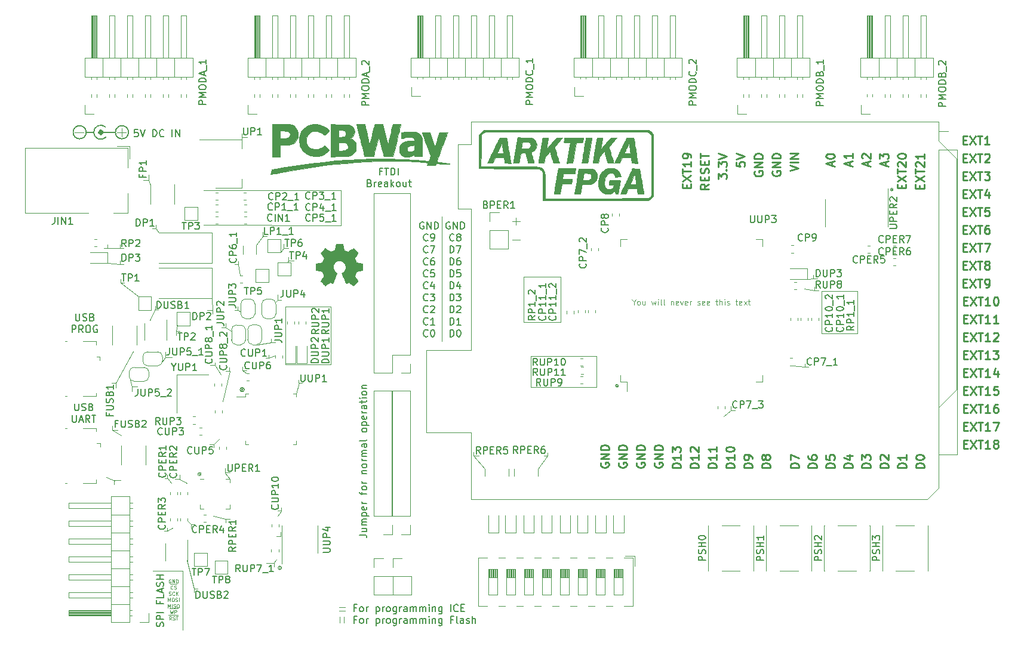
<source format=gto>
%TF.GenerationSoftware,KiCad,Pcbnew,5.1.6-c6e7f7d~87~ubuntu18.04.1*%
%TF.CreationDate,2020-08-06T14:53:50+01:00*%
%TF.ProjectId,arktika-fpga,61726b74-696b-4612-9d66-7067612e6b69,rev?*%
%TF.SameCoordinates,Original*%
%TF.FileFunction,Legend,Top*%
%TF.FilePolarity,Positive*%
%FSLAX46Y46*%
G04 Gerber Fmt 4.6, Leading zero omitted, Abs format (unit mm)*
G04 Created by KiCad (PCBNEW 5.1.6-c6e7f7d~87~ubuntu18.04.1) date 2020-08-06 14:53:50*
%MOMM*%
%LPD*%
G01*
G04 APERTURE LIST*
%ADD10C,0.120000*%
%ADD11C,0.100000*%
%ADD12C,0.150000*%
%ADD13C,0.250000*%
%ADD14C,0.200000*%
%ADD15C,0.125000*%
%ADD16C,0.010000*%
%ADD17C,0.500000*%
G04 APERTURE END LIST*
D10*
X91650000Y-103750000D02*
X94100000Y-99300000D01*
X91650000Y-103750000D02*
X91650000Y-104400000D01*
X91050000Y-103750000D02*
X91650000Y-103750000D01*
X92350000Y-89500000D02*
X94850000Y-91500000D01*
X92350000Y-89550000D02*
X92800000Y-89550000D01*
X92350000Y-89000000D02*
X92350000Y-89550000D01*
X100350000Y-95550000D02*
X100150000Y-96400000D01*
X100150000Y-96400000D02*
X100700000Y-96400000D01*
X100150000Y-97000000D02*
X100150000Y-96400000D01*
X105250000Y-91750000D02*
X105350000Y-93400000D01*
X105350000Y-93400000D02*
X105350000Y-93950000D01*
X104550000Y-93400000D02*
X105350000Y-93400000D01*
X97200000Y-93300000D02*
X96500000Y-94850000D01*
X97200000Y-93350000D02*
X97650000Y-93350000D01*
X97200000Y-92850000D02*
X97200000Y-93350000D01*
X201850000Y-76310000D02*
G75*
G03*
X201850000Y-76310000I-190000J0D01*
G01*
X201760000Y-76310000D02*
G75*
G03*
X201760000Y-76310000I-100000J0D01*
G01*
X201720000Y-76310000D02*
G75*
G03*
X201720000Y-76310000I-60000J0D01*
G01*
X115050000Y-121860000D02*
X115050000Y-121460000D01*
X114550000Y-121860000D02*
X115050000Y-121860000D01*
X116140000Y-86350000D02*
X116000000Y-86640000D01*
X116130000Y-86400000D02*
X116830000Y-86400000D01*
X116130000Y-85900000D02*
X116130000Y-86400000D01*
X115460000Y-84600000D02*
X114960000Y-85220000D01*
X115430000Y-84590000D02*
X116130000Y-84590000D01*
X115430000Y-83990000D02*
X115430000Y-84590000D01*
X112550000Y-82870000D02*
X111510000Y-84220000D01*
X112490000Y-82920000D02*
X113090000Y-82920000D01*
X112490000Y-82320000D02*
X112490000Y-82920000D01*
X102740000Y-132940000D02*
X101740000Y-128940000D01*
X102720000Y-132950000D02*
X103220000Y-132950000D01*
X102720000Y-133450000D02*
X102720000Y-132950000D01*
D11*
X165085714Y-92280952D02*
X165085714Y-92661904D01*
X164819047Y-91861904D02*
X165085714Y-92280952D01*
X165352380Y-91861904D01*
X165733333Y-92661904D02*
X165657142Y-92623809D01*
X165619047Y-92585714D01*
X165580952Y-92509523D01*
X165580952Y-92280952D01*
X165619047Y-92204761D01*
X165657142Y-92166666D01*
X165733333Y-92128571D01*
X165847619Y-92128571D01*
X165923809Y-92166666D01*
X165961904Y-92204761D01*
X166000000Y-92280952D01*
X166000000Y-92509523D01*
X165961904Y-92585714D01*
X165923809Y-92623809D01*
X165847619Y-92661904D01*
X165733333Y-92661904D01*
X166685714Y-92128571D02*
X166685714Y-92661904D01*
X166342857Y-92128571D02*
X166342857Y-92547619D01*
X166380952Y-92623809D01*
X166457142Y-92661904D01*
X166571428Y-92661904D01*
X166647619Y-92623809D01*
X166685714Y-92585714D01*
X167600000Y-92128571D02*
X167752380Y-92661904D01*
X167904761Y-92280952D01*
X168057142Y-92661904D01*
X168209523Y-92128571D01*
X168514285Y-92661904D02*
X168514285Y-92128571D01*
X168514285Y-91861904D02*
X168476190Y-91900000D01*
X168514285Y-91938095D01*
X168552380Y-91900000D01*
X168514285Y-91861904D01*
X168514285Y-91938095D01*
X169009523Y-92661904D02*
X168933333Y-92623809D01*
X168895238Y-92547619D01*
X168895238Y-91861904D01*
X169428571Y-92661904D02*
X169352380Y-92623809D01*
X169314285Y-92547619D01*
X169314285Y-91861904D01*
X170342857Y-92128571D02*
X170342857Y-92661904D01*
X170342857Y-92204761D02*
X170380952Y-92166666D01*
X170457142Y-92128571D01*
X170571428Y-92128571D01*
X170647619Y-92166666D01*
X170685714Y-92242857D01*
X170685714Y-92661904D01*
X171371428Y-92623809D02*
X171295238Y-92661904D01*
X171142857Y-92661904D01*
X171066666Y-92623809D01*
X171028571Y-92547619D01*
X171028571Y-92242857D01*
X171066666Y-92166666D01*
X171142857Y-92128571D01*
X171295238Y-92128571D01*
X171371428Y-92166666D01*
X171409523Y-92242857D01*
X171409523Y-92319047D01*
X171028571Y-92395238D01*
X171676190Y-92128571D02*
X171866666Y-92661904D01*
X172057142Y-92128571D01*
X172666666Y-92623809D02*
X172590476Y-92661904D01*
X172438095Y-92661904D01*
X172361904Y-92623809D01*
X172323809Y-92547619D01*
X172323809Y-92242857D01*
X172361904Y-92166666D01*
X172438095Y-92128571D01*
X172590476Y-92128571D01*
X172666666Y-92166666D01*
X172704761Y-92242857D01*
X172704761Y-92319047D01*
X172323809Y-92395238D01*
X173047619Y-92661904D02*
X173047619Y-92128571D01*
X173047619Y-92280952D02*
X173085714Y-92204761D01*
X173123809Y-92166666D01*
X173200000Y-92128571D01*
X173276190Y-92128571D01*
X174114285Y-92623809D02*
X174190476Y-92661904D01*
X174342857Y-92661904D01*
X174419047Y-92623809D01*
X174457142Y-92547619D01*
X174457142Y-92509523D01*
X174419047Y-92433333D01*
X174342857Y-92395238D01*
X174228571Y-92395238D01*
X174152380Y-92357142D01*
X174114285Y-92280952D01*
X174114285Y-92242857D01*
X174152380Y-92166666D01*
X174228571Y-92128571D01*
X174342857Y-92128571D01*
X174419047Y-92166666D01*
X175104761Y-92623809D02*
X175028571Y-92661904D01*
X174876190Y-92661904D01*
X174800000Y-92623809D01*
X174761904Y-92547619D01*
X174761904Y-92242857D01*
X174800000Y-92166666D01*
X174876190Y-92128571D01*
X175028571Y-92128571D01*
X175104761Y-92166666D01*
X175142857Y-92242857D01*
X175142857Y-92319047D01*
X174761904Y-92395238D01*
X175790476Y-92623809D02*
X175714285Y-92661904D01*
X175561904Y-92661904D01*
X175485714Y-92623809D01*
X175447619Y-92547619D01*
X175447619Y-92242857D01*
X175485714Y-92166666D01*
X175561904Y-92128571D01*
X175714285Y-92128571D01*
X175790476Y-92166666D01*
X175828571Y-92242857D01*
X175828571Y-92319047D01*
X175447619Y-92395238D01*
X176666666Y-92128571D02*
X176971428Y-92128571D01*
X176780952Y-91861904D02*
X176780952Y-92547619D01*
X176819047Y-92623809D01*
X176895238Y-92661904D01*
X176971428Y-92661904D01*
X177238095Y-92661904D02*
X177238095Y-91861904D01*
X177580952Y-92661904D02*
X177580952Y-92242857D01*
X177542857Y-92166666D01*
X177466666Y-92128571D01*
X177352380Y-92128571D01*
X177276190Y-92166666D01*
X177238095Y-92204761D01*
X177961904Y-92661904D02*
X177961904Y-92128571D01*
X177961904Y-91861904D02*
X177923809Y-91900000D01*
X177961904Y-91938095D01*
X178000000Y-91900000D01*
X177961904Y-91861904D01*
X177961904Y-91938095D01*
X178304761Y-92623809D02*
X178380952Y-92661904D01*
X178533333Y-92661904D01*
X178609523Y-92623809D01*
X178647619Y-92547619D01*
X178647619Y-92509523D01*
X178609523Y-92433333D01*
X178533333Y-92395238D01*
X178419047Y-92395238D01*
X178342857Y-92357142D01*
X178304761Y-92280952D01*
X178304761Y-92242857D01*
X178342857Y-92166666D01*
X178419047Y-92128571D01*
X178533333Y-92128571D01*
X178609523Y-92166666D01*
X179485714Y-92128571D02*
X179790476Y-92128571D01*
X179600000Y-91861904D02*
X179600000Y-92547619D01*
X179638095Y-92623809D01*
X179714285Y-92661904D01*
X179790476Y-92661904D01*
X180361904Y-92623809D02*
X180285714Y-92661904D01*
X180133333Y-92661904D01*
X180057142Y-92623809D01*
X180019047Y-92547619D01*
X180019047Y-92242857D01*
X180057142Y-92166666D01*
X180133333Y-92128571D01*
X180285714Y-92128571D01*
X180361904Y-92166666D01*
X180400000Y-92242857D01*
X180400000Y-92319047D01*
X180019047Y-92395238D01*
X180666666Y-92661904D02*
X181085714Y-92128571D01*
X180666666Y-92128571D02*
X181085714Y-92661904D01*
X181276190Y-92128571D02*
X181580952Y-92128571D01*
X181390476Y-91861904D02*
X181390476Y-92547619D01*
X181428571Y-92623809D01*
X181504761Y-92661904D01*
X181580952Y-92661904D01*
D10*
X151190000Y-99940000D02*
X150480000Y-99940000D01*
X150480000Y-99940000D02*
X150480000Y-104360000D01*
X159810000Y-104360000D02*
X150480000Y-104360000D01*
X159810000Y-99940000D02*
X159810000Y-104360000D01*
X151090000Y-99940000D02*
X159810000Y-99940000D01*
X147890000Y-83450000D02*
X148930000Y-83450000D01*
X147890000Y-80810000D02*
X148930000Y-80810000D01*
X148400000Y-80290000D02*
X148400000Y-81330000D01*
D12*
X94765714Y-67802380D02*
X94289523Y-67802380D01*
X94241904Y-68278571D01*
X94289523Y-68230952D01*
X94384761Y-68183333D01*
X94622857Y-68183333D01*
X94718095Y-68230952D01*
X94765714Y-68278571D01*
X94813333Y-68373809D01*
X94813333Y-68611904D01*
X94765714Y-68707142D01*
X94718095Y-68754761D01*
X94622857Y-68802380D01*
X94384761Y-68802380D01*
X94289523Y-68754761D01*
X94241904Y-68707142D01*
X95099047Y-67802380D02*
X95432380Y-68802380D01*
X95765714Y-67802380D01*
X96860952Y-68802380D02*
X96860952Y-67802380D01*
X97099047Y-67802380D01*
X97241904Y-67850000D01*
X97337142Y-67945238D01*
X97384761Y-68040476D01*
X97432380Y-68230952D01*
X97432380Y-68373809D01*
X97384761Y-68564285D01*
X97337142Y-68659523D01*
X97241904Y-68754761D01*
X97099047Y-68802380D01*
X96860952Y-68802380D01*
X98432380Y-68707142D02*
X98384761Y-68754761D01*
X98241904Y-68802380D01*
X98146666Y-68802380D01*
X98003809Y-68754761D01*
X97908571Y-68659523D01*
X97860952Y-68564285D01*
X97813333Y-68373809D01*
X97813333Y-68230952D01*
X97860952Y-68040476D01*
X97908571Y-67945238D01*
X98003809Y-67850000D01*
X98146666Y-67802380D01*
X98241904Y-67802380D01*
X98384761Y-67850000D01*
X98432380Y-67897619D01*
X99622857Y-68802380D02*
X99622857Y-67802380D01*
X100099047Y-68802380D02*
X100099047Y-67802380D01*
X100670476Y-68802380D01*
X100670476Y-67802380D01*
D10*
X85820000Y-68220000D02*
X87020000Y-68220000D01*
X91830000Y-68210000D02*
X93030000Y-68210000D01*
X92470000Y-67600000D02*
X92470000Y-68820000D01*
D13*
X172554285Y-76088571D02*
X172554285Y-75688571D01*
X173182857Y-75517142D02*
X173182857Y-76088571D01*
X171982857Y-76088571D01*
X171982857Y-75517142D01*
X171982857Y-75117142D02*
X173182857Y-74317142D01*
X171982857Y-74317142D02*
X173182857Y-75117142D01*
X171982857Y-74031428D02*
X171982857Y-73345714D01*
X173182857Y-73688571D02*
X171982857Y-73688571D01*
X173182857Y-72317142D02*
X173182857Y-73002857D01*
X173182857Y-72660000D02*
X171982857Y-72660000D01*
X172154285Y-72774285D01*
X172268571Y-72888571D01*
X172325714Y-73002857D01*
X173182857Y-71745714D02*
X173182857Y-71517142D01*
X173125714Y-71402857D01*
X173068571Y-71345714D01*
X172897142Y-71231428D01*
X172668571Y-71174285D01*
X172211428Y-71174285D01*
X172097142Y-71231428D01*
X172040000Y-71288571D01*
X171982857Y-71402857D01*
X171982857Y-71631428D01*
X172040000Y-71745714D01*
X172097142Y-71802857D01*
X172211428Y-71860000D01*
X172497142Y-71860000D01*
X172611428Y-71802857D01*
X172668571Y-71745714D01*
X172725714Y-71631428D01*
X172725714Y-71402857D01*
X172668571Y-71288571D01*
X172611428Y-71231428D01*
X172497142Y-71174285D01*
X162940000Y-115074285D02*
X162882857Y-115188571D01*
X162882857Y-115360000D01*
X162940000Y-115531428D01*
X163054285Y-115645714D01*
X163168571Y-115702857D01*
X163397142Y-115760000D01*
X163568571Y-115760000D01*
X163797142Y-115702857D01*
X163911428Y-115645714D01*
X164025714Y-115531428D01*
X164082857Y-115360000D01*
X164082857Y-115245714D01*
X164025714Y-115074285D01*
X163968571Y-115017142D01*
X163568571Y-115017142D01*
X163568571Y-115245714D01*
X164082857Y-114502857D02*
X162882857Y-114502857D01*
X164082857Y-113817142D01*
X162882857Y-113817142D01*
X164082857Y-113245714D02*
X162882857Y-113245714D01*
X162882857Y-112960000D01*
X162940000Y-112788571D01*
X163054285Y-112674285D01*
X163168571Y-112617142D01*
X163397142Y-112560000D01*
X163568571Y-112560000D01*
X163797142Y-112617142D01*
X163911428Y-112674285D01*
X164025714Y-112788571D01*
X164082857Y-112960000D01*
X164082857Y-113245714D01*
X160410000Y-115074285D02*
X160352857Y-115188571D01*
X160352857Y-115360000D01*
X160410000Y-115531428D01*
X160524285Y-115645714D01*
X160638571Y-115702857D01*
X160867142Y-115760000D01*
X161038571Y-115760000D01*
X161267142Y-115702857D01*
X161381428Y-115645714D01*
X161495714Y-115531428D01*
X161552857Y-115360000D01*
X161552857Y-115245714D01*
X161495714Y-115074285D01*
X161438571Y-115017142D01*
X161038571Y-115017142D01*
X161038571Y-115245714D01*
X161552857Y-114502857D02*
X160352857Y-114502857D01*
X161552857Y-113817142D01*
X160352857Y-113817142D01*
X161552857Y-113245714D02*
X160352857Y-113245714D01*
X160352857Y-112960000D01*
X160410000Y-112788571D01*
X160524285Y-112674285D01*
X160638571Y-112617142D01*
X160867142Y-112560000D01*
X161038571Y-112560000D01*
X161267142Y-112617142D01*
X161381428Y-112674285D01*
X161495714Y-112788571D01*
X161552857Y-112960000D01*
X161552857Y-113245714D01*
X165500000Y-115074285D02*
X165442857Y-115188571D01*
X165442857Y-115360000D01*
X165500000Y-115531428D01*
X165614285Y-115645714D01*
X165728571Y-115702857D01*
X165957142Y-115760000D01*
X166128571Y-115760000D01*
X166357142Y-115702857D01*
X166471428Y-115645714D01*
X166585714Y-115531428D01*
X166642857Y-115360000D01*
X166642857Y-115245714D01*
X166585714Y-115074285D01*
X166528571Y-115017142D01*
X166128571Y-115017142D01*
X166128571Y-115245714D01*
X166642857Y-114502857D02*
X165442857Y-114502857D01*
X166642857Y-113817142D01*
X165442857Y-113817142D01*
X166642857Y-113245714D02*
X165442857Y-113245714D01*
X165442857Y-112960000D01*
X165500000Y-112788571D01*
X165614285Y-112674285D01*
X165728571Y-112617142D01*
X165957142Y-112560000D01*
X166128571Y-112560000D01*
X166357142Y-112617142D01*
X166471428Y-112674285D01*
X166585714Y-112788571D01*
X166642857Y-112960000D01*
X166642857Y-113245714D01*
X193190000Y-72917142D02*
X193190000Y-72345714D01*
X193532857Y-73031428D02*
X192332857Y-72631428D01*
X193532857Y-72231428D01*
X192332857Y-71602857D02*
X192332857Y-71488571D01*
X192390000Y-71374285D01*
X192447142Y-71317142D01*
X192561428Y-71260000D01*
X192790000Y-71202857D01*
X193075714Y-71202857D01*
X193304285Y-71260000D01*
X193418571Y-71317142D01*
X193475714Y-71374285D01*
X193532857Y-71488571D01*
X193532857Y-71602857D01*
X193475714Y-71717142D01*
X193418571Y-71774285D01*
X193304285Y-71831428D01*
X193075714Y-71888571D01*
X192790000Y-71888571D01*
X192561428Y-71831428D01*
X192447142Y-71774285D01*
X192390000Y-71717142D01*
X192332857Y-71602857D01*
X195730000Y-72907142D02*
X195730000Y-72335714D01*
X196072857Y-73021428D02*
X194872857Y-72621428D01*
X196072857Y-72221428D01*
X196072857Y-71192857D02*
X196072857Y-71878571D01*
X196072857Y-71535714D02*
X194872857Y-71535714D01*
X195044285Y-71650000D01*
X195158571Y-71764285D01*
X195215714Y-71878571D01*
X200810000Y-72917142D02*
X200810000Y-72345714D01*
X201152857Y-73031428D02*
X199952857Y-72631428D01*
X201152857Y-72231428D01*
X199952857Y-71945714D02*
X199952857Y-71202857D01*
X200410000Y-71602857D01*
X200410000Y-71431428D01*
X200467142Y-71317142D01*
X200524285Y-71260000D01*
X200638571Y-71202857D01*
X200924285Y-71202857D01*
X201038571Y-71260000D01*
X201095714Y-71317142D01*
X201152857Y-71431428D01*
X201152857Y-71774285D01*
X201095714Y-71888571D01*
X201038571Y-71945714D01*
X198270000Y-72907142D02*
X198270000Y-72335714D01*
X198612857Y-73021428D02*
X197412857Y-72621428D01*
X198612857Y-72221428D01*
X197527142Y-71878571D02*
X197470000Y-71821428D01*
X197412857Y-71707142D01*
X197412857Y-71421428D01*
X197470000Y-71307142D01*
X197527142Y-71250000D01*
X197641428Y-71192857D01*
X197755714Y-71192857D01*
X197927142Y-71250000D01*
X198612857Y-71935714D01*
X198612857Y-71192857D01*
X175712857Y-75522857D02*
X175141428Y-75922857D01*
X175712857Y-76208571D02*
X174512857Y-76208571D01*
X174512857Y-75751428D01*
X174570000Y-75637142D01*
X174627142Y-75580000D01*
X174741428Y-75522857D01*
X174912857Y-75522857D01*
X175027142Y-75580000D01*
X175084285Y-75637142D01*
X175141428Y-75751428D01*
X175141428Y-76208571D01*
X175084285Y-75008571D02*
X175084285Y-74608571D01*
X175712857Y-74437142D02*
X175712857Y-75008571D01*
X174512857Y-75008571D01*
X174512857Y-74437142D01*
X175655714Y-73980000D02*
X175712857Y-73808571D01*
X175712857Y-73522857D01*
X175655714Y-73408571D01*
X175598571Y-73351428D01*
X175484285Y-73294285D01*
X175370000Y-73294285D01*
X175255714Y-73351428D01*
X175198571Y-73408571D01*
X175141428Y-73522857D01*
X175084285Y-73751428D01*
X175027142Y-73865714D01*
X174970000Y-73922857D01*
X174855714Y-73980000D01*
X174741428Y-73980000D01*
X174627142Y-73922857D01*
X174570000Y-73865714D01*
X174512857Y-73751428D01*
X174512857Y-73465714D01*
X174570000Y-73294285D01*
X175084285Y-72780000D02*
X175084285Y-72380000D01*
X175712857Y-72208571D02*
X175712857Y-72780000D01*
X174512857Y-72780000D01*
X174512857Y-72208571D01*
X174512857Y-71865714D02*
X174512857Y-71180000D01*
X175712857Y-71522857D02*
X174512857Y-71522857D01*
X177052857Y-74781428D02*
X177052857Y-74038571D01*
X177510000Y-74438571D01*
X177510000Y-74267142D01*
X177567142Y-74152857D01*
X177624285Y-74095714D01*
X177738571Y-74038571D01*
X178024285Y-74038571D01*
X178138571Y-74095714D01*
X178195714Y-74152857D01*
X178252857Y-74267142D01*
X178252857Y-74610000D01*
X178195714Y-74724285D01*
X178138571Y-74781428D01*
X178138571Y-73524285D02*
X178195714Y-73467142D01*
X178252857Y-73524285D01*
X178195714Y-73581428D01*
X178138571Y-73524285D01*
X178252857Y-73524285D01*
X177052857Y-73067142D02*
X177052857Y-72324285D01*
X177510000Y-72724285D01*
X177510000Y-72552857D01*
X177567142Y-72438571D01*
X177624285Y-72381428D01*
X177738571Y-72324285D01*
X178024285Y-72324285D01*
X178138571Y-72381428D01*
X178195714Y-72438571D01*
X178252857Y-72552857D01*
X178252857Y-72895714D01*
X178195714Y-73010000D01*
X178138571Y-73067142D01*
X177052857Y-71981428D02*
X178252857Y-71581428D01*
X177052857Y-71181428D01*
X179602857Y-72388571D02*
X179602857Y-72960000D01*
X180174285Y-73017142D01*
X180117142Y-72960000D01*
X180060000Y-72845714D01*
X180060000Y-72560000D01*
X180117142Y-72445714D01*
X180174285Y-72388571D01*
X180288571Y-72331428D01*
X180574285Y-72331428D01*
X180688571Y-72388571D01*
X180745714Y-72445714D01*
X180802857Y-72560000D01*
X180802857Y-72845714D01*
X180745714Y-72960000D01*
X180688571Y-73017142D01*
X179602857Y-71988571D02*
X180802857Y-71588571D01*
X179602857Y-71188571D01*
X182200000Y-73714285D02*
X182142857Y-73828571D01*
X182142857Y-74000000D01*
X182200000Y-74171428D01*
X182314285Y-74285714D01*
X182428571Y-74342857D01*
X182657142Y-74400000D01*
X182828571Y-74400000D01*
X183057142Y-74342857D01*
X183171428Y-74285714D01*
X183285714Y-74171428D01*
X183342857Y-74000000D01*
X183342857Y-73885714D01*
X183285714Y-73714285D01*
X183228571Y-73657142D01*
X182828571Y-73657142D01*
X182828571Y-73885714D01*
X183342857Y-73142857D02*
X182142857Y-73142857D01*
X183342857Y-72457142D01*
X182142857Y-72457142D01*
X183342857Y-71885714D02*
X182142857Y-71885714D01*
X182142857Y-71600000D01*
X182200000Y-71428571D01*
X182314285Y-71314285D01*
X182428571Y-71257142D01*
X182657142Y-71200000D01*
X182828571Y-71200000D01*
X183057142Y-71257142D01*
X183171428Y-71314285D01*
X183285714Y-71428571D01*
X183342857Y-71600000D01*
X183342857Y-71885714D01*
X184740000Y-73704285D02*
X184682857Y-73818571D01*
X184682857Y-73990000D01*
X184740000Y-74161428D01*
X184854285Y-74275714D01*
X184968571Y-74332857D01*
X185197142Y-74390000D01*
X185368571Y-74390000D01*
X185597142Y-74332857D01*
X185711428Y-74275714D01*
X185825714Y-74161428D01*
X185882857Y-73990000D01*
X185882857Y-73875714D01*
X185825714Y-73704285D01*
X185768571Y-73647142D01*
X185368571Y-73647142D01*
X185368571Y-73875714D01*
X185882857Y-73132857D02*
X184682857Y-73132857D01*
X185882857Y-72447142D01*
X184682857Y-72447142D01*
X185882857Y-71875714D02*
X184682857Y-71875714D01*
X184682857Y-71590000D01*
X184740000Y-71418571D01*
X184854285Y-71304285D01*
X184968571Y-71247142D01*
X185197142Y-71190000D01*
X185368571Y-71190000D01*
X185597142Y-71247142D01*
X185711428Y-71304285D01*
X185825714Y-71418571D01*
X185882857Y-71590000D01*
X185882857Y-71875714D01*
X187192857Y-73654285D02*
X188392857Y-73254285D01*
X187192857Y-72854285D01*
X188392857Y-72454285D02*
X187192857Y-72454285D01*
X188392857Y-71882857D02*
X187192857Y-71882857D01*
X188392857Y-71197142D01*
X187192857Y-71197142D01*
X203044285Y-76108571D02*
X203044285Y-75708571D01*
X203672857Y-75537142D02*
X203672857Y-76108571D01*
X202472857Y-76108571D01*
X202472857Y-75537142D01*
X202472857Y-75137142D02*
X203672857Y-74337142D01*
X202472857Y-74337142D02*
X203672857Y-75137142D01*
X202472857Y-74051428D02*
X202472857Y-73365714D01*
X203672857Y-73708571D02*
X202472857Y-73708571D01*
X202587142Y-73022857D02*
X202530000Y-72965714D01*
X202472857Y-72851428D01*
X202472857Y-72565714D01*
X202530000Y-72451428D01*
X202587142Y-72394285D01*
X202701428Y-72337142D01*
X202815714Y-72337142D01*
X202987142Y-72394285D01*
X203672857Y-73080000D01*
X203672857Y-72337142D01*
X202472857Y-71594285D02*
X202472857Y-71480000D01*
X202530000Y-71365714D01*
X202587142Y-71308571D01*
X202701428Y-71251428D01*
X202930000Y-71194285D01*
X203215714Y-71194285D01*
X203444285Y-71251428D01*
X203558571Y-71308571D01*
X203615714Y-71365714D01*
X203672857Y-71480000D01*
X203672857Y-71594285D01*
X203615714Y-71708571D01*
X203558571Y-71765714D01*
X203444285Y-71822857D01*
X203215714Y-71880000D01*
X202930000Y-71880000D01*
X202701428Y-71822857D01*
X202587142Y-71765714D01*
X202530000Y-71708571D01*
X202472857Y-71594285D01*
X205604285Y-76118571D02*
X205604285Y-75718571D01*
X206232857Y-75547142D02*
X206232857Y-76118571D01*
X205032857Y-76118571D01*
X205032857Y-75547142D01*
X205032857Y-75147142D02*
X206232857Y-74347142D01*
X205032857Y-74347142D02*
X206232857Y-75147142D01*
X205032857Y-74061428D02*
X205032857Y-73375714D01*
X206232857Y-73718571D02*
X205032857Y-73718571D01*
X205147142Y-73032857D02*
X205090000Y-72975714D01*
X205032857Y-72861428D01*
X205032857Y-72575714D01*
X205090000Y-72461428D01*
X205147142Y-72404285D01*
X205261428Y-72347142D01*
X205375714Y-72347142D01*
X205547142Y-72404285D01*
X206232857Y-73090000D01*
X206232857Y-72347142D01*
X206232857Y-71204285D02*
X206232857Y-71890000D01*
X206232857Y-71547142D02*
X205032857Y-71547142D01*
X205204285Y-71661428D01*
X205318571Y-71775714D01*
X205375714Y-71890000D01*
X168030000Y-115074285D02*
X167972857Y-115188571D01*
X167972857Y-115360000D01*
X168030000Y-115531428D01*
X168144285Y-115645714D01*
X168258571Y-115702857D01*
X168487142Y-115760000D01*
X168658571Y-115760000D01*
X168887142Y-115702857D01*
X169001428Y-115645714D01*
X169115714Y-115531428D01*
X169172857Y-115360000D01*
X169172857Y-115245714D01*
X169115714Y-115074285D01*
X169058571Y-115017142D01*
X168658571Y-115017142D01*
X168658571Y-115245714D01*
X169172857Y-114502857D02*
X167972857Y-114502857D01*
X169172857Y-113817142D01*
X167972857Y-113817142D01*
X169172857Y-113245714D02*
X167972857Y-113245714D01*
X167972857Y-112960000D01*
X168030000Y-112788571D01*
X168144285Y-112674285D01*
X168258571Y-112617142D01*
X168487142Y-112560000D01*
X168658571Y-112560000D01*
X168887142Y-112617142D01*
X169001428Y-112674285D01*
X169115714Y-112788571D01*
X169172857Y-112960000D01*
X169172857Y-113245714D01*
X171702857Y-115787142D02*
X170502857Y-115787142D01*
X170502857Y-115501428D01*
X170560000Y-115330000D01*
X170674285Y-115215714D01*
X170788571Y-115158571D01*
X171017142Y-115101428D01*
X171188571Y-115101428D01*
X171417142Y-115158571D01*
X171531428Y-115215714D01*
X171645714Y-115330000D01*
X171702857Y-115501428D01*
X171702857Y-115787142D01*
X171702857Y-113958571D02*
X171702857Y-114644285D01*
X171702857Y-114301428D02*
X170502857Y-114301428D01*
X170674285Y-114415714D01*
X170788571Y-114530000D01*
X170845714Y-114644285D01*
X170502857Y-113558571D02*
X170502857Y-112815714D01*
X170960000Y-113215714D01*
X170960000Y-113044285D01*
X171017142Y-112930000D01*
X171074285Y-112872857D01*
X171188571Y-112815714D01*
X171474285Y-112815714D01*
X171588571Y-112872857D01*
X171645714Y-112930000D01*
X171702857Y-113044285D01*
X171702857Y-113387142D01*
X171645714Y-113501428D01*
X171588571Y-113558571D01*
X174252857Y-115787142D02*
X173052857Y-115787142D01*
X173052857Y-115501428D01*
X173110000Y-115330000D01*
X173224285Y-115215714D01*
X173338571Y-115158571D01*
X173567142Y-115101428D01*
X173738571Y-115101428D01*
X173967142Y-115158571D01*
X174081428Y-115215714D01*
X174195714Y-115330000D01*
X174252857Y-115501428D01*
X174252857Y-115787142D01*
X174252857Y-113958571D02*
X174252857Y-114644285D01*
X174252857Y-114301428D02*
X173052857Y-114301428D01*
X173224285Y-114415714D01*
X173338571Y-114530000D01*
X173395714Y-114644285D01*
X173167142Y-113501428D02*
X173110000Y-113444285D01*
X173052857Y-113330000D01*
X173052857Y-113044285D01*
X173110000Y-112930000D01*
X173167142Y-112872857D01*
X173281428Y-112815714D01*
X173395714Y-112815714D01*
X173567142Y-112872857D01*
X174252857Y-113558571D01*
X174252857Y-112815714D01*
X176782857Y-115787142D02*
X175582857Y-115787142D01*
X175582857Y-115501428D01*
X175640000Y-115330000D01*
X175754285Y-115215714D01*
X175868571Y-115158571D01*
X176097142Y-115101428D01*
X176268571Y-115101428D01*
X176497142Y-115158571D01*
X176611428Y-115215714D01*
X176725714Y-115330000D01*
X176782857Y-115501428D01*
X176782857Y-115787142D01*
X176782857Y-113958571D02*
X176782857Y-114644285D01*
X176782857Y-114301428D02*
X175582857Y-114301428D01*
X175754285Y-114415714D01*
X175868571Y-114530000D01*
X175925714Y-114644285D01*
X176782857Y-112815714D02*
X176782857Y-113501428D01*
X176782857Y-113158571D02*
X175582857Y-113158571D01*
X175754285Y-113272857D01*
X175868571Y-113387142D01*
X175925714Y-113501428D01*
X179332857Y-115787142D02*
X178132857Y-115787142D01*
X178132857Y-115501428D01*
X178190000Y-115330000D01*
X178304285Y-115215714D01*
X178418571Y-115158571D01*
X178647142Y-115101428D01*
X178818571Y-115101428D01*
X179047142Y-115158571D01*
X179161428Y-115215714D01*
X179275714Y-115330000D01*
X179332857Y-115501428D01*
X179332857Y-115787142D01*
X179332857Y-113958571D02*
X179332857Y-114644285D01*
X179332857Y-114301428D02*
X178132857Y-114301428D01*
X178304285Y-114415714D01*
X178418571Y-114530000D01*
X178475714Y-114644285D01*
X178132857Y-113215714D02*
X178132857Y-113101428D01*
X178190000Y-112987142D01*
X178247142Y-112930000D01*
X178361428Y-112872857D01*
X178590000Y-112815714D01*
X178875714Y-112815714D01*
X179104285Y-112872857D01*
X179218571Y-112930000D01*
X179275714Y-112987142D01*
X179332857Y-113101428D01*
X179332857Y-113215714D01*
X179275714Y-113330000D01*
X179218571Y-113387142D01*
X179104285Y-113444285D01*
X178875714Y-113501428D01*
X178590000Y-113501428D01*
X178361428Y-113444285D01*
X178247142Y-113387142D01*
X178190000Y-113330000D01*
X178132857Y-113215714D01*
X181872857Y-115785714D02*
X180672857Y-115785714D01*
X180672857Y-115500000D01*
X180730000Y-115328571D01*
X180844285Y-115214285D01*
X180958571Y-115157142D01*
X181187142Y-115100000D01*
X181358571Y-115100000D01*
X181587142Y-115157142D01*
X181701428Y-115214285D01*
X181815714Y-115328571D01*
X181872857Y-115500000D01*
X181872857Y-115785714D01*
X181872857Y-114528571D02*
X181872857Y-114300000D01*
X181815714Y-114185714D01*
X181758571Y-114128571D01*
X181587142Y-114014285D01*
X181358571Y-113957142D01*
X180901428Y-113957142D01*
X180787142Y-114014285D01*
X180730000Y-114071428D01*
X180672857Y-114185714D01*
X180672857Y-114414285D01*
X180730000Y-114528571D01*
X180787142Y-114585714D01*
X180901428Y-114642857D01*
X181187142Y-114642857D01*
X181301428Y-114585714D01*
X181358571Y-114528571D01*
X181415714Y-114414285D01*
X181415714Y-114185714D01*
X181358571Y-114071428D01*
X181301428Y-114014285D01*
X181187142Y-113957142D01*
X184402857Y-115785714D02*
X183202857Y-115785714D01*
X183202857Y-115500000D01*
X183260000Y-115328571D01*
X183374285Y-115214285D01*
X183488571Y-115157142D01*
X183717142Y-115100000D01*
X183888571Y-115100000D01*
X184117142Y-115157142D01*
X184231428Y-115214285D01*
X184345714Y-115328571D01*
X184402857Y-115500000D01*
X184402857Y-115785714D01*
X183717142Y-114414285D02*
X183660000Y-114528571D01*
X183602857Y-114585714D01*
X183488571Y-114642857D01*
X183431428Y-114642857D01*
X183317142Y-114585714D01*
X183260000Y-114528571D01*
X183202857Y-114414285D01*
X183202857Y-114185714D01*
X183260000Y-114071428D01*
X183317142Y-114014285D01*
X183431428Y-113957142D01*
X183488571Y-113957142D01*
X183602857Y-114014285D01*
X183660000Y-114071428D01*
X183717142Y-114185714D01*
X183717142Y-114414285D01*
X183774285Y-114528571D01*
X183831428Y-114585714D01*
X183945714Y-114642857D01*
X184174285Y-114642857D01*
X184288571Y-114585714D01*
X184345714Y-114528571D01*
X184402857Y-114414285D01*
X184402857Y-114185714D01*
X184345714Y-114071428D01*
X184288571Y-114014285D01*
X184174285Y-113957142D01*
X183945714Y-113957142D01*
X183831428Y-114014285D01*
X183774285Y-114071428D01*
X183717142Y-114185714D01*
X188472857Y-115785714D02*
X187272857Y-115785714D01*
X187272857Y-115500000D01*
X187330000Y-115328571D01*
X187444285Y-115214285D01*
X187558571Y-115157142D01*
X187787142Y-115100000D01*
X187958571Y-115100000D01*
X188187142Y-115157142D01*
X188301428Y-115214285D01*
X188415714Y-115328571D01*
X188472857Y-115500000D01*
X188472857Y-115785714D01*
X187272857Y-114700000D02*
X187272857Y-113900000D01*
X188472857Y-114414285D01*
X191002857Y-115785714D02*
X189802857Y-115785714D01*
X189802857Y-115500000D01*
X189860000Y-115328571D01*
X189974285Y-115214285D01*
X190088571Y-115157142D01*
X190317142Y-115100000D01*
X190488571Y-115100000D01*
X190717142Y-115157142D01*
X190831428Y-115214285D01*
X190945714Y-115328571D01*
X191002857Y-115500000D01*
X191002857Y-115785714D01*
X189802857Y-114071428D02*
X189802857Y-114300000D01*
X189860000Y-114414285D01*
X189917142Y-114471428D01*
X190088571Y-114585714D01*
X190317142Y-114642857D01*
X190774285Y-114642857D01*
X190888571Y-114585714D01*
X190945714Y-114528571D01*
X191002857Y-114414285D01*
X191002857Y-114185714D01*
X190945714Y-114071428D01*
X190888571Y-114014285D01*
X190774285Y-113957142D01*
X190488571Y-113957142D01*
X190374285Y-114014285D01*
X190317142Y-114071428D01*
X190260000Y-114185714D01*
X190260000Y-114414285D01*
X190317142Y-114528571D01*
X190374285Y-114585714D01*
X190488571Y-114642857D01*
X193532857Y-115785714D02*
X192332857Y-115785714D01*
X192332857Y-115500000D01*
X192390000Y-115328571D01*
X192504285Y-115214285D01*
X192618571Y-115157142D01*
X192847142Y-115100000D01*
X193018571Y-115100000D01*
X193247142Y-115157142D01*
X193361428Y-115214285D01*
X193475714Y-115328571D01*
X193532857Y-115500000D01*
X193532857Y-115785714D01*
X192332857Y-114014285D02*
X192332857Y-114585714D01*
X192904285Y-114642857D01*
X192847142Y-114585714D01*
X192790000Y-114471428D01*
X192790000Y-114185714D01*
X192847142Y-114071428D01*
X192904285Y-114014285D01*
X193018571Y-113957142D01*
X193304285Y-113957142D01*
X193418571Y-114014285D01*
X193475714Y-114071428D01*
X193532857Y-114185714D01*
X193532857Y-114471428D01*
X193475714Y-114585714D01*
X193418571Y-114642857D01*
X196072857Y-115785714D02*
X194872857Y-115785714D01*
X194872857Y-115500000D01*
X194930000Y-115328571D01*
X195044285Y-115214285D01*
X195158571Y-115157142D01*
X195387142Y-115100000D01*
X195558571Y-115100000D01*
X195787142Y-115157142D01*
X195901428Y-115214285D01*
X196015714Y-115328571D01*
X196072857Y-115500000D01*
X196072857Y-115785714D01*
X195272857Y-114071428D02*
X196072857Y-114071428D01*
X194815714Y-114357142D02*
X195672857Y-114642857D01*
X195672857Y-113900000D01*
X198612857Y-115785714D02*
X197412857Y-115785714D01*
X197412857Y-115500000D01*
X197470000Y-115328571D01*
X197584285Y-115214285D01*
X197698571Y-115157142D01*
X197927142Y-115100000D01*
X198098571Y-115100000D01*
X198327142Y-115157142D01*
X198441428Y-115214285D01*
X198555714Y-115328571D01*
X198612857Y-115500000D01*
X198612857Y-115785714D01*
X197412857Y-114700000D02*
X197412857Y-113957142D01*
X197870000Y-114357142D01*
X197870000Y-114185714D01*
X197927142Y-114071428D01*
X197984285Y-114014285D01*
X198098571Y-113957142D01*
X198384285Y-113957142D01*
X198498571Y-114014285D01*
X198555714Y-114071428D01*
X198612857Y-114185714D01*
X198612857Y-114528571D01*
X198555714Y-114642857D01*
X198498571Y-114700000D01*
X201172857Y-115785714D02*
X199972857Y-115785714D01*
X199972857Y-115500000D01*
X200030000Y-115328571D01*
X200144285Y-115214285D01*
X200258571Y-115157142D01*
X200487142Y-115100000D01*
X200658571Y-115100000D01*
X200887142Y-115157142D01*
X201001428Y-115214285D01*
X201115714Y-115328571D01*
X201172857Y-115500000D01*
X201172857Y-115785714D01*
X200087142Y-114642857D02*
X200030000Y-114585714D01*
X199972857Y-114471428D01*
X199972857Y-114185714D01*
X200030000Y-114071428D01*
X200087142Y-114014285D01*
X200201428Y-113957142D01*
X200315714Y-113957142D01*
X200487142Y-114014285D01*
X201172857Y-114700000D01*
X201172857Y-113957142D01*
X203702857Y-115785714D02*
X202502857Y-115785714D01*
X202502857Y-115500000D01*
X202560000Y-115328571D01*
X202674285Y-115214285D01*
X202788571Y-115157142D01*
X203017142Y-115100000D01*
X203188571Y-115100000D01*
X203417142Y-115157142D01*
X203531428Y-115214285D01*
X203645714Y-115328571D01*
X203702857Y-115500000D01*
X203702857Y-115785714D01*
X203702857Y-113957142D02*
X203702857Y-114642857D01*
X203702857Y-114300000D02*
X202502857Y-114300000D01*
X202674285Y-114414285D01*
X202788571Y-114528571D01*
X202845714Y-114642857D01*
X206252857Y-115785714D02*
X205052857Y-115785714D01*
X205052857Y-115500000D01*
X205110000Y-115328571D01*
X205224285Y-115214285D01*
X205338571Y-115157142D01*
X205567142Y-115100000D01*
X205738571Y-115100000D01*
X205967142Y-115157142D01*
X206081428Y-115214285D01*
X206195714Y-115328571D01*
X206252857Y-115500000D01*
X206252857Y-115785714D01*
X205052857Y-114357142D02*
X205052857Y-114242857D01*
X205110000Y-114128571D01*
X205167142Y-114071428D01*
X205281428Y-114014285D01*
X205510000Y-113957142D01*
X205795714Y-113957142D01*
X206024285Y-114014285D01*
X206138571Y-114071428D01*
X206195714Y-114128571D01*
X206252857Y-114242857D01*
X206252857Y-114357142D01*
X206195714Y-114471428D01*
X206138571Y-114528571D01*
X206024285Y-114585714D01*
X205795714Y-114642857D01*
X205510000Y-114642857D01*
X205281428Y-114585714D01*
X205167142Y-114528571D01*
X205110000Y-114471428D01*
X205052857Y-114357142D01*
X211855428Y-112431285D02*
X212255428Y-112431285D01*
X212426857Y-113059857D02*
X211855428Y-113059857D01*
X211855428Y-111859857D01*
X212426857Y-111859857D01*
X212826857Y-111859857D02*
X213626857Y-113059857D01*
X213626857Y-111859857D02*
X212826857Y-113059857D01*
X213912571Y-111859857D02*
X214598285Y-111859857D01*
X214255428Y-113059857D02*
X214255428Y-111859857D01*
X215626857Y-113059857D02*
X214941142Y-113059857D01*
X215284000Y-113059857D02*
X215284000Y-111859857D01*
X215169714Y-112031285D01*
X215055428Y-112145571D01*
X214941142Y-112202714D01*
X216312571Y-112374142D02*
X216198285Y-112317000D01*
X216141142Y-112259857D01*
X216084000Y-112145571D01*
X216084000Y-112088428D01*
X216141142Y-111974142D01*
X216198285Y-111917000D01*
X216312571Y-111859857D01*
X216541142Y-111859857D01*
X216655428Y-111917000D01*
X216712571Y-111974142D01*
X216769714Y-112088428D01*
X216769714Y-112145571D01*
X216712571Y-112259857D01*
X216655428Y-112317000D01*
X216541142Y-112374142D01*
X216312571Y-112374142D01*
X216198285Y-112431285D01*
X216141142Y-112488428D01*
X216084000Y-112602714D01*
X216084000Y-112831285D01*
X216141142Y-112945571D01*
X216198285Y-113002714D01*
X216312571Y-113059857D01*
X216541142Y-113059857D01*
X216655428Y-113002714D01*
X216712571Y-112945571D01*
X216769714Y-112831285D01*
X216769714Y-112602714D01*
X216712571Y-112488428D01*
X216655428Y-112431285D01*
X216541142Y-112374142D01*
X211855428Y-109891565D02*
X212255428Y-109891565D01*
X212426857Y-110520137D02*
X211855428Y-110520137D01*
X211855428Y-109320137D01*
X212426857Y-109320137D01*
X212826857Y-109320137D02*
X213626857Y-110520137D01*
X213626857Y-109320137D02*
X212826857Y-110520137D01*
X213912571Y-109320137D02*
X214598285Y-109320137D01*
X214255428Y-110520137D02*
X214255428Y-109320137D01*
X215626857Y-110520137D02*
X214941142Y-110520137D01*
X215284000Y-110520137D02*
X215284000Y-109320137D01*
X215169714Y-109491565D01*
X215055428Y-109605851D01*
X214941142Y-109662994D01*
X216026857Y-109320137D02*
X216826857Y-109320137D01*
X216312571Y-110520137D01*
X211855428Y-107351860D02*
X212255428Y-107351860D01*
X212426857Y-107980432D02*
X211855428Y-107980432D01*
X211855428Y-106780432D01*
X212426857Y-106780432D01*
X212826857Y-106780432D02*
X213626857Y-107980432D01*
X213626857Y-106780432D02*
X212826857Y-107980432D01*
X213912571Y-106780432D02*
X214598285Y-106780432D01*
X214255428Y-107980432D02*
X214255428Y-106780432D01*
X215626857Y-107980432D02*
X214941142Y-107980432D01*
X215284000Y-107980432D02*
X215284000Y-106780432D01*
X215169714Y-106951860D01*
X215055428Y-107066146D01*
X214941142Y-107123289D01*
X216655428Y-106780432D02*
X216426857Y-106780432D01*
X216312571Y-106837575D01*
X216255428Y-106894717D01*
X216141142Y-107066146D01*
X216084000Y-107294717D01*
X216084000Y-107751860D01*
X216141142Y-107866146D01*
X216198285Y-107923289D01*
X216312571Y-107980432D01*
X216541142Y-107980432D01*
X216655428Y-107923289D01*
X216712571Y-107866146D01*
X216769714Y-107751860D01*
X216769714Y-107466146D01*
X216712571Y-107351860D01*
X216655428Y-107294717D01*
X216541142Y-107237575D01*
X216312571Y-107237575D01*
X216198285Y-107294717D01*
X216141142Y-107351860D01*
X216084000Y-107466146D01*
X211855428Y-104812155D02*
X212255428Y-104812155D01*
X212426857Y-105440727D02*
X211855428Y-105440727D01*
X211855428Y-104240727D01*
X212426857Y-104240727D01*
X212826857Y-104240727D02*
X213626857Y-105440727D01*
X213626857Y-104240727D02*
X212826857Y-105440727D01*
X213912571Y-104240727D02*
X214598285Y-104240727D01*
X214255428Y-105440727D02*
X214255428Y-104240727D01*
X215626857Y-105440727D02*
X214941142Y-105440727D01*
X215284000Y-105440727D02*
X215284000Y-104240727D01*
X215169714Y-104412155D01*
X215055428Y-104526441D01*
X214941142Y-104583584D01*
X216712571Y-104240727D02*
X216141142Y-104240727D01*
X216084000Y-104812155D01*
X216141142Y-104755012D01*
X216255428Y-104697870D01*
X216541142Y-104697870D01*
X216655428Y-104755012D01*
X216712571Y-104812155D01*
X216769714Y-104926441D01*
X216769714Y-105212155D01*
X216712571Y-105326441D01*
X216655428Y-105383584D01*
X216541142Y-105440727D01*
X216255428Y-105440727D01*
X216141142Y-105383584D01*
X216084000Y-105326441D01*
X211855428Y-102272450D02*
X212255428Y-102272450D01*
X212426857Y-102901022D02*
X211855428Y-102901022D01*
X211855428Y-101701022D01*
X212426857Y-101701022D01*
X212826857Y-101701022D02*
X213626857Y-102901022D01*
X213626857Y-101701022D02*
X212826857Y-102901022D01*
X213912571Y-101701022D02*
X214598285Y-101701022D01*
X214255428Y-102901022D02*
X214255428Y-101701022D01*
X215626857Y-102901022D02*
X214941142Y-102901022D01*
X215284000Y-102901022D02*
X215284000Y-101701022D01*
X215169714Y-101872450D01*
X215055428Y-101986736D01*
X214941142Y-102043879D01*
X216655428Y-102101022D02*
X216655428Y-102901022D01*
X216369714Y-101643879D02*
X216084000Y-102501022D01*
X216826857Y-102501022D01*
X211855428Y-99732745D02*
X212255428Y-99732745D01*
X212426857Y-100361317D02*
X211855428Y-100361317D01*
X211855428Y-99161317D01*
X212426857Y-99161317D01*
X212826857Y-99161317D02*
X213626857Y-100361317D01*
X213626857Y-99161317D02*
X212826857Y-100361317D01*
X213912571Y-99161317D02*
X214598285Y-99161317D01*
X214255428Y-100361317D02*
X214255428Y-99161317D01*
X215626857Y-100361317D02*
X214941142Y-100361317D01*
X215284000Y-100361317D02*
X215284000Y-99161317D01*
X215169714Y-99332745D01*
X215055428Y-99447031D01*
X214941142Y-99504174D01*
X216026857Y-99161317D02*
X216769714Y-99161317D01*
X216369714Y-99618460D01*
X216541142Y-99618460D01*
X216655428Y-99675602D01*
X216712571Y-99732745D01*
X216769714Y-99847031D01*
X216769714Y-100132745D01*
X216712571Y-100247031D01*
X216655428Y-100304174D01*
X216541142Y-100361317D01*
X216198285Y-100361317D01*
X216084000Y-100304174D01*
X216026857Y-100247031D01*
X211855428Y-97193040D02*
X212255428Y-97193040D01*
X212426857Y-97821612D02*
X211855428Y-97821612D01*
X211855428Y-96621612D01*
X212426857Y-96621612D01*
X212826857Y-96621612D02*
X213626857Y-97821612D01*
X213626857Y-96621612D02*
X212826857Y-97821612D01*
X213912571Y-96621612D02*
X214598285Y-96621612D01*
X214255428Y-97821612D02*
X214255428Y-96621612D01*
X215626857Y-97821612D02*
X214941142Y-97821612D01*
X215284000Y-97821612D02*
X215284000Y-96621612D01*
X215169714Y-96793040D01*
X215055428Y-96907326D01*
X214941142Y-96964469D01*
X216084000Y-96735897D02*
X216141142Y-96678755D01*
X216255428Y-96621612D01*
X216541142Y-96621612D01*
X216655428Y-96678755D01*
X216712571Y-96735897D01*
X216769714Y-96850183D01*
X216769714Y-96964469D01*
X216712571Y-97135897D01*
X216026857Y-97821612D01*
X216769714Y-97821612D01*
X211855428Y-94653335D02*
X212255428Y-94653335D01*
X212426857Y-95281907D02*
X211855428Y-95281907D01*
X211855428Y-94081907D01*
X212426857Y-94081907D01*
X212826857Y-94081907D02*
X213626857Y-95281907D01*
X213626857Y-94081907D02*
X212826857Y-95281907D01*
X213912571Y-94081907D02*
X214598285Y-94081907D01*
X214255428Y-95281907D02*
X214255428Y-94081907D01*
X215626857Y-95281907D02*
X214941142Y-95281907D01*
X215284000Y-95281907D02*
X215284000Y-94081907D01*
X215169714Y-94253335D01*
X215055428Y-94367621D01*
X214941142Y-94424764D01*
X216769714Y-95281907D02*
X216084000Y-95281907D01*
X216426857Y-95281907D02*
X216426857Y-94081907D01*
X216312571Y-94253335D01*
X216198285Y-94367621D01*
X216084000Y-94424764D01*
X211855428Y-92113630D02*
X212255428Y-92113630D01*
X212426857Y-92742202D02*
X211855428Y-92742202D01*
X211855428Y-91542202D01*
X212426857Y-91542202D01*
X212826857Y-91542202D02*
X213626857Y-92742202D01*
X213626857Y-91542202D02*
X212826857Y-92742202D01*
X213912571Y-91542202D02*
X214598285Y-91542202D01*
X214255428Y-92742202D02*
X214255428Y-91542202D01*
X215626857Y-92742202D02*
X214941142Y-92742202D01*
X215284000Y-92742202D02*
X215284000Y-91542202D01*
X215169714Y-91713630D01*
X215055428Y-91827916D01*
X214941142Y-91885059D01*
X216369714Y-91542202D02*
X216484000Y-91542202D01*
X216598285Y-91599345D01*
X216655428Y-91656487D01*
X216712571Y-91770773D01*
X216769714Y-91999345D01*
X216769714Y-92285059D01*
X216712571Y-92513630D01*
X216655428Y-92627916D01*
X216598285Y-92685059D01*
X216484000Y-92742202D01*
X216369714Y-92742202D01*
X216255428Y-92685059D01*
X216198285Y-92627916D01*
X216141142Y-92513630D01*
X216084000Y-92285059D01*
X216084000Y-91999345D01*
X216141142Y-91770773D01*
X216198285Y-91656487D01*
X216255428Y-91599345D01*
X216369714Y-91542202D01*
X211756857Y-89573925D02*
X212156857Y-89573925D01*
X212328285Y-90202497D02*
X211756857Y-90202497D01*
X211756857Y-89002497D01*
X212328285Y-89002497D01*
X212728285Y-89002497D02*
X213528285Y-90202497D01*
X213528285Y-89002497D02*
X212728285Y-90202497D01*
X213814000Y-89002497D02*
X214499714Y-89002497D01*
X214156857Y-90202497D02*
X214156857Y-89002497D01*
X214956857Y-90202497D02*
X215185428Y-90202497D01*
X215299714Y-90145354D01*
X215356857Y-90088211D01*
X215471142Y-89916782D01*
X215528285Y-89688211D01*
X215528285Y-89231068D01*
X215471142Y-89116782D01*
X215414000Y-89059640D01*
X215299714Y-89002497D01*
X215071142Y-89002497D01*
X214956857Y-89059640D01*
X214899714Y-89116782D01*
X214842571Y-89231068D01*
X214842571Y-89516782D01*
X214899714Y-89631068D01*
X214956857Y-89688211D01*
X215071142Y-89745354D01*
X215299714Y-89745354D01*
X215414000Y-89688211D01*
X215471142Y-89631068D01*
X215528285Y-89516782D01*
X211756857Y-87034220D02*
X212156857Y-87034220D01*
X212328285Y-87662792D02*
X211756857Y-87662792D01*
X211756857Y-86462792D01*
X212328285Y-86462792D01*
X212728285Y-86462792D02*
X213528285Y-87662792D01*
X213528285Y-86462792D02*
X212728285Y-87662792D01*
X213814000Y-86462792D02*
X214499714Y-86462792D01*
X214156857Y-87662792D02*
X214156857Y-86462792D01*
X215071142Y-86977077D02*
X214956857Y-86919935D01*
X214899714Y-86862792D01*
X214842571Y-86748506D01*
X214842571Y-86691363D01*
X214899714Y-86577077D01*
X214956857Y-86519935D01*
X215071142Y-86462792D01*
X215299714Y-86462792D01*
X215414000Y-86519935D01*
X215471142Y-86577077D01*
X215528285Y-86691363D01*
X215528285Y-86748506D01*
X215471142Y-86862792D01*
X215414000Y-86919935D01*
X215299714Y-86977077D01*
X215071142Y-86977077D01*
X214956857Y-87034220D01*
X214899714Y-87091363D01*
X214842571Y-87205649D01*
X214842571Y-87434220D01*
X214899714Y-87548506D01*
X214956857Y-87605649D01*
X215071142Y-87662792D01*
X215299714Y-87662792D01*
X215414000Y-87605649D01*
X215471142Y-87548506D01*
X215528285Y-87434220D01*
X215528285Y-87205649D01*
X215471142Y-87091363D01*
X215414000Y-87034220D01*
X215299714Y-86977077D01*
X211756857Y-84494515D02*
X212156857Y-84494515D01*
X212328285Y-85123087D02*
X211756857Y-85123087D01*
X211756857Y-83923087D01*
X212328285Y-83923087D01*
X212728285Y-83923087D02*
X213528285Y-85123087D01*
X213528285Y-83923087D02*
X212728285Y-85123087D01*
X213814000Y-83923087D02*
X214499714Y-83923087D01*
X214156857Y-85123087D02*
X214156857Y-83923087D01*
X214785428Y-83923087D02*
X215585428Y-83923087D01*
X215071142Y-85123087D01*
X211756857Y-81954810D02*
X212156857Y-81954810D01*
X212328285Y-82583382D02*
X211756857Y-82583382D01*
X211756857Y-81383382D01*
X212328285Y-81383382D01*
X212728285Y-81383382D02*
X213528285Y-82583382D01*
X213528285Y-81383382D02*
X212728285Y-82583382D01*
X213814000Y-81383382D02*
X214499714Y-81383382D01*
X214156857Y-82583382D02*
X214156857Y-81383382D01*
X215414000Y-81383382D02*
X215185428Y-81383382D01*
X215071142Y-81440525D01*
X215014000Y-81497667D01*
X214899714Y-81669096D01*
X214842571Y-81897667D01*
X214842571Y-82354810D01*
X214899714Y-82469096D01*
X214956857Y-82526239D01*
X215071142Y-82583382D01*
X215299714Y-82583382D01*
X215414000Y-82526239D01*
X215471142Y-82469096D01*
X215528285Y-82354810D01*
X215528285Y-82069096D01*
X215471142Y-81954810D01*
X215414000Y-81897667D01*
X215299714Y-81840525D01*
X215071142Y-81840525D01*
X214956857Y-81897667D01*
X214899714Y-81954810D01*
X214842571Y-82069096D01*
X211756857Y-79415105D02*
X212156857Y-79415105D01*
X212328285Y-80043677D02*
X211756857Y-80043677D01*
X211756857Y-78843677D01*
X212328285Y-78843677D01*
X212728285Y-78843677D02*
X213528285Y-80043677D01*
X213528285Y-78843677D02*
X212728285Y-80043677D01*
X213814000Y-78843677D02*
X214499714Y-78843677D01*
X214156857Y-80043677D02*
X214156857Y-78843677D01*
X215471142Y-78843677D02*
X214899714Y-78843677D01*
X214842571Y-79415105D01*
X214899714Y-79357962D01*
X215014000Y-79300820D01*
X215299714Y-79300820D01*
X215414000Y-79357962D01*
X215471142Y-79415105D01*
X215528285Y-79529391D01*
X215528285Y-79815105D01*
X215471142Y-79929391D01*
X215414000Y-79986534D01*
X215299714Y-80043677D01*
X215014000Y-80043677D01*
X214899714Y-79986534D01*
X214842571Y-79929391D01*
X211756857Y-76875400D02*
X212156857Y-76875400D01*
X212328285Y-77503972D02*
X211756857Y-77503972D01*
X211756857Y-76303972D01*
X212328285Y-76303972D01*
X212728285Y-76303972D02*
X213528285Y-77503972D01*
X213528285Y-76303972D02*
X212728285Y-77503972D01*
X213814000Y-76303972D02*
X214499714Y-76303972D01*
X214156857Y-77503972D02*
X214156857Y-76303972D01*
X215414000Y-76703972D02*
X215414000Y-77503972D01*
X215128285Y-76246829D02*
X214842571Y-77103972D01*
X215585428Y-77103972D01*
X211756857Y-74335695D02*
X212156857Y-74335695D01*
X212328285Y-74964267D02*
X211756857Y-74964267D01*
X211756857Y-73764267D01*
X212328285Y-73764267D01*
X212728285Y-73764267D02*
X213528285Y-74964267D01*
X213528285Y-73764267D02*
X212728285Y-74964267D01*
X213814000Y-73764267D02*
X214499714Y-73764267D01*
X214156857Y-74964267D02*
X214156857Y-73764267D01*
X214785428Y-73764267D02*
X215528285Y-73764267D01*
X215128285Y-74221410D01*
X215299714Y-74221410D01*
X215414000Y-74278552D01*
X215471142Y-74335695D01*
X215528285Y-74449981D01*
X215528285Y-74735695D01*
X215471142Y-74849981D01*
X215414000Y-74907124D01*
X215299714Y-74964267D01*
X214956857Y-74964267D01*
X214842571Y-74907124D01*
X214785428Y-74849981D01*
X211756857Y-71795990D02*
X212156857Y-71795990D01*
X212328285Y-72424562D02*
X211756857Y-72424562D01*
X211756857Y-71224562D01*
X212328285Y-71224562D01*
X212728285Y-71224562D02*
X213528285Y-72424562D01*
X213528285Y-71224562D02*
X212728285Y-72424562D01*
X213814000Y-71224562D02*
X214499714Y-71224562D01*
X214156857Y-72424562D02*
X214156857Y-71224562D01*
X214842571Y-71338847D02*
X214899714Y-71281705D01*
X215014000Y-71224562D01*
X215299714Y-71224562D01*
X215414000Y-71281705D01*
X215471142Y-71338847D01*
X215528285Y-71453133D01*
X215528285Y-71567419D01*
X215471142Y-71738847D01*
X214785428Y-72424562D01*
X215528285Y-72424562D01*
X211756857Y-69256285D02*
X212156857Y-69256285D01*
X212328285Y-69884857D02*
X211756857Y-69884857D01*
X211756857Y-68684857D01*
X212328285Y-68684857D01*
X212728285Y-68684857D02*
X213528285Y-69884857D01*
X213528285Y-68684857D02*
X212728285Y-69884857D01*
X213814000Y-68684857D02*
X214499714Y-68684857D01*
X214156857Y-69884857D02*
X214156857Y-68684857D01*
X215528285Y-69884857D02*
X214842571Y-69884857D01*
X215185428Y-69884857D02*
X215185428Y-68684857D01*
X215071142Y-68856285D01*
X214956857Y-68970571D01*
X214842571Y-69027714D01*
D10*
X114950000Y-130000000D02*
G75*
G03*
X114950000Y-130000000I-50000J0D01*
G01*
X115058114Y-130000000D02*
G75*
G03*
X115058114Y-130000000I-158114J0D01*
G01*
D12*
X85788095Y-106677380D02*
X85788095Y-107486904D01*
X85835714Y-107582142D01*
X85883333Y-107629761D01*
X85978571Y-107677380D01*
X86169047Y-107677380D01*
X86264285Y-107629761D01*
X86311904Y-107582142D01*
X86359523Y-107486904D01*
X86359523Y-106677380D01*
X86788095Y-107629761D02*
X86930952Y-107677380D01*
X87169047Y-107677380D01*
X87264285Y-107629761D01*
X87311904Y-107582142D01*
X87359523Y-107486904D01*
X87359523Y-107391666D01*
X87311904Y-107296428D01*
X87264285Y-107248809D01*
X87169047Y-107201190D01*
X86978571Y-107153571D01*
X86883333Y-107105952D01*
X86835714Y-107058333D01*
X86788095Y-106963095D01*
X86788095Y-106867857D01*
X86835714Y-106772619D01*
X86883333Y-106725000D01*
X86978571Y-106677380D01*
X87216666Y-106677380D01*
X87359523Y-106725000D01*
X88121428Y-107153571D02*
X88264285Y-107201190D01*
X88311904Y-107248809D01*
X88359523Y-107344047D01*
X88359523Y-107486904D01*
X88311904Y-107582142D01*
X88264285Y-107629761D01*
X88169047Y-107677380D01*
X87788095Y-107677380D01*
X87788095Y-106677380D01*
X88121428Y-106677380D01*
X88216666Y-106725000D01*
X88264285Y-106772619D01*
X88311904Y-106867857D01*
X88311904Y-106963095D01*
X88264285Y-107058333D01*
X88216666Y-107105952D01*
X88121428Y-107153571D01*
X87788095Y-107153571D01*
X85454761Y-108327380D02*
X85454761Y-109136904D01*
X85502380Y-109232142D01*
X85550000Y-109279761D01*
X85645238Y-109327380D01*
X85835714Y-109327380D01*
X85930952Y-109279761D01*
X85978571Y-109232142D01*
X86026190Y-109136904D01*
X86026190Y-108327380D01*
X86454761Y-109041666D02*
X86930952Y-109041666D01*
X86359523Y-109327380D02*
X86692857Y-108327380D01*
X87026190Y-109327380D01*
X87930952Y-109327380D02*
X87597619Y-108851190D01*
X87359523Y-109327380D02*
X87359523Y-108327380D01*
X87740476Y-108327380D01*
X87835714Y-108375000D01*
X87883333Y-108422619D01*
X87930952Y-108517857D01*
X87930952Y-108660714D01*
X87883333Y-108755952D01*
X87835714Y-108803571D01*
X87740476Y-108851190D01*
X87359523Y-108851190D01*
X88216666Y-108327380D02*
X88788095Y-108327380D01*
X88502380Y-109327380D02*
X88502380Y-108327380D01*
X85938095Y-93927380D02*
X85938095Y-94736904D01*
X85985714Y-94832142D01*
X86033333Y-94879761D01*
X86128571Y-94927380D01*
X86319047Y-94927380D01*
X86414285Y-94879761D01*
X86461904Y-94832142D01*
X86509523Y-94736904D01*
X86509523Y-93927380D01*
X86938095Y-94879761D02*
X87080952Y-94927380D01*
X87319047Y-94927380D01*
X87414285Y-94879761D01*
X87461904Y-94832142D01*
X87509523Y-94736904D01*
X87509523Y-94641666D01*
X87461904Y-94546428D01*
X87414285Y-94498809D01*
X87319047Y-94451190D01*
X87128571Y-94403571D01*
X87033333Y-94355952D01*
X86985714Y-94308333D01*
X86938095Y-94213095D01*
X86938095Y-94117857D01*
X86985714Y-94022619D01*
X87033333Y-93975000D01*
X87128571Y-93927380D01*
X87366666Y-93927380D01*
X87509523Y-93975000D01*
X88271428Y-94403571D02*
X88414285Y-94451190D01*
X88461904Y-94498809D01*
X88509523Y-94594047D01*
X88509523Y-94736904D01*
X88461904Y-94832142D01*
X88414285Y-94879761D01*
X88319047Y-94927380D01*
X87938095Y-94927380D01*
X87938095Y-93927380D01*
X88271428Y-93927380D01*
X88366666Y-93975000D01*
X88414285Y-94022619D01*
X88461904Y-94117857D01*
X88461904Y-94213095D01*
X88414285Y-94308333D01*
X88366666Y-94355952D01*
X88271428Y-94403571D01*
X87938095Y-94403571D01*
X85414285Y-96577380D02*
X85414285Y-95577380D01*
X85795238Y-95577380D01*
X85890476Y-95625000D01*
X85938095Y-95672619D01*
X85985714Y-95767857D01*
X85985714Y-95910714D01*
X85938095Y-96005952D01*
X85890476Y-96053571D01*
X85795238Y-96101190D01*
X85414285Y-96101190D01*
X86985714Y-96577380D02*
X86652380Y-96101190D01*
X86414285Y-96577380D02*
X86414285Y-95577380D01*
X86795238Y-95577380D01*
X86890476Y-95625000D01*
X86938095Y-95672619D01*
X86985714Y-95767857D01*
X86985714Y-95910714D01*
X86938095Y-96005952D01*
X86890476Y-96053571D01*
X86795238Y-96101190D01*
X86414285Y-96101190D01*
X87604761Y-95577380D02*
X87795238Y-95577380D01*
X87890476Y-95625000D01*
X87985714Y-95720238D01*
X88033333Y-95910714D01*
X88033333Y-96244047D01*
X87985714Y-96434523D01*
X87890476Y-96529761D01*
X87795238Y-96577380D01*
X87604761Y-96577380D01*
X87509523Y-96529761D01*
X87414285Y-96434523D01*
X87366666Y-96244047D01*
X87366666Y-95910714D01*
X87414285Y-95720238D01*
X87509523Y-95625000D01*
X87604761Y-95577380D01*
X88985714Y-95625000D02*
X88890476Y-95577380D01*
X88747619Y-95577380D01*
X88604761Y-95625000D01*
X88509523Y-95720238D01*
X88461904Y-95815476D01*
X88414285Y-96005952D01*
X88414285Y-96148809D01*
X88461904Y-96339285D01*
X88509523Y-96434523D01*
X88604761Y-96529761D01*
X88747619Y-96577380D01*
X88842857Y-96577380D01*
X88985714Y-96529761D01*
X89033333Y-96482142D01*
X89033333Y-96148809D01*
X88842857Y-96148809D01*
D10*
X162912132Y-104150000D02*
G75*
G03*
X162912132Y-104150000I-212132J0D01*
G01*
X162841421Y-104150000D02*
G75*
G03*
X162841421Y-104150000I-141421J0D01*
G01*
X162750000Y-104150000D02*
G75*
G03*
X162750000Y-104150000I-50000J0D01*
G01*
X178800000Y-107650000D02*
X177850000Y-108500000D01*
X178800000Y-107650000D02*
X179450000Y-107650000D01*
X178800000Y-107050000D02*
X178800000Y-107650000D01*
X189350000Y-101500000D02*
X187571267Y-101260000D01*
X189350000Y-101500000D02*
X189850000Y-101500000D01*
X189350000Y-101050000D02*
X189350000Y-101500000D01*
X190700000Y-90600000D02*
X189250000Y-90350000D01*
X190700000Y-90600000D02*
X191250000Y-90600000D01*
X190700000Y-90150000D02*
X190700000Y-90600000D01*
X190550000Y-88950000D02*
X189660000Y-88985000D01*
X190550000Y-88950000D02*
X190550000Y-88450000D01*
X191100000Y-88950000D02*
X190550000Y-88950000D01*
X191750000Y-90750000D02*
X191750000Y-96750000D01*
X196750000Y-90750000D02*
X191750000Y-90750000D01*
X196750000Y-96750000D02*
X196750000Y-90750000D01*
X191750000Y-96750000D02*
X196750000Y-96750000D01*
X154750000Y-95150000D02*
X154250000Y-95150000D01*
X154750000Y-88650000D02*
X154750000Y-95150000D01*
X149450000Y-88650000D02*
X154750000Y-88650000D01*
X149450000Y-95150000D02*
X149450000Y-88650000D01*
X154650000Y-95150000D02*
X149450000Y-95150000D01*
X152850000Y-114100000D02*
X151455000Y-115950000D01*
X152850000Y-114100000D02*
X152850000Y-113650000D01*
X152350000Y-114100000D02*
X152850000Y-114100000D01*
X142350000Y-114100000D02*
X143945000Y-115950000D01*
X142350000Y-114100000D02*
X143100000Y-114100000D01*
X142350000Y-113550000D02*
X142350000Y-114100000D01*
D12*
X129353809Y-73723571D02*
X129020476Y-73723571D01*
X129020476Y-74247380D02*
X129020476Y-73247380D01*
X129496666Y-73247380D01*
X129734761Y-73247380D02*
X130306190Y-73247380D01*
X130020476Y-74247380D02*
X130020476Y-73247380D01*
X130639523Y-74247380D02*
X130639523Y-73247380D01*
X130877619Y-73247380D01*
X131020476Y-73295000D01*
X131115714Y-73390238D01*
X131163333Y-73485476D01*
X131210952Y-73675952D01*
X131210952Y-73818809D01*
X131163333Y-74009285D01*
X131115714Y-74104523D01*
X131020476Y-74199761D01*
X130877619Y-74247380D01*
X130639523Y-74247380D01*
X131639523Y-74247380D02*
X131639523Y-73247380D01*
X127615714Y-75373571D02*
X127758571Y-75421190D01*
X127806190Y-75468809D01*
X127853809Y-75564047D01*
X127853809Y-75706904D01*
X127806190Y-75802142D01*
X127758571Y-75849761D01*
X127663333Y-75897380D01*
X127282380Y-75897380D01*
X127282380Y-74897380D01*
X127615714Y-74897380D01*
X127710952Y-74945000D01*
X127758571Y-74992619D01*
X127806190Y-75087857D01*
X127806190Y-75183095D01*
X127758571Y-75278333D01*
X127710952Y-75325952D01*
X127615714Y-75373571D01*
X127282380Y-75373571D01*
X128282380Y-75897380D02*
X128282380Y-75230714D01*
X128282380Y-75421190D02*
X128330000Y-75325952D01*
X128377619Y-75278333D01*
X128472857Y-75230714D01*
X128568095Y-75230714D01*
X129282380Y-75849761D02*
X129187142Y-75897380D01*
X128996666Y-75897380D01*
X128901428Y-75849761D01*
X128853809Y-75754523D01*
X128853809Y-75373571D01*
X128901428Y-75278333D01*
X128996666Y-75230714D01*
X129187142Y-75230714D01*
X129282380Y-75278333D01*
X129330000Y-75373571D01*
X129330000Y-75468809D01*
X128853809Y-75564047D01*
X130187142Y-75897380D02*
X130187142Y-75373571D01*
X130139523Y-75278333D01*
X130044285Y-75230714D01*
X129853809Y-75230714D01*
X129758571Y-75278333D01*
X130187142Y-75849761D02*
X130091904Y-75897380D01*
X129853809Y-75897380D01*
X129758571Y-75849761D01*
X129710952Y-75754523D01*
X129710952Y-75659285D01*
X129758571Y-75564047D01*
X129853809Y-75516428D01*
X130091904Y-75516428D01*
X130187142Y-75468809D01*
X130663333Y-75897380D02*
X130663333Y-74897380D01*
X130758571Y-75516428D02*
X131044285Y-75897380D01*
X131044285Y-75230714D02*
X130663333Y-75611666D01*
X131615714Y-75897380D02*
X131520476Y-75849761D01*
X131472857Y-75802142D01*
X131425238Y-75706904D01*
X131425238Y-75421190D01*
X131472857Y-75325952D01*
X131520476Y-75278333D01*
X131615714Y-75230714D01*
X131758571Y-75230714D01*
X131853809Y-75278333D01*
X131901428Y-75325952D01*
X131949047Y-75421190D01*
X131949047Y-75706904D01*
X131901428Y-75802142D01*
X131853809Y-75849761D01*
X131758571Y-75897380D01*
X131615714Y-75897380D01*
X132806190Y-75230714D02*
X132806190Y-75897380D01*
X132377619Y-75230714D02*
X132377619Y-75754523D01*
X132425238Y-75849761D01*
X132520476Y-75897380D01*
X132663333Y-75897380D01*
X132758571Y-75849761D01*
X132806190Y-75802142D01*
X133139523Y-75230714D02*
X133520476Y-75230714D01*
X133282380Y-74897380D02*
X133282380Y-75754523D01*
X133330000Y-75849761D01*
X133425238Y-75897380D01*
X133520476Y-75897380D01*
D10*
X137900000Y-80100000D02*
X137900000Y-97850000D01*
D14*
X138988095Y-80950000D02*
X138892857Y-80902380D01*
X138750000Y-80902380D01*
X138607142Y-80950000D01*
X138511904Y-81045238D01*
X138464285Y-81140476D01*
X138416666Y-81330952D01*
X138416666Y-81473809D01*
X138464285Y-81664285D01*
X138511904Y-81759523D01*
X138607142Y-81854761D01*
X138750000Y-81902380D01*
X138845238Y-81902380D01*
X138988095Y-81854761D01*
X139035714Y-81807142D01*
X139035714Y-81473809D01*
X138845238Y-81473809D01*
X139464285Y-81902380D02*
X139464285Y-80902380D01*
X140035714Y-81902380D01*
X140035714Y-80902380D01*
X140511904Y-81902380D02*
X140511904Y-80902380D01*
X140750000Y-80902380D01*
X140892857Y-80950000D01*
X140988095Y-81045238D01*
X141035714Y-81140476D01*
X141083333Y-81330952D01*
X141083333Y-81473809D01*
X141035714Y-81664285D01*
X140988095Y-81759523D01*
X140892857Y-81854761D01*
X140750000Y-81902380D01*
X140511904Y-81902380D01*
X139583333Y-83507142D02*
X139535714Y-83554761D01*
X139392857Y-83602380D01*
X139297619Y-83602380D01*
X139154761Y-83554761D01*
X139059523Y-83459523D01*
X139011904Y-83364285D01*
X138964285Y-83173809D01*
X138964285Y-83030952D01*
X139011904Y-82840476D01*
X139059523Y-82745238D01*
X139154761Y-82650000D01*
X139297619Y-82602380D01*
X139392857Y-82602380D01*
X139535714Y-82650000D01*
X139583333Y-82697619D01*
X140154761Y-83030952D02*
X140059523Y-82983333D01*
X140011904Y-82935714D01*
X139964285Y-82840476D01*
X139964285Y-82792857D01*
X140011904Y-82697619D01*
X140059523Y-82650000D01*
X140154761Y-82602380D01*
X140345238Y-82602380D01*
X140440476Y-82650000D01*
X140488095Y-82697619D01*
X140535714Y-82792857D01*
X140535714Y-82840476D01*
X140488095Y-82935714D01*
X140440476Y-82983333D01*
X140345238Y-83030952D01*
X140154761Y-83030952D01*
X140059523Y-83078571D01*
X140011904Y-83126190D01*
X139964285Y-83221428D01*
X139964285Y-83411904D01*
X140011904Y-83507142D01*
X140059523Y-83554761D01*
X140154761Y-83602380D01*
X140345238Y-83602380D01*
X140440476Y-83554761D01*
X140488095Y-83507142D01*
X140535714Y-83411904D01*
X140535714Y-83221428D01*
X140488095Y-83126190D01*
X140440476Y-83078571D01*
X140345238Y-83030952D01*
X139011904Y-85302380D02*
X139011904Y-84302380D01*
X139250000Y-84302380D01*
X139392857Y-84350000D01*
X139488095Y-84445238D01*
X139535714Y-84540476D01*
X139583333Y-84730952D01*
X139583333Y-84873809D01*
X139535714Y-85064285D01*
X139488095Y-85159523D01*
X139392857Y-85254761D01*
X139250000Y-85302380D01*
X139011904Y-85302380D01*
X139916666Y-84302380D02*
X140583333Y-84302380D01*
X140154761Y-85302380D01*
X139011904Y-87002380D02*
X139011904Y-86002380D01*
X139250000Y-86002380D01*
X139392857Y-86050000D01*
X139488095Y-86145238D01*
X139535714Y-86240476D01*
X139583333Y-86430952D01*
X139583333Y-86573809D01*
X139535714Y-86764285D01*
X139488095Y-86859523D01*
X139392857Y-86954761D01*
X139250000Y-87002380D01*
X139011904Y-87002380D01*
X140440476Y-86002380D02*
X140250000Y-86002380D01*
X140154761Y-86050000D01*
X140107142Y-86097619D01*
X140011904Y-86240476D01*
X139964285Y-86430952D01*
X139964285Y-86811904D01*
X140011904Y-86907142D01*
X140059523Y-86954761D01*
X140154761Y-87002380D01*
X140345238Y-87002380D01*
X140440476Y-86954761D01*
X140488095Y-86907142D01*
X140535714Y-86811904D01*
X140535714Y-86573809D01*
X140488095Y-86478571D01*
X140440476Y-86430952D01*
X140345238Y-86383333D01*
X140154761Y-86383333D01*
X140059523Y-86430952D01*
X140011904Y-86478571D01*
X139964285Y-86573809D01*
X139011904Y-88702380D02*
X139011904Y-87702380D01*
X139250000Y-87702380D01*
X139392857Y-87750000D01*
X139488095Y-87845238D01*
X139535714Y-87940476D01*
X139583333Y-88130952D01*
X139583333Y-88273809D01*
X139535714Y-88464285D01*
X139488095Y-88559523D01*
X139392857Y-88654761D01*
X139250000Y-88702380D01*
X139011904Y-88702380D01*
X140488095Y-87702380D02*
X140011904Y-87702380D01*
X139964285Y-88178571D01*
X140011904Y-88130952D01*
X140107142Y-88083333D01*
X140345238Y-88083333D01*
X140440476Y-88130952D01*
X140488095Y-88178571D01*
X140535714Y-88273809D01*
X140535714Y-88511904D01*
X140488095Y-88607142D01*
X140440476Y-88654761D01*
X140345238Y-88702380D01*
X140107142Y-88702380D01*
X140011904Y-88654761D01*
X139964285Y-88607142D01*
X139011904Y-90402380D02*
X139011904Y-89402380D01*
X139250000Y-89402380D01*
X139392857Y-89450000D01*
X139488095Y-89545238D01*
X139535714Y-89640476D01*
X139583333Y-89830952D01*
X139583333Y-89973809D01*
X139535714Y-90164285D01*
X139488095Y-90259523D01*
X139392857Y-90354761D01*
X139250000Y-90402380D01*
X139011904Y-90402380D01*
X140440476Y-89735714D02*
X140440476Y-90402380D01*
X140202380Y-89354761D02*
X139964285Y-90069047D01*
X140583333Y-90069047D01*
X139011904Y-92102380D02*
X139011904Y-91102380D01*
X139250000Y-91102380D01*
X139392857Y-91150000D01*
X139488095Y-91245238D01*
X139535714Y-91340476D01*
X139583333Y-91530952D01*
X139583333Y-91673809D01*
X139535714Y-91864285D01*
X139488095Y-91959523D01*
X139392857Y-92054761D01*
X139250000Y-92102380D01*
X139011904Y-92102380D01*
X139916666Y-91102380D02*
X140535714Y-91102380D01*
X140202380Y-91483333D01*
X140345238Y-91483333D01*
X140440476Y-91530952D01*
X140488095Y-91578571D01*
X140535714Y-91673809D01*
X140535714Y-91911904D01*
X140488095Y-92007142D01*
X140440476Y-92054761D01*
X140345238Y-92102380D01*
X140059523Y-92102380D01*
X139964285Y-92054761D01*
X139916666Y-92007142D01*
X139011904Y-93802380D02*
X139011904Y-92802380D01*
X139250000Y-92802380D01*
X139392857Y-92850000D01*
X139488095Y-92945238D01*
X139535714Y-93040476D01*
X139583333Y-93230952D01*
X139583333Y-93373809D01*
X139535714Y-93564285D01*
X139488095Y-93659523D01*
X139392857Y-93754761D01*
X139250000Y-93802380D01*
X139011904Y-93802380D01*
X139964285Y-92897619D02*
X140011904Y-92850000D01*
X140107142Y-92802380D01*
X140345238Y-92802380D01*
X140440476Y-92850000D01*
X140488095Y-92897619D01*
X140535714Y-92992857D01*
X140535714Y-93088095D01*
X140488095Y-93230952D01*
X139916666Y-93802380D01*
X140535714Y-93802380D01*
X139011904Y-95502380D02*
X139011904Y-94502380D01*
X139250000Y-94502380D01*
X139392857Y-94550000D01*
X139488095Y-94645238D01*
X139535714Y-94740476D01*
X139583333Y-94930952D01*
X139583333Y-95073809D01*
X139535714Y-95264285D01*
X139488095Y-95359523D01*
X139392857Y-95454761D01*
X139250000Y-95502380D01*
X139011904Y-95502380D01*
X140535714Y-95502380D02*
X139964285Y-95502380D01*
X140250000Y-95502380D02*
X140250000Y-94502380D01*
X140154761Y-94645238D01*
X140059523Y-94740476D01*
X139964285Y-94788095D01*
X139011904Y-97202380D02*
X139011904Y-96202380D01*
X139250000Y-96202380D01*
X139392857Y-96250000D01*
X139488095Y-96345238D01*
X139535714Y-96440476D01*
X139583333Y-96630952D01*
X139583333Y-96773809D01*
X139535714Y-96964285D01*
X139488095Y-97059523D01*
X139392857Y-97154761D01*
X139250000Y-97202380D01*
X139011904Y-97202380D01*
X140202380Y-96202380D02*
X140297619Y-96202380D01*
X140392857Y-96250000D01*
X140440476Y-96297619D01*
X140488095Y-96392857D01*
X140535714Y-96583333D01*
X140535714Y-96821428D01*
X140488095Y-97011904D01*
X140440476Y-97107142D01*
X140392857Y-97154761D01*
X140297619Y-97202380D01*
X140202380Y-97202380D01*
X140107142Y-97154761D01*
X140059523Y-97107142D01*
X140011904Y-97011904D01*
X139964285Y-96821428D01*
X139964285Y-96583333D01*
X140011904Y-96392857D01*
X140059523Y-96297619D01*
X140107142Y-96250000D01*
X140202380Y-96202380D01*
X135288095Y-80950000D02*
X135192857Y-80902380D01*
X135050000Y-80902380D01*
X134907142Y-80950000D01*
X134811904Y-81045238D01*
X134764285Y-81140476D01*
X134716666Y-81330952D01*
X134716666Y-81473809D01*
X134764285Y-81664285D01*
X134811904Y-81759523D01*
X134907142Y-81854761D01*
X135050000Y-81902380D01*
X135145238Y-81902380D01*
X135288095Y-81854761D01*
X135335714Y-81807142D01*
X135335714Y-81473809D01*
X135145238Y-81473809D01*
X135764285Y-81902380D02*
X135764285Y-80902380D01*
X136335714Y-81902380D01*
X136335714Y-80902380D01*
X136811904Y-81902380D02*
X136811904Y-80902380D01*
X137050000Y-80902380D01*
X137192857Y-80950000D01*
X137288095Y-81045238D01*
X137335714Y-81140476D01*
X137383333Y-81330952D01*
X137383333Y-81473809D01*
X137335714Y-81664285D01*
X137288095Y-81759523D01*
X137192857Y-81854761D01*
X137050000Y-81902380D01*
X136811904Y-81902380D01*
X135883333Y-83507142D02*
X135835714Y-83554761D01*
X135692857Y-83602380D01*
X135597619Y-83602380D01*
X135454761Y-83554761D01*
X135359523Y-83459523D01*
X135311904Y-83364285D01*
X135264285Y-83173809D01*
X135264285Y-83030952D01*
X135311904Y-82840476D01*
X135359523Y-82745238D01*
X135454761Y-82650000D01*
X135597619Y-82602380D01*
X135692857Y-82602380D01*
X135835714Y-82650000D01*
X135883333Y-82697619D01*
X136359523Y-83602380D02*
X136550000Y-83602380D01*
X136645238Y-83554761D01*
X136692857Y-83507142D01*
X136788095Y-83364285D01*
X136835714Y-83173809D01*
X136835714Y-82792857D01*
X136788095Y-82697619D01*
X136740476Y-82650000D01*
X136645238Y-82602380D01*
X136454761Y-82602380D01*
X136359523Y-82650000D01*
X136311904Y-82697619D01*
X136264285Y-82792857D01*
X136264285Y-83030952D01*
X136311904Y-83126190D01*
X136359523Y-83173809D01*
X136454761Y-83221428D01*
X136645238Y-83221428D01*
X136740476Y-83173809D01*
X136788095Y-83126190D01*
X136835714Y-83030952D01*
X135883333Y-85207142D02*
X135835714Y-85254761D01*
X135692857Y-85302380D01*
X135597619Y-85302380D01*
X135454761Y-85254761D01*
X135359523Y-85159523D01*
X135311904Y-85064285D01*
X135264285Y-84873809D01*
X135264285Y-84730952D01*
X135311904Y-84540476D01*
X135359523Y-84445238D01*
X135454761Y-84350000D01*
X135597619Y-84302380D01*
X135692857Y-84302380D01*
X135835714Y-84350000D01*
X135883333Y-84397619D01*
X136216666Y-84302380D02*
X136883333Y-84302380D01*
X136454761Y-85302380D01*
X135883333Y-86907142D02*
X135835714Y-86954761D01*
X135692857Y-87002380D01*
X135597619Y-87002380D01*
X135454761Y-86954761D01*
X135359523Y-86859523D01*
X135311904Y-86764285D01*
X135264285Y-86573809D01*
X135264285Y-86430952D01*
X135311904Y-86240476D01*
X135359523Y-86145238D01*
X135454761Y-86050000D01*
X135597619Y-86002380D01*
X135692857Y-86002380D01*
X135835714Y-86050000D01*
X135883333Y-86097619D01*
X136740476Y-86002380D02*
X136550000Y-86002380D01*
X136454761Y-86050000D01*
X136407142Y-86097619D01*
X136311904Y-86240476D01*
X136264285Y-86430952D01*
X136264285Y-86811904D01*
X136311904Y-86907142D01*
X136359523Y-86954761D01*
X136454761Y-87002380D01*
X136645238Y-87002380D01*
X136740476Y-86954761D01*
X136788095Y-86907142D01*
X136835714Y-86811904D01*
X136835714Y-86573809D01*
X136788095Y-86478571D01*
X136740476Y-86430952D01*
X136645238Y-86383333D01*
X136454761Y-86383333D01*
X136359523Y-86430952D01*
X136311904Y-86478571D01*
X136264285Y-86573809D01*
X135883333Y-88607142D02*
X135835714Y-88654761D01*
X135692857Y-88702380D01*
X135597619Y-88702380D01*
X135454761Y-88654761D01*
X135359523Y-88559523D01*
X135311904Y-88464285D01*
X135264285Y-88273809D01*
X135264285Y-88130952D01*
X135311904Y-87940476D01*
X135359523Y-87845238D01*
X135454761Y-87750000D01*
X135597619Y-87702380D01*
X135692857Y-87702380D01*
X135835714Y-87750000D01*
X135883333Y-87797619D01*
X136788095Y-87702380D02*
X136311904Y-87702380D01*
X136264285Y-88178571D01*
X136311904Y-88130952D01*
X136407142Y-88083333D01*
X136645238Y-88083333D01*
X136740476Y-88130952D01*
X136788095Y-88178571D01*
X136835714Y-88273809D01*
X136835714Y-88511904D01*
X136788095Y-88607142D01*
X136740476Y-88654761D01*
X136645238Y-88702380D01*
X136407142Y-88702380D01*
X136311904Y-88654761D01*
X136264285Y-88607142D01*
X135883333Y-90307142D02*
X135835714Y-90354761D01*
X135692857Y-90402380D01*
X135597619Y-90402380D01*
X135454761Y-90354761D01*
X135359523Y-90259523D01*
X135311904Y-90164285D01*
X135264285Y-89973809D01*
X135264285Y-89830952D01*
X135311904Y-89640476D01*
X135359523Y-89545238D01*
X135454761Y-89450000D01*
X135597619Y-89402380D01*
X135692857Y-89402380D01*
X135835714Y-89450000D01*
X135883333Y-89497619D01*
X136740476Y-89735714D02*
X136740476Y-90402380D01*
X136502380Y-89354761D02*
X136264285Y-90069047D01*
X136883333Y-90069047D01*
X135883333Y-92007142D02*
X135835714Y-92054761D01*
X135692857Y-92102380D01*
X135597619Y-92102380D01*
X135454761Y-92054761D01*
X135359523Y-91959523D01*
X135311904Y-91864285D01*
X135264285Y-91673809D01*
X135264285Y-91530952D01*
X135311904Y-91340476D01*
X135359523Y-91245238D01*
X135454761Y-91150000D01*
X135597619Y-91102380D01*
X135692857Y-91102380D01*
X135835714Y-91150000D01*
X135883333Y-91197619D01*
X136216666Y-91102380D02*
X136835714Y-91102380D01*
X136502380Y-91483333D01*
X136645238Y-91483333D01*
X136740476Y-91530952D01*
X136788095Y-91578571D01*
X136835714Y-91673809D01*
X136835714Y-91911904D01*
X136788095Y-92007142D01*
X136740476Y-92054761D01*
X136645238Y-92102380D01*
X136359523Y-92102380D01*
X136264285Y-92054761D01*
X136216666Y-92007142D01*
X135883333Y-93707142D02*
X135835714Y-93754761D01*
X135692857Y-93802380D01*
X135597619Y-93802380D01*
X135454761Y-93754761D01*
X135359523Y-93659523D01*
X135311904Y-93564285D01*
X135264285Y-93373809D01*
X135264285Y-93230952D01*
X135311904Y-93040476D01*
X135359523Y-92945238D01*
X135454761Y-92850000D01*
X135597619Y-92802380D01*
X135692857Y-92802380D01*
X135835714Y-92850000D01*
X135883333Y-92897619D01*
X136264285Y-92897619D02*
X136311904Y-92850000D01*
X136407142Y-92802380D01*
X136645238Y-92802380D01*
X136740476Y-92850000D01*
X136788095Y-92897619D01*
X136835714Y-92992857D01*
X136835714Y-93088095D01*
X136788095Y-93230952D01*
X136216666Y-93802380D01*
X136835714Y-93802380D01*
X135883333Y-95407142D02*
X135835714Y-95454761D01*
X135692857Y-95502380D01*
X135597619Y-95502380D01*
X135454761Y-95454761D01*
X135359523Y-95359523D01*
X135311904Y-95264285D01*
X135264285Y-95073809D01*
X135264285Y-94930952D01*
X135311904Y-94740476D01*
X135359523Y-94645238D01*
X135454761Y-94550000D01*
X135597619Y-94502380D01*
X135692857Y-94502380D01*
X135835714Y-94550000D01*
X135883333Y-94597619D01*
X136835714Y-95502380D02*
X136264285Y-95502380D01*
X136550000Y-95502380D02*
X136550000Y-94502380D01*
X136454761Y-94645238D01*
X136359523Y-94740476D01*
X136264285Y-94788095D01*
X135883333Y-97107142D02*
X135835714Y-97154761D01*
X135692857Y-97202380D01*
X135597619Y-97202380D01*
X135454761Y-97154761D01*
X135359523Y-97059523D01*
X135311904Y-96964285D01*
X135264285Y-96773809D01*
X135264285Y-96630952D01*
X135311904Y-96440476D01*
X135359523Y-96345238D01*
X135454761Y-96250000D01*
X135597619Y-96202380D01*
X135692857Y-96202380D01*
X135835714Y-96250000D01*
X135883333Y-96297619D01*
X136502380Y-96202380D02*
X136597619Y-96202380D01*
X136692857Y-96250000D01*
X136740476Y-96297619D01*
X136788095Y-96392857D01*
X136835714Y-96583333D01*
X136835714Y-96821428D01*
X136788095Y-97011904D01*
X136740476Y-97107142D01*
X136692857Y-97154761D01*
X136597619Y-97202380D01*
X136502380Y-97202380D01*
X136407142Y-97154761D01*
X136359523Y-97107142D01*
X136311904Y-97011904D01*
X136264285Y-96821428D01*
X136264285Y-96583333D01*
X136311904Y-96392857D01*
X136359523Y-96297619D01*
X136407142Y-96250000D01*
X136502380Y-96202380D01*
D10*
X123260000Y-136080000D02*
X124110000Y-136080000D01*
X123260000Y-135570000D02*
X124110000Y-135570000D01*
X123360000Y-136930000D02*
X123360000Y-137780000D01*
X124010000Y-136930000D02*
X124010000Y-137780000D01*
D12*
X125728928Y-135683571D02*
X125395595Y-135683571D01*
X125395595Y-136207380D02*
X125395595Y-135207380D01*
X125871785Y-135207380D01*
X126395595Y-136207380D02*
X126300357Y-136159761D01*
X126252738Y-136112142D01*
X126205119Y-136016904D01*
X126205119Y-135731190D01*
X126252738Y-135635952D01*
X126300357Y-135588333D01*
X126395595Y-135540714D01*
X126538452Y-135540714D01*
X126633690Y-135588333D01*
X126681309Y-135635952D01*
X126728928Y-135731190D01*
X126728928Y-136016904D01*
X126681309Y-136112142D01*
X126633690Y-136159761D01*
X126538452Y-136207380D01*
X126395595Y-136207380D01*
X127157500Y-136207380D02*
X127157500Y-135540714D01*
X127157500Y-135731190D02*
X127205119Y-135635952D01*
X127252738Y-135588333D01*
X127347976Y-135540714D01*
X127443214Y-135540714D01*
X128538452Y-135540714D02*
X128538452Y-136540714D01*
X128538452Y-135588333D02*
X128633690Y-135540714D01*
X128824166Y-135540714D01*
X128919404Y-135588333D01*
X128967023Y-135635952D01*
X129014642Y-135731190D01*
X129014642Y-136016904D01*
X128967023Y-136112142D01*
X128919404Y-136159761D01*
X128824166Y-136207380D01*
X128633690Y-136207380D01*
X128538452Y-136159761D01*
X129443214Y-136207380D02*
X129443214Y-135540714D01*
X129443214Y-135731190D02*
X129490833Y-135635952D01*
X129538452Y-135588333D01*
X129633690Y-135540714D01*
X129728928Y-135540714D01*
X130205119Y-136207380D02*
X130109880Y-136159761D01*
X130062261Y-136112142D01*
X130014642Y-136016904D01*
X130014642Y-135731190D01*
X130062261Y-135635952D01*
X130109880Y-135588333D01*
X130205119Y-135540714D01*
X130347976Y-135540714D01*
X130443214Y-135588333D01*
X130490833Y-135635952D01*
X130538452Y-135731190D01*
X130538452Y-136016904D01*
X130490833Y-136112142D01*
X130443214Y-136159761D01*
X130347976Y-136207380D01*
X130205119Y-136207380D01*
X131395595Y-135540714D02*
X131395595Y-136350238D01*
X131347976Y-136445476D01*
X131300357Y-136493095D01*
X131205119Y-136540714D01*
X131062261Y-136540714D01*
X130967023Y-136493095D01*
X131395595Y-136159761D02*
X131300357Y-136207380D01*
X131109880Y-136207380D01*
X131014642Y-136159761D01*
X130967023Y-136112142D01*
X130919404Y-136016904D01*
X130919404Y-135731190D01*
X130967023Y-135635952D01*
X131014642Y-135588333D01*
X131109880Y-135540714D01*
X131300357Y-135540714D01*
X131395595Y-135588333D01*
X131871785Y-136207380D02*
X131871785Y-135540714D01*
X131871785Y-135731190D02*
X131919404Y-135635952D01*
X131967023Y-135588333D01*
X132062261Y-135540714D01*
X132157500Y-135540714D01*
X132919404Y-136207380D02*
X132919404Y-135683571D01*
X132871785Y-135588333D01*
X132776547Y-135540714D01*
X132586071Y-135540714D01*
X132490833Y-135588333D01*
X132919404Y-136159761D02*
X132824166Y-136207380D01*
X132586071Y-136207380D01*
X132490833Y-136159761D01*
X132443214Y-136064523D01*
X132443214Y-135969285D01*
X132490833Y-135874047D01*
X132586071Y-135826428D01*
X132824166Y-135826428D01*
X132919404Y-135778809D01*
X133395595Y-136207380D02*
X133395595Y-135540714D01*
X133395595Y-135635952D02*
X133443214Y-135588333D01*
X133538452Y-135540714D01*
X133681309Y-135540714D01*
X133776547Y-135588333D01*
X133824166Y-135683571D01*
X133824166Y-136207380D01*
X133824166Y-135683571D02*
X133871785Y-135588333D01*
X133967023Y-135540714D01*
X134109880Y-135540714D01*
X134205119Y-135588333D01*
X134252738Y-135683571D01*
X134252738Y-136207380D01*
X134728928Y-136207380D02*
X134728928Y-135540714D01*
X134728928Y-135635952D02*
X134776547Y-135588333D01*
X134871785Y-135540714D01*
X135014642Y-135540714D01*
X135109880Y-135588333D01*
X135157500Y-135683571D01*
X135157500Y-136207380D01*
X135157500Y-135683571D02*
X135205119Y-135588333D01*
X135300357Y-135540714D01*
X135443214Y-135540714D01*
X135538452Y-135588333D01*
X135586071Y-135683571D01*
X135586071Y-136207380D01*
X136062261Y-136207380D02*
X136062261Y-135540714D01*
X136062261Y-135207380D02*
X136014642Y-135255000D01*
X136062261Y-135302619D01*
X136109880Y-135255000D01*
X136062261Y-135207380D01*
X136062261Y-135302619D01*
X136538452Y-135540714D02*
X136538452Y-136207380D01*
X136538452Y-135635952D02*
X136586071Y-135588333D01*
X136681309Y-135540714D01*
X136824166Y-135540714D01*
X136919404Y-135588333D01*
X136967023Y-135683571D01*
X136967023Y-136207380D01*
X137871785Y-135540714D02*
X137871785Y-136350238D01*
X137824166Y-136445476D01*
X137776547Y-136493095D01*
X137681309Y-136540714D01*
X137538452Y-136540714D01*
X137443214Y-136493095D01*
X137871785Y-136159761D02*
X137776547Y-136207380D01*
X137586071Y-136207380D01*
X137490833Y-136159761D01*
X137443214Y-136112142D01*
X137395595Y-136016904D01*
X137395595Y-135731190D01*
X137443214Y-135635952D01*
X137490833Y-135588333D01*
X137586071Y-135540714D01*
X137776547Y-135540714D01*
X137871785Y-135588333D01*
X139109880Y-136207380D02*
X139109880Y-135207380D01*
X140157500Y-136112142D02*
X140109880Y-136159761D01*
X139967023Y-136207380D01*
X139871785Y-136207380D01*
X139728928Y-136159761D01*
X139633690Y-136064523D01*
X139586071Y-135969285D01*
X139538452Y-135778809D01*
X139538452Y-135635952D01*
X139586071Y-135445476D01*
X139633690Y-135350238D01*
X139728928Y-135255000D01*
X139871785Y-135207380D01*
X139967023Y-135207380D01*
X140109880Y-135255000D01*
X140157500Y-135302619D01*
X140586071Y-135683571D02*
X140919404Y-135683571D01*
X141062261Y-136207380D02*
X140586071Y-136207380D01*
X140586071Y-135207380D01*
X141062261Y-135207380D01*
X125728928Y-137333571D02*
X125395595Y-137333571D01*
X125395595Y-137857380D02*
X125395595Y-136857380D01*
X125871785Y-136857380D01*
X126395595Y-137857380D02*
X126300357Y-137809761D01*
X126252738Y-137762142D01*
X126205119Y-137666904D01*
X126205119Y-137381190D01*
X126252738Y-137285952D01*
X126300357Y-137238333D01*
X126395595Y-137190714D01*
X126538452Y-137190714D01*
X126633690Y-137238333D01*
X126681309Y-137285952D01*
X126728928Y-137381190D01*
X126728928Y-137666904D01*
X126681309Y-137762142D01*
X126633690Y-137809761D01*
X126538452Y-137857380D01*
X126395595Y-137857380D01*
X127157500Y-137857380D02*
X127157500Y-137190714D01*
X127157500Y-137381190D02*
X127205119Y-137285952D01*
X127252738Y-137238333D01*
X127347976Y-137190714D01*
X127443214Y-137190714D01*
X128538452Y-137190714D02*
X128538452Y-138190714D01*
X128538452Y-137238333D02*
X128633690Y-137190714D01*
X128824166Y-137190714D01*
X128919404Y-137238333D01*
X128967023Y-137285952D01*
X129014642Y-137381190D01*
X129014642Y-137666904D01*
X128967023Y-137762142D01*
X128919404Y-137809761D01*
X128824166Y-137857380D01*
X128633690Y-137857380D01*
X128538452Y-137809761D01*
X129443214Y-137857380D02*
X129443214Y-137190714D01*
X129443214Y-137381190D02*
X129490833Y-137285952D01*
X129538452Y-137238333D01*
X129633690Y-137190714D01*
X129728928Y-137190714D01*
X130205119Y-137857380D02*
X130109880Y-137809761D01*
X130062261Y-137762142D01*
X130014642Y-137666904D01*
X130014642Y-137381190D01*
X130062261Y-137285952D01*
X130109880Y-137238333D01*
X130205119Y-137190714D01*
X130347976Y-137190714D01*
X130443214Y-137238333D01*
X130490833Y-137285952D01*
X130538452Y-137381190D01*
X130538452Y-137666904D01*
X130490833Y-137762142D01*
X130443214Y-137809761D01*
X130347976Y-137857380D01*
X130205119Y-137857380D01*
X131395595Y-137190714D02*
X131395595Y-138000238D01*
X131347976Y-138095476D01*
X131300357Y-138143095D01*
X131205119Y-138190714D01*
X131062261Y-138190714D01*
X130967023Y-138143095D01*
X131395595Y-137809761D02*
X131300357Y-137857380D01*
X131109880Y-137857380D01*
X131014642Y-137809761D01*
X130967023Y-137762142D01*
X130919404Y-137666904D01*
X130919404Y-137381190D01*
X130967023Y-137285952D01*
X131014642Y-137238333D01*
X131109880Y-137190714D01*
X131300357Y-137190714D01*
X131395595Y-137238333D01*
X131871785Y-137857380D02*
X131871785Y-137190714D01*
X131871785Y-137381190D02*
X131919404Y-137285952D01*
X131967023Y-137238333D01*
X132062261Y-137190714D01*
X132157500Y-137190714D01*
X132919404Y-137857380D02*
X132919404Y-137333571D01*
X132871785Y-137238333D01*
X132776547Y-137190714D01*
X132586071Y-137190714D01*
X132490833Y-137238333D01*
X132919404Y-137809761D02*
X132824166Y-137857380D01*
X132586071Y-137857380D01*
X132490833Y-137809761D01*
X132443214Y-137714523D01*
X132443214Y-137619285D01*
X132490833Y-137524047D01*
X132586071Y-137476428D01*
X132824166Y-137476428D01*
X132919404Y-137428809D01*
X133395595Y-137857380D02*
X133395595Y-137190714D01*
X133395595Y-137285952D02*
X133443214Y-137238333D01*
X133538452Y-137190714D01*
X133681309Y-137190714D01*
X133776547Y-137238333D01*
X133824166Y-137333571D01*
X133824166Y-137857380D01*
X133824166Y-137333571D02*
X133871785Y-137238333D01*
X133967023Y-137190714D01*
X134109880Y-137190714D01*
X134205119Y-137238333D01*
X134252738Y-137333571D01*
X134252738Y-137857380D01*
X134728928Y-137857380D02*
X134728928Y-137190714D01*
X134728928Y-137285952D02*
X134776547Y-137238333D01*
X134871785Y-137190714D01*
X135014642Y-137190714D01*
X135109880Y-137238333D01*
X135157500Y-137333571D01*
X135157500Y-137857380D01*
X135157500Y-137333571D02*
X135205119Y-137238333D01*
X135300357Y-137190714D01*
X135443214Y-137190714D01*
X135538452Y-137238333D01*
X135586071Y-137333571D01*
X135586071Y-137857380D01*
X136062261Y-137857380D02*
X136062261Y-137190714D01*
X136062261Y-136857380D02*
X136014642Y-136905000D01*
X136062261Y-136952619D01*
X136109880Y-136905000D01*
X136062261Y-136857380D01*
X136062261Y-136952619D01*
X136538452Y-137190714D02*
X136538452Y-137857380D01*
X136538452Y-137285952D02*
X136586071Y-137238333D01*
X136681309Y-137190714D01*
X136824166Y-137190714D01*
X136919404Y-137238333D01*
X136967023Y-137333571D01*
X136967023Y-137857380D01*
X137871785Y-137190714D02*
X137871785Y-138000238D01*
X137824166Y-138095476D01*
X137776547Y-138143095D01*
X137681309Y-138190714D01*
X137538452Y-138190714D01*
X137443214Y-138143095D01*
X137871785Y-137809761D02*
X137776547Y-137857380D01*
X137586071Y-137857380D01*
X137490833Y-137809761D01*
X137443214Y-137762142D01*
X137395595Y-137666904D01*
X137395595Y-137381190D01*
X137443214Y-137285952D01*
X137490833Y-137238333D01*
X137586071Y-137190714D01*
X137776547Y-137190714D01*
X137871785Y-137238333D01*
X139443214Y-137333571D02*
X139109880Y-137333571D01*
X139109880Y-137857380D02*
X139109880Y-136857380D01*
X139586071Y-136857380D01*
X140109880Y-137857380D02*
X140014642Y-137809761D01*
X139967023Y-137714523D01*
X139967023Y-136857380D01*
X140919404Y-137857380D02*
X140919404Y-137333571D01*
X140871785Y-137238333D01*
X140776547Y-137190714D01*
X140586071Y-137190714D01*
X140490833Y-137238333D01*
X140919404Y-137809761D02*
X140824166Y-137857380D01*
X140586071Y-137857380D01*
X140490833Y-137809761D01*
X140443214Y-137714523D01*
X140443214Y-137619285D01*
X140490833Y-137524047D01*
X140586071Y-137476428D01*
X140824166Y-137476428D01*
X140919404Y-137428809D01*
X141347976Y-137809761D02*
X141443214Y-137857380D01*
X141633690Y-137857380D01*
X141728928Y-137809761D01*
X141776547Y-137714523D01*
X141776547Y-137666904D01*
X141728928Y-137571666D01*
X141633690Y-137524047D01*
X141490833Y-137524047D01*
X141395595Y-137476428D01*
X141347976Y-137381190D01*
X141347976Y-137333571D01*
X141395595Y-137238333D01*
X141490833Y-137190714D01*
X141633690Y-137190714D01*
X141728928Y-137238333D01*
X142205119Y-137857380D02*
X142205119Y-136857380D01*
X142633690Y-137857380D02*
X142633690Y-137333571D01*
X142586071Y-137238333D01*
X142490833Y-137190714D01*
X142347976Y-137190714D01*
X142252738Y-137238333D01*
X142205119Y-137285952D01*
X126202380Y-125326190D02*
X126916666Y-125326190D01*
X127059523Y-125373809D01*
X127154761Y-125469047D01*
X127202380Y-125611904D01*
X127202380Y-125707142D01*
X126535714Y-124421428D02*
X127202380Y-124421428D01*
X126535714Y-124850000D02*
X127059523Y-124850000D01*
X127154761Y-124802380D01*
X127202380Y-124707142D01*
X127202380Y-124564285D01*
X127154761Y-124469047D01*
X127107142Y-124421428D01*
X127202380Y-123945238D02*
X126535714Y-123945238D01*
X126630952Y-123945238D02*
X126583333Y-123897619D01*
X126535714Y-123802380D01*
X126535714Y-123659523D01*
X126583333Y-123564285D01*
X126678571Y-123516666D01*
X127202380Y-123516666D01*
X126678571Y-123516666D02*
X126583333Y-123469047D01*
X126535714Y-123373809D01*
X126535714Y-123230952D01*
X126583333Y-123135714D01*
X126678571Y-123088095D01*
X127202380Y-123088095D01*
X126535714Y-122611904D02*
X127535714Y-122611904D01*
X126583333Y-122611904D02*
X126535714Y-122516666D01*
X126535714Y-122326190D01*
X126583333Y-122230952D01*
X126630952Y-122183333D01*
X126726190Y-122135714D01*
X127011904Y-122135714D01*
X127107142Y-122183333D01*
X127154761Y-122230952D01*
X127202380Y-122326190D01*
X127202380Y-122516666D01*
X127154761Y-122611904D01*
X127154761Y-121326190D02*
X127202380Y-121421428D01*
X127202380Y-121611904D01*
X127154761Y-121707142D01*
X127059523Y-121754761D01*
X126678571Y-121754761D01*
X126583333Y-121707142D01*
X126535714Y-121611904D01*
X126535714Y-121421428D01*
X126583333Y-121326190D01*
X126678571Y-121278571D01*
X126773809Y-121278571D01*
X126869047Y-121754761D01*
X127202380Y-120850000D02*
X126535714Y-120850000D01*
X126726190Y-120850000D02*
X126630952Y-120802380D01*
X126583333Y-120754761D01*
X126535714Y-120659523D01*
X126535714Y-120564285D01*
X126535714Y-119611904D02*
X126535714Y-119230952D01*
X127202380Y-119469047D02*
X126345238Y-119469047D01*
X126250000Y-119421428D01*
X126202380Y-119326190D01*
X126202380Y-119230952D01*
X127202380Y-118754761D02*
X127154761Y-118850000D01*
X127107142Y-118897619D01*
X127011904Y-118945238D01*
X126726190Y-118945238D01*
X126630952Y-118897619D01*
X126583333Y-118850000D01*
X126535714Y-118754761D01*
X126535714Y-118611904D01*
X126583333Y-118516666D01*
X126630952Y-118469047D01*
X126726190Y-118421428D01*
X127011904Y-118421428D01*
X127107142Y-118469047D01*
X127154761Y-118516666D01*
X127202380Y-118611904D01*
X127202380Y-118754761D01*
X127202380Y-117992857D02*
X126535714Y-117992857D01*
X126726190Y-117992857D02*
X126630952Y-117945238D01*
X126583333Y-117897619D01*
X126535714Y-117802380D01*
X126535714Y-117707142D01*
X126535714Y-116611904D02*
X127202380Y-116611904D01*
X126630952Y-116611904D02*
X126583333Y-116564285D01*
X126535714Y-116469047D01*
X126535714Y-116326190D01*
X126583333Y-116230952D01*
X126678571Y-116183333D01*
X127202380Y-116183333D01*
X127202380Y-115564285D02*
X127154761Y-115659523D01*
X127107142Y-115707142D01*
X127011904Y-115754761D01*
X126726190Y-115754761D01*
X126630952Y-115707142D01*
X126583333Y-115659523D01*
X126535714Y-115564285D01*
X126535714Y-115421428D01*
X126583333Y-115326190D01*
X126630952Y-115278571D01*
X126726190Y-115230952D01*
X127011904Y-115230952D01*
X127107142Y-115278571D01*
X127154761Y-115326190D01*
X127202380Y-115421428D01*
X127202380Y-115564285D01*
X127202380Y-114802380D02*
X126535714Y-114802380D01*
X126726190Y-114802380D02*
X126630952Y-114754761D01*
X126583333Y-114707142D01*
X126535714Y-114611904D01*
X126535714Y-114516666D01*
X127202380Y-114183333D02*
X126535714Y-114183333D01*
X126630952Y-114183333D02*
X126583333Y-114135714D01*
X126535714Y-114040476D01*
X126535714Y-113897619D01*
X126583333Y-113802380D01*
X126678571Y-113754761D01*
X127202380Y-113754761D01*
X126678571Y-113754761D02*
X126583333Y-113707142D01*
X126535714Y-113611904D01*
X126535714Y-113469047D01*
X126583333Y-113373809D01*
X126678571Y-113326190D01*
X127202380Y-113326190D01*
X127202380Y-112421428D02*
X126678571Y-112421428D01*
X126583333Y-112469047D01*
X126535714Y-112564285D01*
X126535714Y-112754761D01*
X126583333Y-112850000D01*
X127154761Y-112421428D02*
X127202380Y-112516666D01*
X127202380Y-112754761D01*
X127154761Y-112850000D01*
X127059523Y-112897619D01*
X126964285Y-112897619D01*
X126869047Y-112850000D01*
X126821428Y-112754761D01*
X126821428Y-112516666D01*
X126773809Y-112421428D01*
X127202380Y-111802380D02*
X127154761Y-111897619D01*
X127059523Y-111945238D01*
X126202380Y-111945238D01*
X127202380Y-110516666D02*
X127154761Y-110611904D01*
X127107142Y-110659523D01*
X127011904Y-110707142D01*
X126726190Y-110707142D01*
X126630952Y-110659523D01*
X126583333Y-110611904D01*
X126535714Y-110516666D01*
X126535714Y-110373809D01*
X126583333Y-110278571D01*
X126630952Y-110230952D01*
X126726190Y-110183333D01*
X127011904Y-110183333D01*
X127107142Y-110230952D01*
X127154761Y-110278571D01*
X127202380Y-110373809D01*
X127202380Y-110516666D01*
X126535714Y-109754761D02*
X127535714Y-109754761D01*
X126583333Y-109754761D02*
X126535714Y-109659523D01*
X126535714Y-109469047D01*
X126583333Y-109373809D01*
X126630952Y-109326190D01*
X126726190Y-109278571D01*
X127011904Y-109278571D01*
X127107142Y-109326190D01*
X127154761Y-109373809D01*
X127202380Y-109469047D01*
X127202380Y-109659523D01*
X127154761Y-109754761D01*
X127154761Y-108469047D02*
X127202380Y-108564285D01*
X127202380Y-108754761D01*
X127154761Y-108850000D01*
X127059523Y-108897619D01*
X126678571Y-108897619D01*
X126583333Y-108850000D01*
X126535714Y-108754761D01*
X126535714Y-108564285D01*
X126583333Y-108469047D01*
X126678571Y-108421428D01*
X126773809Y-108421428D01*
X126869047Y-108897619D01*
X127202380Y-107992857D02*
X126535714Y-107992857D01*
X126726190Y-107992857D02*
X126630952Y-107945238D01*
X126583333Y-107897619D01*
X126535714Y-107802380D01*
X126535714Y-107707142D01*
X127202380Y-106945238D02*
X126678571Y-106945238D01*
X126583333Y-106992857D01*
X126535714Y-107088095D01*
X126535714Y-107278571D01*
X126583333Y-107373809D01*
X127154761Y-106945238D02*
X127202380Y-107040476D01*
X127202380Y-107278571D01*
X127154761Y-107373809D01*
X127059523Y-107421428D01*
X126964285Y-107421428D01*
X126869047Y-107373809D01*
X126821428Y-107278571D01*
X126821428Y-107040476D01*
X126773809Y-106945238D01*
X126535714Y-106611904D02*
X126535714Y-106230952D01*
X126202380Y-106469047D02*
X127059523Y-106469047D01*
X127154761Y-106421428D01*
X127202380Y-106326190D01*
X127202380Y-106230952D01*
X127202380Y-105897619D02*
X126535714Y-105897619D01*
X126202380Y-105897619D02*
X126250000Y-105945238D01*
X126297619Y-105897619D01*
X126250000Y-105850000D01*
X126202380Y-105897619D01*
X126297619Y-105897619D01*
X127202380Y-105278571D02*
X127154761Y-105373809D01*
X127107142Y-105421428D01*
X127011904Y-105469047D01*
X126726190Y-105469047D01*
X126630952Y-105421428D01*
X126583333Y-105373809D01*
X126535714Y-105278571D01*
X126535714Y-105135714D01*
X126583333Y-105040476D01*
X126630952Y-104992857D01*
X126726190Y-104945238D01*
X127011904Y-104945238D01*
X127107142Y-104992857D01*
X127154761Y-105040476D01*
X127202380Y-105135714D01*
X127202380Y-105278571D01*
X126535714Y-104516666D02*
X127202380Y-104516666D01*
X126630952Y-104516666D02*
X126583333Y-104469047D01*
X126535714Y-104373809D01*
X126535714Y-104230952D01*
X126583333Y-104135714D01*
X126678571Y-104088095D01*
X127202380Y-104088095D01*
D10*
X101150000Y-130450000D02*
X101150000Y-138850000D01*
X96850000Y-130450000D02*
X101150000Y-130450000D01*
D15*
X99419047Y-131675000D02*
X99371428Y-131651190D01*
X99300000Y-131651190D01*
X99228571Y-131675000D01*
X99180952Y-131722619D01*
X99157142Y-131770238D01*
X99133333Y-131865476D01*
X99133333Y-131936904D01*
X99157142Y-132032142D01*
X99180952Y-132079761D01*
X99228571Y-132127380D01*
X99300000Y-132151190D01*
X99347619Y-132151190D01*
X99419047Y-132127380D01*
X99442857Y-132103571D01*
X99442857Y-131936904D01*
X99347619Y-131936904D01*
X99657142Y-132151190D02*
X99657142Y-131651190D01*
X99942857Y-132151190D01*
X99942857Y-131651190D01*
X100180952Y-132151190D02*
X100180952Y-131651190D01*
X100300000Y-131651190D01*
X100371428Y-131675000D01*
X100419047Y-131722619D01*
X100442857Y-131770238D01*
X100466666Y-131865476D01*
X100466666Y-131936904D01*
X100442857Y-132032142D01*
X100419047Y-132079761D01*
X100371428Y-132127380D01*
X100300000Y-132151190D01*
X100180952Y-132151190D01*
X99311904Y-132277500D02*
X99811904Y-132277500D01*
X99716666Y-132978571D02*
X99692857Y-133002380D01*
X99621428Y-133026190D01*
X99573809Y-133026190D01*
X99502380Y-133002380D01*
X99454761Y-132954761D01*
X99430952Y-132907142D01*
X99407142Y-132811904D01*
X99407142Y-132740476D01*
X99430952Y-132645238D01*
X99454761Y-132597619D01*
X99502380Y-132550000D01*
X99573809Y-132526190D01*
X99621428Y-132526190D01*
X99692857Y-132550000D01*
X99716666Y-132573809D01*
X99811904Y-132277500D02*
X100288095Y-132277500D01*
X99907142Y-133002380D02*
X99978571Y-133026190D01*
X100097619Y-133026190D01*
X100145238Y-133002380D01*
X100169047Y-132978571D01*
X100192857Y-132930952D01*
X100192857Y-132883333D01*
X100169047Y-132835714D01*
X100145238Y-132811904D01*
X100097619Y-132788095D01*
X100002380Y-132764285D01*
X99954761Y-132740476D01*
X99930952Y-132716666D01*
X99907142Y-132669047D01*
X99907142Y-132621428D01*
X99930952Y-132573809D01*
X99954761Y-132550000D01*
X100002380Y-132526190D01*
X100121428Y-132526190D01*
X100192857Y-132550000D01*
X99157142Y-133877380D02*
X99228571Y-133901190D01*
X99347619Y-133901190D01*
X99395238Y-133877380D01*
X99419047Y-133853571D01*
X99442857Y-133805952D01*
X99442857Y-133758333D01*
X99419047Y-133710714D01*
X99395238Y-133686904D01*
X99347619Y-133663095D01*
X99252380Y-133639285D01*
X99204761Y-133615476D01*
X99180952Y-133591666D01*
X99157142Y-133544047D01*
X99157142Y-133496428D01*
X99180952Y-133448809D01*
X99204761Y-133425000D01*
X99252380Y-133401190D01*
X99371428Y-133401190D01*
X99442857Y-133425000D01*
X99942857Y-133853571D02*
X99919047Y-133877380D01*
X99847619Y-133901190D01*
X99800000Y-133901190D01*
X99728571Y-133877380D01*
X99680952Y-133829761D01*
X99657142Y-133782142D01*
X99633333Y-133686904D01*
X99633333Y-133615476D01*
X99657142Y-133520238D01*
X99680952Y-133472619D01*
X99728571Y-133425000D01*
X99800000Y-133401190D01*
X99847619Y-133401190D01*
X99919047Y-133425000D01*
X99942857Y-133448809D01*
X100157142Y-133901190D02*
X100157142Y-133401190D01*
X100442857Y-133901190D02*
X100228571Y-133615476D01*
X100442857Y-133401190D02*
X100157142Y-133686904D01*
X99014285Y-134776190D02*
X99014285Y-134276190D01*
X99180952Y-134633333D01*
X99347619Y-134276190D01*
X99347619Y-134776190D01*
X99680952Y-134276190D02*
X99776190Y-134276190D01*
X99823809Y-134300000D01*
X99871428Y-134347619D01*
X99895238Y-134442857D01*
X99895238Y-134609523D01*
X99871428Y-134704761D01*
X99823809Y-134752380D01*
X99776190Y-134776190D01*
X99680952Y-134776190D01*
X99633333Y-134752380D01*
X99585714Y-134704761D01*
X99561904Y-134609523D01*
X99561904Y-134442857D01*
X99585714Y-134347619D01*
X99633333Y-134300000D01*
X99680952Y-134276190D01*
X100085714Y-134752380D02*
X100157142Y-134776190D01*
X100276190Y-134776190D01*
X100323809Y-134752380D01*
X100347619Y-134728571D01*
X100371428Y-134680952D01*
X100371428Y-134633333D01*
X100347619Y-134585714D01*
X100323809Y-134561904D01*
X100276190Y-134538095D01*
X100180952Y-134514285D01*
X100133333Y-134490476D01*
X100109523Y-134466666D01*
X100085714Y-134419047D01*
X100085714Y-134371428D01*
X100109523Y-134323809D01*
X100133333Y-134300000D01*
X100180952Y-134276190D01*
X100300000Y-134276190D01*
X100371428Y-134300000D01*
X100585714Y-134776190D02*
X100585714Y-134276190D01*
X99014285Y-135651190D02*
X99014285Y-135151190D01*
X99180952Y-135508333D01*
X99347619Y-135151190D01*
X99347619Y-135651190D01*
X99585714Y-135651190D02*
X99585714Y-135151190D01*
X99800000Y-135627380D02*
X99871428Y-135651190D01*
X99990476Y-135651190D01*
X100038095Y-135627380D01*
X100061904Y-135603571D01*
X100085714Y-135555952D01*
X100085714Y-135508333D01*
X100061904Y-135460714D01*
X100038095Y-135436904D01*
X99990476Y-135413095D01*
X99895238Y-135389285D01*
X99847619Y-135365476D01*
X99823809Y-135341666D01*
X99800000Y-135294047D01*
X99800000Y-135246428D01*
X99823809Y-135198809D01*
X99847619Y-135175000D01*
X99895238Y-135151190D01*
X100014285Y-135151190D01*
X100085714Y-135175000D01*
X100395238Y-135151190D02*
X100490476Y-135151190D01*
X100538095Y-135175000D01*
X100585714Y-135222619D01*
X100609523Y-135317857D01*
X100609523Y-135484523D01*
X100585714Y-135579761D01*
X100538095Y-135627380D01*
X100490476Y-135651190D01*
X100395238Y-135651190D01*
X100347619Y-135627380D01*
X100300000Y-135579761D01*
X100276190Y-135484523D01*
X100276190Y-135317857D01*
X100300000Y-135222619D01*
X100347619Y-135175000D01*
X100395238Y-135151190D01*
X99264285Y-135777500D02*
X99835714Y-135777500D01*
X99335714Y-136026190D02*
X99454761Y-136526190D01*
X99550000Y-136169047D01*
X99645238Y-136526190D01*
X99764285Y-136026190D01*
X99835714Y-135777500D02*
X100335714Y-135777500D01*
X99954761Y-136526190D02*
X99954761Y-136026190D01*
X100145238Y-136026190D01*
X100192857Y-136050000D01*
X100216666Y-136073809D01*
X100240476Y-136121428D01*
X100240476Y-136192857D01*
X100216666Y-136240476D01*
X100192857Y-136264285D01*
X100145238Y-136288095D01*
X99954761Y-136288095D01*
X99121428Y-136652500D02*
X99621428Y-136652500D01*
X99526190Y-137401190D02*
X99359523Y-137163095D01*
X99240476Y-137401190D02*
X99240476Y-136901190D01*
X99430952Y-136901190D01*
X99478571Y-136925000D01*
X99502380Y-136948809D01*
X99526190Y-136996428D01*
X99526190Y-137067857D01*
X99502380Y-137115476D01*
X99478571Y-137139285D01*
X99430952Y-137163095D01*
X99240476Y-137163095D01*
X99621428Y-136652500D02*
X100097619Y-136652500D01*
X99716666Y-137377380D02*
X99788095Y-137401190D01*
X99907142Y-137401190D01*
X99954761Y-137377380D01*
X99978571Y-137353571D01*
X100002380Y-137305952D01*
X100002380Y-137258333D01*
X99978571Y-137210714D01*
X99954761Y-137186904D01*
X99907142Y-137163095D01*
X99811904Y-137139285D01*
X99764285Y-137115476D01*
X99740476Y-137091666D01*
X99716666Y-137044047D01*
X99716666Y-136996428D01*
X99740476Y-136948809D01*
X99764285Y-136925000D01*
X99811904Y-136901190D01*
X99930952Y-136901190D01*
X100002380Y-136925000D01*
X100097619Y-136652500D02*
X100478571Y-136652500D01*
X100145238Y-136901190D02*
X100430952Y-136901190D01*
X100288095Y-137401190D02*
X100288095Y-136901190D01*
D12*
X98354761Y-138316666D02*
X98402380Y-138173809D01*
X98402380Y-137935714D01*
X98354761Y-137840476D01*
X98307142Y-137792857D01*
X98211904Y-137745238D01*
X98116666Y-137745238D01*
X98021428Y-137792857D01*
X97973809Y-137840476D01*
X97926190Y-137935714D01*
X97878571Y-138126190D01*
X97830952Y-138221428D01*
X97783333Y-138269047D01*
X97688095Y-138316666D01*
X97592857Y-138316666D01*
X97497619Y-138269047D01*
X97450000Y-138221428D01*
X97402380Y-138126190D01*
X97402380Y-137888095D01*
X97450000Y-137745238D01*
X98402380Y-137316666D02*
X97402380Y-137316666D01*
X97402380Y-136935714D01*
X97450000Y-136840476D01*
X97497619Y-136792857D01*
X97592857Y-136745238D01*
X97735714Y-136745238D01*
X97830952Y-136792857D01*
X97878571Y-136840476D01*
X97926190Y-136935714D01*
X97926190Y-137316666D01*
X98402380Y-136316666D02*
X97402380Y-136316666D01*
X97878571Y-134745238D02*
X97878571Y-135078571D01*
X98402380Y-135078571D02*
X97402380Y-135078571D01*
X97402380Y-134602380D01*
X98402380Y-133745238D02*
X98402380Y-134221428D01*
X97402380Y-134221428D01*
X98116666Y-133459523D02*
X98116666Y-132983333D01*
X98402380Y-133554761D02*
X97402380Y-133221428D01*
X98402380Y-132888095D01*
X98354761Y-132602380D02*
X98402380Y-132459523D01*
X98402380Y-132221428D01*
X98354761Y-132126190D01*
X98307142Y-132078571D01*
X98211904Y-132030952D01*
X98116666Y-132030952D01*
X98021428Y-132078571D01*
X97973809Y-132126190D01*
X97926190Y-132221428D01*
X97878571Y-132411904D01*
X97830952Y-132507142D01*
X97783333Y-132554761D01*
X97688095Y-132602380D01*
X97592857Y-132602380D01*
X97497619Y-132554761D01*
X97450000Y-132507142D01*
X97402380Y-132411904D01*
X97402380Y-132173809D01*
X97450000Y-132030952D01*
X98402380Y-131602380D02*
X97402380Y-131602380D01*
X97878571Y-131602380D02*
X97878571Y-131030952D01*
X98402380Y-131030952D02*
X97402380Y-131030952D01*
D10*
X115169258Y-130000000D02*
G75*
G03*
X115169258Y-130000000I-269258J0D01*
G01*
X103750000Y-116700000D02*
G75*
G03*
X103750000Y-116700000I-250000J0D01*
G01*
X103641421Y-116700000D02*
G75*
G03*
X103641421Y-116700000I-141421J0D01*
G01*
X103550000Y-116700000D02*
G75*
G03*
X103550000Y-116700000I-50000J0D01*
G01*
X114000000Y-129300000D02*
X114450000Y-128800000D01*
X114050000Y-129300000D02*
X114050000Y-129850000D01*
X112950000Y-129300000D02*
X114050000Y-129300000D01*
X115050000Y-121950000D02*
X114600000Y-122650000D01*
X115000000Y-125500000D02*
X115000000Y-124950000D01*
X114400000Y-125500000D02*
X115000000Y-125500000D01*
X98950000Y-124750000D02*
X99700000Y-124350000D01*
X98900000Y-124750000D02*
X98900000Y-124300000D01*
X98450000Y-124750000D02*
X98900000Y-124750000D01*
X99000000Y-117300000D02*
X99500000Y-118000000D01*
X98950000Y-117300000D02*
X98950000Y-116800000D01*
X98550000Y-117300000D02*
X98950000Y-117300000D01*
X100600000Y-117350000D02*
X101700000Y-118000000D01*
X100650000Y-117400000D02*
X100650000Y-116800000D01*
X100000000Y-117400000D02*
X100650000Y-117400000D01*
X107200000Y-123050000D02*
X105400000Y-122600000D01*
X107200000Y-123050000D02*
X107800000Y-123050000D01*
X107200000Y-123600000D02*
X107200000Y-123050000D01*
X102300000Y-123800000D02*
X101765500Y-123350767D01*
X102300000Y-123800000D02*
X102300000Y-124350000D01*
X102850000Y-123800000D02*
X102300000Y-123800000D01*
X107150000Y-116500000D02*
X107765500Y-117369500D01*
X107150000Y-116450000D02*
X107800000Y-116450000D01*
X107150000Y-115900000D02*
X107150000Y-116450000D01*
X105550000Y-112450000D02*
X106350000Y-111600000D01*
X105550000Y-112450000D02*
X105550000Y-112900000D01*
X104900000Y-112450000D02*
X105550000Y-112450000D01*
X91450000Y-117600000D02*
X90250000Y-117100000D01*
X91400000Y-117550000D02*
X92300000Y-117550000D01*
X91400000Y-118150000D02*
X91400000Y-117550000D01*
X91150000Y-110450000D02*
X92400000Y-111200000D01*
X91150000Y-110450000D02*
X91850000Y-110450000D01*
X91150000Y-109850000D02*
X91150000Y-110450000D01*
X98650000Y-100150000D02*
X98250000Y-100700000D01*
X98650000Y-100150000D02*
X99550000Y-100150000D01*
X98650000Y-99350000D02*
X98650000Y-100150000D01*
X93650000Y-103250000D02*
X93900000Y-104350000D01*
X93900000Y-104300000D02*
X93900000Y-104950000D01*
X94650000Y-104300000D02*
X93900000Y-104300000D01*
X105650000Y-101250000D02*
X106500000Y-102550000D01*
X105650000Y-101200000D02*
X105650000Y-100850000D01*
X105050000Y-101200000D02*
X105650000Y-101200000D01*
X107800000Y-102100000D02*
X106750000Y-106400000D01*
X107750000Y-102100000D02*
X107750000Y-101550000D01*
X107200000Y-102100000D02*
X107750000Y-102100000D01*
X109870156Y-104700000D02*
G75*
G03*
X109870156Y-104700000I-320156J0D01*
G01*
X109800000Y-104700000D02*
G75*
G03*
X109800000Y-104700000I-250000J0D01*
G01*
X109691421Y-104700000D02*
G75*
G03*
X109691421Y-104700000I-141421J0D01*
G01*
X109600000Y-104700000D02*
G75*
G03*
X109600000Y-104700000I-50000J0D01*
G01*
X117600000Y-103750000D02*
X117235000Y-105240000D01*
X117550000Y-103750000D02*
X118050000Y-103750000D01*
X117550000Y-103300000D02*
X117550000Y-103750000D01*
X109600000Y-101950000D02*
X110200000Y-102400000D01*
X109600000Y-101950000D02*
X110200000Y-101950000D01*
X109600000Y-101500000D02*
X109600000Y-101950000D01*
X115650000Y-92950000D02*
X115665000Y-101160000D01*
X122150000Y-92950000D02*
X115650000Y-92950000D01*
X122150000Y-101150000D02*
X122150000Y-92950000D01*
X115665000Y-101160000D02*
X122150000Y-101150000D01*
X114240000Y-99853733D02*
X113300000Y-100200000D01*
X113300000Y-99800000D02*
X113300000Y-100200000D01*
X113300000Y-100200000D02*
X113300000Y-99800000D01*
X112900000Y-100200000D02*
X113300000Y-100200000D01*
X113700000Y-98000000D02*
X111700000Y-98300000D01*
X113650000Y-98000000D02*
X113650000Y-97450000D01*
X114250000Y-98000000D02*
X113650000Y-98000000D01*
X114550000Y-92000000D02*
X114250000Y-92300000D01*
X114550000Y-91950000D02*
X115100000Y-91950000D01*
X114550000Y-91250000D02*
X114550000Y-91950000D01*
X108950000Y-93400000D02*
X109350000Y-93700000D01*
X108900000Y-93400000D02*
X108900000Y-92950000D01*
X108450000Y-93400000D02*
X108900000Y-93400000D01*
X107250000Y-95900000D02*
X108000000Y-96350000D01*
X107250000Y-95900000D02*
X107250000Y-95300000D01*
X106650000Y-95900000D02*
X107250000Y-95900000D01*
X109000000Y-86950000D02*
X109203733Y-88540000D01*
X109000000Y-86950000D02*
X109000000Y-86450000D01*
X108450000Y-86950000D02*
X109000000Y-86950000D01*
X123550000Y-81400000D02*
X104050000Y-81350000D01*
X123550000Y-76400000D02*
X123550000Y-81400000D01*
X104050000Y-76400000D02*
X123550000Y-76400000D01*
X109510000Y-69240000D02*
X109474000Y-68834000D01*
X110236000Y-68834000D02*
X109474000Y-68834000D01*
X109474000Y-68834000D02*
X110236000Y-68834000D01*
X109474000Y-68326000D02*
X109474000Y-68834000D01*
X96266000Y-74930000D02*
X96520000Y-75692000D01*
X96266000Y-74930000D02*
X95504000Y-74930000D01*
X96266000Y-74168000D02*
X96266000Y-74930000D01*
X97282000Y-81788000D02*
X96774000Y-81788000D01*
X97282000Y-81280000D02*
X97282000Y-81788000D01*
X97282000Y-81788000D02*
X97282000Y-81280000D01*
X97750000Y-82400000D02*
X97282000Y-81788000D01*
X92202000Y-84582000D02*
X92710000Y-84582000D01*
X92202000Y-84074000D02*
X92202000Y-84582000D01*
X92202000Y-84582000D02*
X92202000Y-84074000D01*
X90424000Y-84582000D02*
X92202000Y-84582000D01*
X90424000Y-84582000D02*
X90424000Y-84074000D01*
X89916000Y-84582000D02*
X90424000Y-84582000D01*
X92202000Y-86868000D02*
X90435000Y-86710000D01*
X92202000Y-86868000D02*
X92710000Y-86868000D01*
X92202000Y-86360000D02*
X92202000Y-86868000D01*
D16*
%TO.C,G\u002A\u002A\u002A*%
G36*
X120519559Y-67085224D02*
G01*
X120957585Y-67230005D01*
X121367623Y-67448839D01*
X121575832Y-67599686D01*
X121746600Y-67741750D01*
X121844999Y-67848504D01*
X121871817Y-67940787D01*
X121827840Y-68039438D01*
X121713856Y-68165294D01*
X121601262Y-68272817D01*
X121435568Y-68424823D01*
X121320082Y-68517658D01*
X121240511Y-68558265D01*
X121182563Y-68553587D01*
X121131947Y-68510566D01*
X121126089Y-68503641D01*
X121003954Y-68393489D01*
X120822912Y-68273624D01*
X120612602Y-68160623D01*
X120402662Y-68071060D01*
X120288733Y-68035346D01*
X119940707Y-67989313D01*
X119607047Y-68027098D01*
X119300539Y-68142801D01*
X119033971Y-68330522D01*
X118820128Y-68584361D01*
X118726899Y-68756000D01*
X118652240Y-69009445D01*
X118627844Y-69303041D01*
X118653298Y-69599720D01*
X118728189Y-69862413D01*
X118739496Y-69887791D01*
X118911462Y-70166952D01*
X119136093Y-70374213D01*
X119418050Y-70512446D01*
X119761994Y-70584525D01*
X119884887Y-70594037D01*
X120093459Y-70600975D01*
X120242896Y-70593565D01*
X120365924Y-70567065D01*
X120495271Y-70516730D01*
X120531432Y-70500326D01*
X120714752Y-70401230D01*
X120901196Y-70278207D01*
X120979005Y-70217800D01*
X121098149Y-70125213D01*
X121194318Y-70063935D01*
X121234339Y-70049091D01*
X121291673Y-70080794D01*
X121390981Y-70163390D01*
X121513590Y-70278109D01*
X121640828Y-70406181D01*
X121754021Y-70528837D01*
X121834495Y-70627307D01*
X121863636Y-70681639D01*
X121828739Y-70743828D01*
X121736155Y-70843123D01*
X121604045Y-70963921D01*
X121450573Y-71090623D01*
X121293899Y-71207626D01*
X121152184Y-71299329D01*
X121130288Y-71311607D01*
X120953998Y-71393452D01*
X120747493Y-71469847D01*
X120638203Y-71502298D01*
X120373119Y-71548236D01*
X120056670Y-71567990D01*
X119725542Y-71561978D01*
X119416419Y-71530624D01*
X119203484Y-71485839D01*
X118795667Y-71323160D01*
X118433906Y-71086590D01*
X118127691Y-70786008D01*
X117886518Y-70431294D01*
X117719878Y-70032329D01*
X117686088Y-69906544D01*
X117623325Y-69471429D01*
X117633730Y-69031510D01*
X117714488Y-68608578D01*
X117862786Y-68224424D01*
X117915891Y-68127014D01*
X118150791Y-67811939D01*
X118456937Y-67534562D01*
X118817183Y-67305781D01*
X119214383Y-67136494D01*
X119629183Y-67037917D01*
X120070955Y-67019520D01*
X120519559Y-67085224D01*
G37*
X120519559Y-67085224D02*
X120957585Y-67230005D01*
X121367623Y-67448839D01*
X121575832Y-67599686D01*
X121746600Y-67741750D01*
X121844999Y-67848504D01*
X121871817Y-67940787D01*
X121827840Y-68039438D01*
X121713856Y-68165294D01*
X121601262Y-68272817D01*
X121435568Y-68424823D01*
X121320082Y-68517658D01*
X121240511Y-68558265D01*
X121182563Y-68553587D01*
X121131947Y-68510566D01*
X121126089Y-68503641D01*
X121003954Y-68393489D01*
X120822912Y-68273624D01*
X120612602Y-68160623D01*
X120402662Y-68071060D01*
X120288733Y-68035346D01*
X119940707Y-67989313D01*
X119607047Y-68027098D01*
X119300539Y-68142801D01*
X119033971Y-68330522D01*
X118820128Y-68584361D01*
X118726899Y-68756000D01*
X118652240Y-69009445D01*
X118627844Y-69303041D01*
X118653298Y-69599720D01*
X118728189Y-69862413D01*
X118739496Y-69887791D01*
X118911462Y-70166952D01*
X119136093Y-70374213D01*
X119418050Y-70512446D01*
X119761994Y-70584525D01*
X119884887Y-70594037D01*
X120093459Y-70600975D01*
X120242896Y-70593565D01*
X120365924Y-70567065D01*
X120495271Y-70516730D01*
X120531432Y-70500326D01*
X120714752Y-70401230D01*
X120901196Y-70278207D01*
X120979005Y-70217800D01*
X121098149Y-70125213D01*
X121194318Y-70063935D01*
X121234339Y-70049091D01*
X121291673Y-70080794D01*
X121390981Y-70163390D01*
X121513590Y-70278109D01*
X121640828Y-70406181D01*
X121754021Y-70528837D01*
X121834495Y-70627307D01*
X121863636Y-70681639D01*
X121828739Y-70743828D01*
X121736155Y-70843123D01*
X121604045Y-70963921D01*
X121450573Y-71090623D01*
X121293899Y-71207626D01*
X121152184Y-71299329D01*
X121130288Y-71311607D01*
X120953998Y-71393452D01*
X120747493Y-71469847D01*
X120638203Y-71502298D01*
X120373119Y-71548236D01*
X120056670Y-71567990D01*
X119725542Y-71561978D01*
X119416419Y-71530624D01*
X119203484Y-71485839D01*
X118795667Y-71323160D01*
X118433906Y-71086590D01*
X118127691Y-70786008D01*
X117886518Y-70431294D01*
X117719878Y-70032329D01*
X117686088Y-69906544D01*
X117623325Y-69471429D01*
X117633730Y-69031510D01*
X117714488Y-68608578D01*
X117862786Y-68224424D01*
X117915891Y-68127014D01*
X118150791Y-67811939D01*
X118456937Y-67534562D01*
X118817183Y-67305781D01*
X119214383Y-67136494D01*
X119629183Y-67037917D01*
X120070955Y-67019520D01*
X120519559Y-67085224D01*
G36*
X131681260Y-67003818D02*
G01*
X131861119Y-67011243D01*
X131986141Y-67022235D01*
X132037610Y-67035660D01*
X132037649Y-67035727D01*
X132030380Y-67085936D01*
X132002190Y-67217032D01*
X131955154Y-67420445D01*
X131891344Y-67687608D01*
X131812835Y-68009951D01*
X131721701Y-68378906D01*
X131620016Y-68785904D01*
X131509854Y-69222376D01*
X131478760Y-69344818D01*
X130900407Y-71619273D01*
X129626523Y-71619273D01*
X129586015Y-71469182D01*
X129563955Y-71385589D01*
X129522261Y-71225867D01*
X129464388Y-71003319D01*
X129393791Y-70731247D01*
X129313924Y-70422953D01*
X129228243Y-70091740D01*
X129225935Y-70082814D01*
X129121171Y-69684812D01*
X129033712Y-69368076D01*
X128964161Y-69134580D01*
X128913124Y-68986297D01*
X128881203Y-68925198D01*
X128872469Y-68928269D01*
X128854111Y-68989112D01*
X128817154Y-69124440D01*
X128765123Y-69320490D01*
X128701539Y-69563500D01*
X128629925Y-69839709D01*
X128553804Y-70135354D01*
X128476698Y-70436673D01*
X128402130Y-70729905D01*
X128333622Y-71001287D01*
X128274697Y-71237058D01*
X128228879Y-71423456D01*
X128199688Y-71546718D01*
X128190545Y-71592371D01*
X128147119Y-71602039D01*
X128027857Y-71610166D01*
X127849281Y-71616064D01*
X127627916Y-71619045D01*
X127544000Y-71619273D01*
X127311631Y-71618167D01*
X127116311Y-71615130D01*
X126974564Y-71610584D01*
X126902914Y-71604947D01*
X126897454Y-71602811D01*
X126886432Y-71556186D01*
X126854791Y-71428531D01*
X126804669Y-71228336D01*
X126738207Y-70964088D01*
X126657542Y-70644273D01*
X126564814Y-70277379D01*
X126462160Y-69871894D01*
X126351721Y-69436306D01*
X126320181Y-69312021D01*
X126207962Y-68869553D01*
X126102941Y-68454787D01*
X126007256Y-68076221D01*
X125923047Y-67742350D01*
X125852454Y-67461671D01*
X125797616Y-67242681D01*
X125760672Y-67093876D01*
X125743762Y-67023753D01*
X125742909Y-67019392D01*
X125786224Y-67012567D01*
X125904709Y-67006899D01*
X126081171Y-67002912D01*
X126298417Y-67001135D01*
X126340160Y-67001091D01*
X126587398Y-67002348D01*
X126757367Y-67007428D01*
X126865145Y-67018293D01*
X126925810Y-67036907D01*
X126954436Y-67065232D01*
X126960953Y-67081909D01*
X126975685Y-67145846D01*
X127006262Y-67288675D01*
X127050266Y-67498745D01*
X127105279Y-67764409D01*
X127168882Y-68074017D01*
X127238656Y-68415921D01*
X127272933Y-68584648D01*
X127344298Y-68929909D01*
X127411214Y-69241217D01*
X127471276Y-69508338D01*
X127522079Y-69721038D01*
X127561216Y-69869080D01*
X127586282Y-69942230D01*
X127593109Y-69947012D01*
X127611879Y-69888935D01*
X127650045Y-69752558D01*
X127704626Y-69549189D01*
X127772636Y-69290140D01*
X127851093Y-68986720D01*
X127937013Y-68650240D01*
X127980382Y-68478909D01*
X128068799Y-68131777D01*
X128151410Y-67813439D01*
X128225220Y-67534968D01*
X128287236Y-67307438D01*
X128334463Y-67141922D01*
X128363908Y-67049494D01*
X128370981Y-67034195D01*
X128428432Y-67021116D01*
X128558689Y-67012416D01*
X128742265Y-67008866D01*
X128954160Y-67011104D01*
X129502274Y-67024182D01*
X129839861Y-68455818D01*
X129923315Y-68808286D01*
X130000988Y-69133583D01*
X130070114Y-69420339D01*
X130127927Y-69657186D01*
X130171662Y-69832755D01*
X130198553Y-69935679D01*
X130204967Y-69956727D01*
X130220973Y-69930474D01*
X130253620Y-69823862D01*
X130300415Y-69646891D01*
X130358870Y-69409562D01*
X130426493Y-69121876D01*
X130500796Y-68793835D01*
X130549273Y-68573890D01*
X130627051Y-68218748D01*
X130699336Y-67891317D01*
X130763599Y-67602851D01*
X130817310Y-67364600D01*
X130857942Y-67187817D01*
X130882965Y-67083752D01*
X130889217Y-67061436D01*
X130925911Y-67033929D01*
X131018702Y-67015511D01*
X131179010Y-67004988D01*
X131418256Y-67001161D01*
X131465279Y-67001091D01*
X131681260Y-67003818D01*
G37*
X131681260Y-67003818D02*
X131861119Y-67011243D01*
X131986141Y-67022235D01*
X132037610Y-67035660D01*
X132037649Y-67035727D01*
X132030380Y-67085936D01*
X132002190Y-67217032D01*
X131955154Y-67420445D01*
X131891344Y-67687608D01*
X131812835Y-68009951D01*
X131721701Y-68378906D01*
X131620016Y-68785904D01*
X131509854Y-69222376D01*
X131478760Y-69344818D01*
X130900407Y-71619273D01*
X129626523Y-71619273D01*
X129586015Y-71469182D01*
X129563955Y-71385589D01*
X129522261Y-71225867D01*
X129464388Y-71003319D01*
X129393791Y-70731247D01*
X129313924Y-70422953D01*
X129228243Y-70091740D01*
X129225935Y-70082814D01*
X129121171Y-69684812D01*
X129033712Y-69368076D01*
X128964161Y-69134580D01*
X128913124Y-68986297D01*
X128881203Y-68925198D01*
X128872469Y-68928269D01*
X128854111Y-68989112D01*
X128817154Y-69124440D01*
X128765123Y-69320490D01*
X128701539Y-69563500D01*
X128629925Y-69839709D01*
X128553804Y-70135354D01*
X128476698Y-70436673D01*
X128402130Y-70729905D01*
X128333622Y-71001287D01*
X128274697Y-71237058D01*
X128228879Y-71423456D01*
X128199688Y-71546718D01*
X128190545Y-71592371D01*
X128147119Y-71602039D01*
X128027857Y-71610166D01*
X127849281Y-71616064D01*
X127627916Y-71619045D01*
X127544000Y-71619273D01*
X127311631Y-71618167D01*
X127116311Y-71615130D01*
X126974564Y-71610584D01*
X126902914Y-71604947D01*
X126897454Y-71602811D01*
X126886432Y-71556186D01*
X126854791Y-71428531D01*
X126804669Y-71228336D01*
X126738207Y-70964088D01*
X126657542Y-70644273D01*
X126564814Y-70277379D01*
X126462160Y-69871894D01*
X126351721Y-69436306D01*
X126320181Y-69312021D01*
X126207962Y-68869553D01*
X126102941Y-68454787D01*
X126007256Y-68076221D01*
X125923047Y-67742350D01*
X125852454Y-67461671D01*
X125797616Y-67242681D01*
X125760672Y-67093876D01*
X125743762Y-67023753D01*
X125742909Y-67019392D01*
X125786224Y-67012567D01*
X125904709Y-67006899D01*
X126081171Y-67002912D01*
X126298417Y-67001135D01*
X126340160Y-67001091D01*
X126587398Y-67002348D01*
X126757367Y-67007428D01*
X126865145Y-67018293D01*
X126925810Y-67036907D01*
X126954436Y-67065232D01*
X126960953Y-67081909D01*
X126975685Y-67145846D01*
X127006262Y-67288675D01*
X127050266Y-67498745D01*
X127105279Y-67764409D01*
X127168882Y-68074017D01*
X127238656Y-68415921D01*
X127272933Y-68584648D01*
X127344298Y-68929909D01*
X127411214Y-69241217D01*
X127471276Y-69508338D01*
X127522079Y-69721038D01*
X127561216Y-69869080D01*
X127586282Y-69942230D01*
X127593109Y-69947012D01*
X127611879Y-69888935D01*
X127650045Y-69752558D01*
X127704626Y-69549189D01*
X127772636Y-69290140D01*
X127851093Y-68986720D01*
X127937013Y-68650240D01*
X127980382Y-68478909D01*
X128068799Y-68131777D01*
X128151410Y-67813439D01*
X128225220Y-67534968D01*
X128287236Y-67307438D01*
X128334463Y-67141922D01*
X128363908Y-67049494D01*
X128370981Y-67034195D01*
X128428432Y-67021116D01*
X128558689Y-67012416D01*
X128742265Y-67008866D01*
X128954160Y-67011104D01*
X129502274Y-67024182D01*
X129839861Y-68455818D01*
X129923315Y-68808286D01*
X130000988Y-69133583D01*
X130070114Y-69420339D01*
X130127927Y-69657186D01*
X130171662Y-69832755D01*
X130198553Y-69935679D01*
X130204967Y-69956727D01*
X130220973Y-69930474D01*
X130253620Y-69823862D01*
X130300415Y-69646891D01*
X130358870Y-69409562D01*
X130426493Y-69121876D01*
X130500796Y-68793835D01*
X130549273Y-68573890D01*
X130627051Y-68218748D01*
X130699336Y-67891317D01*
X130763599Y-67602851D01*
X130817310Y-67364600D01*
X130857942Y-67187817D01*
X130882965Y-67083752D01*
X130889217Y-67061436D01*
X130925911Y-67033929D01*
X131018702Y-67015511D01*
X131179010Y-67004988D01*
X131418256Y-67001161D01*
X131465279Y-67001091D01*
X131681260Y-67003818D01*
G36*
X123353000Y-67056104D02*
G01*
X123728433Y-67060668D01*
X124023809Y-67065530D01*
X124251428Y-67071707D01*
X124423594Y-67080214D01*
X124552610Y-67092067D01*
X124650777Y-67108283D01*
X124730398Y-67129878D01*
X124803776Y-67157867D01*
X124854245Y-67180104D01*
X125118651Y-67343577D01*
X125311144Y-67554424D01*
X125429740Y-67799678D01*
X125472455Y-68066369D01*
X125437306Y-68341532D01*
X125322306Y-68612198D01*
X125125473Y-68865399D01*
X125113890Y-68876933D01*
X124873752Y-69113321D01*
X125044873Y-69164590D01*
X125234046Y-69252258D01*
X125415156Y-69388609D01*
X125561636Y-69549360D01*
X125646919Y-69710227D01*
X125648746Y-69716552D01*
X125670535Y-69841729D01*
X125687121Y-70025864D01*
X125695800Y-70235585D01*
X125696469Y-70305595D01*
X125693966Y-70512472D01*
X125682129Y-70655478D01*
X125654926Y-70763047D01*
X125606324Y-70863613D01*
X125563038Y-70934540D01*
X125362458Y-71181495D01*
X125102341Y-71375518D01*
X124856637Y-71494618D01*
X124777022Y-71524532D01*
X124694682Y-71548074D01*
X124597228Y-71566194D01*
X124472268Y-71579842D01*
X124307411Y-71589970D01*
X124090268Y-71597528D01*
X123808447Y-71603466D01*
X123449557Y-71608736D01*
X123353000Y-71609976D01*
X122094545Y-71625881D01*
X122094545Y-70799017D01*
X123249091Y-70799017D01*
X123676272Y-70779497D01*
X123890480Y-70763003D01*
X124078471Y-70736349D01*
X124211692Y-70703926D01*
X124237846Y-70693171D01*
X124422267Y-70555889D01*
X124529696Y-70368871D01*
X124556957Y-70156273D01*
X124524551Y-69967256D01*
X124438664Y-69825182D01*
X124291455Y-69725630D01*
X124075081Y-69664177D01*
X123781699Y-69636402D01*
X123630091Y-69633712D01*
X123249091Y-69633454D01*
X123249091Y-70799017D01*
X122094545Y-70799017D01*
X122094545Y-68848364D01*
X123249091Y-68848364D01*
X123497318Y-68848364D01*
X123670430Y-68842864D01*
X123829589Y-68828893D01*
X123889207Y-68819631D01*
X124027525Y-68766279D01*
X124148980Y-68683291D01*
X124241071Y-68540249D01*
X124270924Y-68360558D01*
X124238155Y-68176163D01*
X124156766Y-68034852D01*
X124095768Y-67972878D01*
X124026949Y-67933480D01*
X123926634Y-67909809D01*
X123771145Y-67895020D01*
X123648766Y-67887940D01*
X123249091Y-67866963D01*
X123249091Y-68848364D01*
X122094545Y-68848364D01*
X122094545Y-67041844D01*
X123353000Y-67056104D01*
G37*
X123353000Y-67056104D02*
X123728433Y-67060668D01*
X124023809Y-67065530D01*
X124251428Y-67071707D01*
X124423594Y-67080214D01*
X124552610Y-67092067D01*
X124650777Y-67108283D01*
X124730398Y-67129878D01*
X124803776Y-67157867D01*
X124854245Y-67180104D01*
X125118651Y-67343577D01*
X125311144Y-67554424D01*
X125429740Y-67799678D01*
X125472455Y-68066369D01*
X125437306Y-68341532D01*
X125322306Y-68612198D01*
X125125473Y-68865399D01*
X125113890Y-68876933D01*
X124873752Y-69113321D01*
X125044873Y-69164590D01*
X125234046Y-69252258D01*
X125415156Y-69388609D01*
X125561636Y-69549360D01*
X125646919Y-69710227D01*
X125648746Y-69716552D01*
X125670535Y-69841729D01*
X125687121Y-70025864D01*
X125695800Y-70235585D01*
X125696469Y-70305595D01*
X125693966Y-70512472D01*
X125682129Y-70655478D01*
X125654926Y-70763047D01*
X125606324Y-70863613D01*
X125563038Y-70934540D01*
X125362458Y-71181495D01*
X125102341Y-71375518D01*
X124856637Y-71494618D01*
X124777022Y-71524532D01*
X124694682Y-71548074D01*
X124597228Y-71566194D01*
X124472268Y-71579842D01*
X124307411Y-71589970D01*
X124090268Y-71597528D01*
X123808447Y-71603466D01*
X123449557Y-71608736D01*
X123353000Y-71609976D01*
X122094545Y-71625881D01*
X122094545Y-70799017D01*
X123249091Y-70799017D01*
X123676272Y-70779497D01*
X123890480Y-70763003D01*
X124078471Y-70736349D01*
X124211692Y-70703926D01*
X124237846Y-70693171D01*
X124422267Y-70555889D01*
X124529696Y-70368871D01*
X124556957Y-70156273D01*
X124524551Y-69967256D01*
X124438664Y-69825182D01*
X124291455Y-69725630D01*
X124075081Y-69664177D01*
X123781699Y-69636402D01*
X123630091Y-69633712D01*
X123249091Y-69633454D01*
X123249091Y-70799017D01*
X122094545Y-70799017D01*
X122094545Y-68848364D01*
X123249091Y-68848364D01*
X123497318Y-68848364D01*
X123670430Y-68842864D01*
X123829589Y-68828893D01*
X123889207Y-68819631D01*
X124027525Y-68766279D01*
X124148980Y-68683291D01*
X124241071Y-68540249D01*
X124270924Y-68360558D01*
X124238155Y-68176163D01*
X124156766Y-68034852D01*
X124095768Y-67972878D01*
X124026949Y-67933480D01*
X123926634Y-67909809D01*
X123771145Y-67895020D01*
X123648766Y-67887940D01*
X123249091Y-67866963D01*
X123249091Y-68848364D01*
X122094545Y-68848364D01*
X122094545Y-67041844D01*
X123353000Y-67056104D01*
G36*
X133693450Y-68076642D02*
G01*
X133934739Y-68095242D01*
X134011256Y-68106574D01*
X134355172Y-68202028D01*
X134635818Y-68351987D01*
X134845957Y-68551893D01*
X134930838Y-68685322D01*
X134964670Y-68753127D01*
X134991422Y-68817251D01*
X135012056Y-68889236D01*
X135027534Y-68980622D01*
X135038818Y-69102951D01*
X135046869Y-69267763D01*
X135052650Y-69486600D01*
X135057121Y-69771003D01*
X135061245Y-70132512D01*
X135062656Y-70267049D01*
X135076767Y-71619273D01*
X133968848Y-71619273D01*
X133954515Y-71455418D01*
X133940181Y-71291564D01*
X133755454Y-71427104D01*
X133463119Y-71592140D01*
X133144349Y-71685982D01*
X132821425Y-71704769D01*
X132516627Y-71644638D01*
X132511215Y-71642727D01*
X132287576Y-71538726D01*
X132112723Y-71393831D01*
X131956288Y-71182819D01*
X131954971Y-71180704D01*
X131882165Y-71052357D01*
X131840473Y-70937213D01*
X131821546Y-70800319D01*
X131817034Y-70606720D01*
X131817033Y-70603273D01*
X131820704Y-70439035D01*
X132911433Y-70439035D01*
X132911596Y-70619845D01*
X132989220Y-70784224D01*
X133019629Y-70818374D01*
X133095554Y-70884152D01*
X133174741Y-70916954D01*
X133288943Y-70924619D01*
X133423720Y-70918126D01*
X133627578Y-70890171D01*
X133789796Y-70840219D01*
X133836272Y-70815268D01*
X133899634Y-70767679D01*
X133937439Y-70712979D01*
X133956256Y-70627702D01*
X133962657Y-70488383D01*
X133963272Y-70361731D01*
X133963272Y-69992267D01*
X133697727Y-70023920D01*
X133400746Y-70071688D01*
X133184750Y-70136148D01*
X133039284Y-70220955D01*
X132990317Y-70271387D01*
X132911433Y-70439035D01*
X131820704Y-70439035D01*
X131821384Y-70408660D01*
X131839999Y-70271317D01*
X131881224Y-70156335D01*
X131953404Y-70028812D01*
X131954971Y-70026294D01*
X132139522Y-69808933D01*
X132396411Y-69635534D01*
X132728585Y-69504875D01*
X133138994Y-69415736D01*
X133532933Y-69372981D01*
X133735583Y-69356811D01*
X133862915Y-69339758D01*
X133931895Y-69317137D01*
X133959489Y-69284261D01*
X133963272Y-69254147D01*
X133922933Y-69083223D01*
X133801848Y-68956714D01*
X133599915Y-68874564D01*
X133317032Y-68836716D01*
X133201760Y-68833929D01*
X132930969Y-68846343D01*
X132690582Y-68891312D01*
X132486713Y-68955237D01*
X132320309Y-69007998D01*
X132187291Y-69038988D01*
X132111116Y-69043058D01*
X132103728Y-69039292D01*
X132087880Y-68978467D01*
X132078740Y-68849558D01*
X132077684Y-68676692D01*
X132079378Y-68613160D01*
X132092909Y-68224909D01*
X132323818Y-68163671D01*
X132526004Y-68125425D01*
X132792109Y-68096650D01*
X133094085Y-68078295D01*
X133403882Y-68071309D01*
X133693450Y-68076642D01*
G37*
X133693450Y-68076642D02*
X133934739Y-68095242D01*
X134011256Y-68106574D01*
X134355172Y-68202028D01*
X134635818Y-68351987D01*
X134845957Y-68551893D01*
X134930838Y-68685322D01*
X134964670Y-68753127D01*
X134991422Y-68817251D01*
X135012056Y-68889236D01*
X135027534Y-68980622D01*
X135038818Y-69102951D01*
X135046869Y-69267763D01*
X135052650Y-69486600D01*
X135057121Y-69771003D01*
X135061245Y-70132512D01*
X135062656Y-70267049D01*
X135076767Y-71619273D01*
X133968848Y-71619273D01*
X133954515Y-71455418D01*
X133940181Y-71291564D01*
X133755454Y-71427104D01*
X133463119Y-71592140D01*
X133144349Y-71685982D01*
X132821425Y-71704769D01*
X132516627Y-71644638D01*
X132511215Y-71642727D01*
X132287576Y-71538726D01*
X132112723Y-71393831D01*
X131956288Y-71182819D01*
X131954971Y-71180704D01*
X131882165Y-71052357D01*
X131840473Y-70937213D01*
X131821546Y-70800319D01*
X131817034Y-70606720D01*
X131817033Y-70603273D01*
X131820704Y-70439035D01*
X132911433Y-70439035D01*
X132911596Y-70619845D01*
X132989220Y-70784224D01*
X133019629Y-70818374D01*
X133095554Y-70884152D01*
X133174741Y-70916954D01*
X133288943Y-70924619D01*
X133423720Y-70918126D01*
X133627578Y-70890171D01*
X133789796Y-70840219D01*
X133836272Y-70815268D01*
X133899634Y-70767679D01*
X133937439Y-70712979D01*
X133956256Y-70627702D01*
X133962657Y-70488383D01*
X133963272Y-70361731D01*
X133963272Y-69992267D01*
X133697727Y-70023920D01*
X133400746Y-70071688D01*
X133184750Y-70136148D01*
X133039284Y-70220955D01*
X132990317Y-70271387D01*
X132911433Y-70439035D01*
X131820704Y-70439035D01*
X131821384Y-70408660D01*
X131839999Y-70271317D01*
X131881224Y-70156335D01*
X131953404Y-70028812D01*
X131954971Y-70026294D01*
X132139522Y-69808933D01*
X132396411Y-69635534D01*
X132728585Y-69504875D01*
X133138994Y-69415736D01*
X133532933Y-69372981D01*
X133735583Y-69356811D01*
X133862915Y-69339758D01*
X133931895Y-69317137D01*
X133959489Y-69284261D01*
X133963272Y-69254147D01*
X133922933Y-69083223D01*
X133801848Y-68956714D01*
X133599915Y-68874564D01*
X133317032Y-68836716D01*
X133201760Y-68833929D01*
X132930969Y-68846343D01*
X132690582Y-68891312D01*
X132486713Y-68955237D01*
X132320309Y-69007998D01*
X132187291Y-69038988D01*
X132111116Y-69043058D01*
X132103728Y-69039292D01*
X132087880Y-68978467D01*
X132078740Y-68849558D01*
X132077684Y-68676692D01*
X132079378Y-68613160D01*
X132092909Y-68224909D01*
X132323818Y-68163671D01*
X132526004Y-68125425D01*
X132792109Y-68096650D01*
X133094085Y-68078295D01*
X133403882Y-68071309D01*
X133693450Y-68076642D01*
G36*
X115144181Y-67024422D02*
G01*
X115524382Y-67024733D01*
X115824271Y-67026086D01*
X116055898Y-67029344D01*
X116231316Y-67035372D01*
X116362573Y-67045033D01*
X116461723Y-67059191D01*
X116540816Y-67078710D01*
X116611903Y-67104454D01*
X116681086Y-67134603D01*
X116926511Y-67285059D01*
X117146738Y-67493513D01*
X117318396Y-67734100D01*
X117406634Y-67937596D01*
X117454540Y-68180959D01*
X117473709Y-68464560D01*
X117463297Y-68744933D01*
X117426559Y-68963818D01*
X117318598Y-69222227D01*
X117144669Y-69472480D01*
X116928081Y-69682748D01*
X116867731Y-69726890D01*
X116671015Y-69836777D01*
X116440566Y-69916161D01*
X116161343Y-69968072D01*
X115818307Y-69995544D01*
X115503132Y-70001947D01*
X114938447Y-70002909D01*
X114925860Y-70845727D01*
X114913272Y-71688545D01*
X114392861Y-71701611D01*
X114149519Y-71704807D01*
X113986130Y-71699278D01*
X113890605Y-71683997D01*
X113850855Y-71657937D01*
X113849751Y-71655430D01*
X113845510Y-71598771D01*
X113842003Y-71458846D01*
X113839273Y-71244747D01*
X113837361Y-70965569D01*
X113836307Y-70630404D01*
X113836154Y-70248347D01*
X113836943Y-69828492D01*
X113838715Y-69379933D01*
X113839071Y-69310182D01*
X113840527Y-69033091D01*
X114936363Y-69033091D01*
X115386636Y-69030484D01*
X115601172Y-69023664D01*
X115798287Y-69007582D01*
X115947830Y-68985103D01*
X115994219Y-68972757D01*
X116173354Y-68867541D01*
X116289622Y-68712575D01*
X116338018Y-68529288D01*
X116313535Y-68339111D01*
X116211168Y-68163475D01*
X116188808Y-68139731D01*
X116124632Y-68078201D01*
X116064883Y-68036511D01*
X115990080Y-68010170D01*
X115880742Y-67994686D01*
X115717388Y-67985570D01*
X115489784Y-67978587D01*
X114936363Y-67963174D01*
X114936363Y-69033091D01*
X113840527Y-69033091D01*
X113851091Y-67024182D01*
X115144181Y-67024422D01*
G37*
X115144181Y-67024422D02*
X115524382Y-67024733D01*
X115824271Y-67026086D01*
X116055898Y-67029344D01*
X116231316Y-67035372D01*
X116362573Y-67045033D01*
X116461723Y-67059191D01*
X116540816Y-67078710D01*
X116611903Y-67104454D01*
X116681086Y-67134603D01*
X116926511Y-67285059D01*
X117146738Y-67493513D01*
X117318396Y-67734100D01*
X117406634Y-67937596D01*
X117454540Y-68180959D01*
X117473709Y-68464560D01*
X117463297Y-68744933D01*
X117426559Y-68963818D01*
X117318598Y-69222227D01*
X117144669Y-69472480D01*
X116928081Y-69682748D01*
X116867731Y-69726890D01*
X116671015Y-69836777D01*
X116440566Y-69916161D01*
X116161343Y-69968072D01*
X115818307Y-69995544D01*
X115503132Y-70001947D01*
X114938447Y-70002909D01*
X114925860Y-70845727D01*
X114913272Y-71688545D01*
X114392861Y-71701611D01*
X114149519Y-71704807D01*
X113986130Y-71699278D01*
X113890605Y-71683997D01*
X113850855Y-71657937D01*
X113849751Y-71655430D01*
X113845510Y-71598771D01*
X113842003Y-71458846D01*
X113839273Y-71244747D01*
X113837361Y-70965569D01*
X113836307Y-70630404D01*
X113836154Y-70248347D01*
X113836943Y-69828492D01*
X113838715Y-69379933D01*
X113839071Y-69310182D01*
X113840527Y-69033091D01*
X114936363Y-69033091D01*
X115386636Y-69030484D01*
X115601172Y-69023664D01*
X115798287Y-69007582D01*
X115947830Y-68985103D01*
X115994219Y-68972757D01*
X116173354Y-68867541D01*
X116289622Y-68712575D01*
X116338018Y-68529288D01*
X116313535Y-68339111D01*
X116211168Y-68163475D01*
X116188808Y-68139731D01*
X116124632Y-68078201D01*
X116064883Y-68036511D01*
X115990080Y-68010170D01*
X115880742Y-67994686D01*
X115717388Y-67985570D01*
X115489784Y-67978587D01*
X114936363Y-67963174D01*
X114936363Y-69033091D01*
X113840527Y-69033091D01*
X113851091Y-67024182D01*
X115144181Y-67024422D01*
G36*
X138544884Y-68490454D02*
G01*
X138501382Y-68608116D01*
X138429964Y-68800778D01*
X138334924Y-69056876D01*
X138220556Y-69364847D01*
X138091156Y-69713126D01*
X137951018Y-70090148D01*
X137804437Y-70484350D01*
X137768794Y-70580182D01*
X137627898Y-70961487D01*
X137498824Y-71315654D01*
X137384821Y-71633405D01*
X137289135Y-71905463D01*
X137215013Y-72122550D01*
X137165704Y-72275389D01*
X137144455Y-72354704D01*
X137144480Y-72363709D01*
X137197085Y-72377515D01*
X137327142Y-72399273D01*
X137520283Y-72426942D01*
X137762139Y-72458483D01*
X138038339Y-72491854D01*
X138085000Y-72497255D01*
X138363142Y-72531106D01*
X138607076Y-72564339D01*
X138803003Y-72594779D01*
X138937127Y-72620254D01*
X138995650Y-72638590D01*
X138997091Y-72640938D01*
X138963396Y-72683031D01*
X138858879Y-72707965D01*
X138678391Y-72715995D01*
X138416784Y-72707378D01*
X138104885Y-72685367D01*
X137847799Y-72663588D01*
X137604718Y-72641876D01*
X137399881Y-72622471D01*
X137257528Y-72607614D01*
X137236936Y-72605170D01*
X137105830Y-72593043D01*
X137035589Y-72608127D01*
X136995721Y-72664020D01*
X136973793Y-72722522D01*
X136923713Y-72866182D01*
X136344038Y-72866182D01*
X136124863Y-72864347D01*
X135943662Y-72859337D01*
X135817886Y-72851891D01*
X135764986Y-72842749D01*
X135764363Y-72841607D01*
X135780548Y-72786790D01*
X135820466Y-72683034D01*
X135830306Y-72659211D01*
X135896248Y-72501388D01*
X135703306Y-72476908D01*
X135554471Y-72460668D01*
X135323954Y-72439053D01*
X135022227Y-72412938D01*
X134659758Y-72383200D01*
X134247020Y-72350715D01*
X133794481Y-72316360D01*
X133709272Y-72310020D01*
X133308326Y-72285537D01*
X132832593Y-72265269D01*
X132299562Y-72249385D01*
X131726722Y-72238055D01*
X131131561Y-72231450D01*
X130531568Y-72229740D01*
X129944230Y-72233094D01*
X129387038Y-72241682D01*
X128877479Y-72255674D01*
X128721636Y-72261552D01*
X127193901Y-72335909D01*
X125691406Y-72434306D01*
X124200020Y-72558403D01*
X122705610Y-72709857D01*
X121194047Y-72890329D01*
X119651198Y-73101477D01*
X118062934Y-73344961D01*
X116415121Y-73622438D01*
X115085158Y-73862469D01*
X114678007Y-73937767D01*
X114352550Y-73997339D01*
X114099706Y-74042505D01*
X113910392Y-74074586D01*
X113775525Y-74094900D01*
X113686023Y-74104768D01*
X113632804Y-74105509D01*
X113606785Y-74098443D01*
X113598884Y-74084889D01*
X113598736Y-74078454D01*
X113611169Y-74002754D01*
X113639421Y-73877422D01*
X113675737Y-73732576D01*
X113712364Y-73598332D01*
X113741549Y-73504807D01*
X113752750Y-73480219D01*
X113784844Y-73465829D01*
X113861883Y-73445448D01*
X113990402Y-73417858D01*
X114176939Y-73381842D01*
X114428026Y-73336184D01*
X114750201Y-73279665D01*
X115149999Y-73211071D01*
X115633956Y-73129183D01*
X115675272Y-73122228D01*
X117455992Y-72841679D01*
X119248895Y-72596539D01*
X121041978Y-72387740D01*
X122823239Y-72216210D01*
X124580678Y-72082882D01*
X126302290Y-71988686D01*
X127976076Y-71934551D01*
X129590031Y-71921410D01*
X130888920Y-71942679D01*
X131591518Y-71965757D01*
X132293456Y-71994665D01*
X132981682Y-72028592D01*
X133643147Y-72066724D01*
X134264798Y-72108251D01*
X134833587Y-72152361D01*
X135336462Y-72198241D01*
X135760373Y-72245080D01*
X135770496Y-72246337D01*
X135984446Y-72272996D01*
X136126290Y-71901546D01*
X136268133Y-71530095D01*
X135664031Y-69923684D01*
X135526178Y-69556556D01*
X135398146Y-69214523D01*
X135283704Y-68907732D01*
X135186619Y-68646328D01*
X135110660Y-68440460D01*
X135059594Y-68300274D01*
X135037190Y-68235917D01*
X135036921Y-68234987D01*
X135033793Y-68200838D01*
X135056625Y-68178307D01*
X135119725Y-68165589D01*
X135237399Y-68160876D01*
X135423953Y-68162361D01*
X135585411Y-68165714D01*
X136156909Y-68178727D01*
X136503109Y-69206273D01*
X136601632Y-69495882D01*
X136691217Y-69753887D01*
X136767509Y-69968168D01*
X136826148Y-70126607D01*
X136862778Y-70217086D01*
X136872564Y-70233739D01*
X136892206Y-70191586D01*
X136934810Y-70073302D01*
X136996311Y-69891076D01*
X137072646Y-69657099D01*
X137159754Y-69383561D01*
X137218881Y-69194648D01*
X137541944Y-68155636D01*
X138668231Y-68155636D01*
X138544884Y-68490454D01*
G37*
X138544884Y-68490454D02*
X138501382Y-68608116D01*
X138429964Y-68800778D01*
X138334924Y-69056876D01*
X138220556Y-69364847D01*
X138091156Y-69713126D01*
X137951018Y-70090148D01*
X137804437Y-70484350D01*
X137768794Y-70580182D01*
X137627898Y-70961487D01*
X137498824Y-71315654D01*
X137384821Y-71633405D01*
X137289135Y-71905463D01*
X137215013Y-72122550D01*
X137165704Y-72275389D01*
X137144455Y-72354704D01*
X137144480Y-72363709D01*
X137197085Y-72377515D01*
X137327142Y-72399273D01*
X137520283Y-72426942D01*
X137762139Y-72458483D01*
X138038339Y-72491854D01*
X138085000Y-72497255D01*
X138363142Y-72531106D01*
X138607076Y-72564339D01*
X138803003Y-72594779D01*
X138937127Y-72620254D01*
X138995650Y-72638590D01*
X138997091Y-72640938D01*
X138963396Y-72683031D01*
X138858879Y-72707965D01*
X138678391Y-72715995D01*
X138416784Y-72707378D01*
X138104885Y-72685367D01*
X137847799Y-72663588D01*
X137604718Y-72641876D01*
X137399881Y-72622471D01*
X137257528Y-72607614D01*
X137236936Y-72605170D01*
X137105830Y-72593043D01*
X137035589Y-72608127D01*
X136995721Y-72664020D01*
X136973793Y-72722522D01*
X136923713Y-72866182D01*
X136344038Y-72866182D01*
X136124863Y-72864347D01*
X135943662Y-72859337D01*
X135817886Y-72851891D01*
X135764986Y-72842749D01*
X135764363Y-72841607D01*
X135780548Y-72786790D01*
X135820466Y-72683034D01*
X135830306Y-72659211D01*
X135896248Y-72501388D01*
X135703306Y-72476908D01*
X135554471Y-72460668D01*
X135323954Y-72439053D01*
X135022227Y-72412938D01*
X134659758Y-72383200D01*
X134247020Y-72350715D01*
X133794481Y-72316360D01*
X133709272Y-72310020D01*
X133308326Y-72285537D01*
X132832593Y-72265269D01*
X132299562Y-72249385D01*
X131726722Y-72238055D01*
X131131561Y-72231450D01*
X130531568Y-72229740D01*
X129944230Y-72233094D01*
X129387038Y-72241682D01*
X128877479Y-72255674D01*
X128721636Y-72261552D01*
X127193901Y-72335909D01*
X125691406Y-72434306D01*
X124200020Y-72558403D01*
X122705610Y-72709857D01*
X121194047Y-72890329D01*
X119651198Y-73101477D01*
X118062934Y-73344961D01*
X116415121Y-73622438D01*
X115085158Y-73862469D01*
X114678007Y-73937767D01*
X114352550Y-73997339D01*
X114099706Y-74042505D01*
X113910392Y-74074586D01*
X113775525Y-74094900D01*
X113686023Y-74104768D01*
X113632804Y-74105509D01*
X113606785Y-74098443D01*
X113598884Y-74084889D01*
X113598736Y-74078454D01*
X113611169Y-74002754D01*
X113639421Y-73877422D01*
X113675737Y-73732576D01*
X113712364Y-73598332D01*
X113741549Y-73504807D01*
X113752750Y-73480219D01*
X113784844Y-73465829D01*
X113861883Y-73445448D01*
X113990402Y-73417858D01*
X114176939Y-73381842D01*
X114428026Y-73336184D01*
X114750201Y-73279665D01*
X115149999Y-73211071D01*
X115633956Y-73129183D01*
X115675272Y-73122228D01*
X117455992Y-72841679D01*
X119248895Y-72596539D01*
X121041978Y-72387740D01*
X122823239Y-72216210D01*
X124580678Y-72082882D01*
X126302290Y-71988686D01*
X127976076Y-71934551D01*
X129590031Y-71921410D01*
X130888920Y-71942679D01*
X131591518Y-71965757D01*
X132293456Y-71994665D01*
X132981682Y-72028592D01*
X133643147Y-72066724D01*
X134264798Y-72108251D01*
X134833587Y-72152361D01*
X135336462Y-72198241D01*
X135760373Y-72245080D01*
X135770496Y-72246337D01*
X135984446Y-72272996D01*
X136126290Y-71901546D01*
X136268133Y-71530095D01*
X135664031Y-69923684D01*
X135526178Y-69556556D01*
X135398146Y-69214523D01*
X135283704Y-68907732D01*
X135186619Y-68646328D01*
X135110660Y-68440460D01*
X135059594Y-68300274D01*
X135037190Y-68235917D01*
X135036921Y-68234987D01*
X135033793Y-68200838D01*
X135056625Y-68178307D01*
X135119725Y-68165589D01*
X135237399Y-68160876D01*
X135423953Y-68162361D01*
X135585411Y-68165714D01*
X136156909Y-68178727D01*
X136503109Y-69206273D01*
X136601632Y-69495882D01*
X136691217Y-69753887D01*
X136767509Y-69968168D01*
X136826148Y-70126607D01*
X136862778Y-70217086D01*
X136872564Y-70233739D01*
X136892206Y-70191586D01*
X136934810Y-70073302D01*
X136996311Y-69891076D01*
X137072646Y-69657099D01*
X137159754Y-69383561D01*
X137218881Y-69194648D01*
X137541944Y-68155636D01*
X138668231Y-68155636D01*
X138544884Y-68490454D01*
D10*
%TO.C,JUSB2*%
X89412500Y-112350000D02*
X88962500Y-112350000D01*
X89412500Y-112350000D02*
X89412500Y-112800000D01*
X88862500Y-117950000D02*
X88862500Y-117500000D01*
X87012500Y-117950000D02*
X88862500Y-117950000D01*
X84462500Y-110150000D02*
X84712500Y-110150000D01*
X84462500Y-117950000D02*
X84712500Y-117950000D01*
X87012500Y-110150000D02*
X88862500Y-110150000D01*
X88862500Y-110150000D02*
X88862500Y-110600000D01*
%TO.C,JUSB1*%
X89362500Y-100050000D02*
X88912500Y-100050000D01*
X89362500Y-100050000D02*
X89362500Y-100500000D01*
X88812500Y-105650000D02*
X88812500Y-105200000D01*
X86962500Y-105650000D02*
X88812500Y-105650000D01*
X84412500Y-97850000D02*
X84662500Y-97850000D01*
X84412500Y-105650000D02*
X84662500Y-105650000D01*
X86962500Y-97850000D02*
X88812500Y-97850000D01*
X88812500Y-97850000D02*
X88812500Y-98300000D01*
%TO.C,TP8*%
X107500000Y-128950000D02*
X105650000Y-128950000D01*
X107500000Y-129000000D02*
X107500000Y-128950000D01*
X107500000Y-130850000D02*
X107500000Y-129000000D01*
X105650000Y-130850000D02*
X107500000Y-130850000D01*
X105650000Y-128950000D02*
X105650000Y-130850000D01*
%TO.C,TP7*%
X104600000Y-127850000D02*
X102750000Y-127850000D01*
X104600000Y-127900000D02*
X104600000Y-127850000D01*
X104600000Y-129750000D02*
X104600000Y-127900000D01*
X102750000Y-129750000D02*
X104600000Y-129750000D01*
X102750000Y-127850000D02*
X102750000Y-129750000D01*
%TO.C,TP6*%
X115000000Y-83350000D02*
X113150000Y-83350000D01*
X115000000Y-83400000D02*
X115000000Y-83350000D01*
X115000000Y-85250000D02*
X115000000Y-83400000D01*
X113150000Y-85250000D02*
X115000000Y-85250000D01*
X113150000Y-83350000D02*
X113150000Y-85250000D01*
%TO.C,TP5*%
X113300000Y-87550000D02*
X111450000Y-87550000D01*
X113300000Y-87600000D02*
X113300000Y-87550000D01*
X113300000Y-89450000D02*
X113300000Y-87600000D01*
X111450000Y-89450000D02*
X113300000Y-89450000D01*
X111450000Y-87550000D02*
X111450000Y-89450000D01*
%TO.C,TP4*%
X116400000Y-86650000D02*
X114550000Y-86650000D01*
X116400000Y-86700000D02*
X116400000Y-86650000D01*
X116400000Y-88550000D02*
X116400000Y-86700000D01*
X114550000Y-88550000D02*
X116400000Y-88550000D01*
X114550000Y-86650000D02*
X114550000Y-88550000D01*
%TO.C,TP3*%
X103200000Y-78750000D02*
X101350000Y-78750000D01*
X103200000Y-78800000D02*
X103200000Y-78750000D01*
X103200000Y-80650000D02*
X103200000Y-78800000D01*
X101350000Y-80650000D02*
X103200000Y-80650000D01*
X101350000Y-78750000D02*
X101350000Y-80650000D01*
%TO.C,TP2*%
X102150000Y-93700000D02*
X100300000Y-93700000D01*
X102150000Y-93750000D02*
X102150000Y-93700000D01*
X102150000Y-95600000D02*
X102150000Y-93750000D01*
X100300000Y-95600000D02*
X102150000Y-95600000D01*
X100300000Y-93700000D02*
X100300000Y-95600000D01*
%TO.C,TP1*%
X96658000Y-91506000D02*
X94808000Y-91506000D01*
X96658000Y-91556000D02*
X96658000Y-91506000D01*
X96658000Y-93406000D02*
X96658000Y-91556000D01*
X94808000Y-93406000D02*
X96658000Y-93406000D01*
X94808000Y-91506000D02*
X94808000Y-93406000D01*
D16*
%TO.C,G\u002A\u002A\u002A*%
G36*
X165174974Y-69638288D02*
G01*
X165206837Y-69828119D01*
X165245379Y-70057498D01*
X165288820Y-70315830D01*
X165335375Y-70592521D01*
X165383263Y-70876978D01*
X165430701Y-71158605D01*
X165475905Y-71426809D01*
X165480960Y-71456788D01*
X165666484Y-72557019D01*
X164798098Y-72543143D01*
X164755605Y-72239980D01*
X164737409Y-72112543D01*
X164720124Y-71995687D01*
X164705814Y-71903120D01*
X164697162Y-71851793D01*
X164681211Y-71766769D01*
X164070935Y-71773575D01*
X163460659Y-71780380D01*
X163120933Y-72555856D01*
X162732739Y-72555856D01*
X162598759Y-72555290D01*
X162484790Y-72553731D01*
X162399543Y-72551383D01*
X162351731Y-72548452D01*
X162344545Y-72546699D01*
X162355283Y-72518536D01*
X162386036Y-72449314D01*
X162434614Y-72343720D01*
X162498826Y-72206440D01*
X162576484Y-72042163D01*
X162665395Y-71855573D01*
X162748571Y-71682122D01*
X162813332Y-71547082D01*
X162869756Y-71428738D01*
X162914417Y-71334331D01*
X162943891Y-71271101D01*
X162954751Y-71246292D01*
X162954755Y-71246240D01*
X162965320Y-71222337D01*
X162994950Y-71159168D01*
X163009109Y-71129378D01*
X163751879Y-71129378D01*
X163763118Y-71141188D01*
X163794263Y-71149144D01*
X163852176Y-71153994D01*
X163943719Y-71156489D01*
X164075755Y-71157379D01*
X164160749Y-71157457D01*
X164316607Y-71157045D01*
X164428721Y-71155307D01*
X164504195Y-71151494D01*
X164550133Y-71144857D01*
X164573639Y-71134646D01*
X164581817Y-71120111D01*
X164582388Y-71112963D01*
X164579010Y-71074540D01*
X164569388Y-70994495D01*
X164554695Y-70881145D01*
X164536106Y-70742807D01*
X164514795Y-70587797D01*
X164491934Y-70424432D01*
X164468699Y-70261028D01*
X164446262Y-70105903D01*
X164425798Y-69967373D01*
X164408480Y-69853755D01*
X164395482Y-69773366D01*
X164387979Y-69734521D01*
X164387710Y-69733633D01*
X164375638Y-69748645D01*
X164346134Y-69803489D01*
X164302276Y-69891467D01*
X164247142Y-70005882D01*
X164183811Y-70140035D01*
X164115362Y-70287228D01*
X164044875Y-70440764D01*
X163975428Y-70593944D01*
X163910099Y-70740070D01*
X163851967Y-70872444D01*
X163804112Y-70984369D01*
X163769613Y-71069146D01*
X163753684Y-71112963D01*
X163751879Y-71129378D01*
X163009109Y-71129378D01*
X163040548Y-71063235D01*
X163099017Y-70941040D01*
X163167260Y-70799083D01*
X163209009Y-70712512D01*
X163281405Y-70562278D01*
X163345779Y-70428150D01*
X163399036Y-70316624D01*
X163438078Y-70234196D01*
X163459809Y-70187365D01*
X163463263Y-70179096D01*
X163473766Y-70155214D01*
X163503086Y-70092453D01*
X163547944Y-69997732D01*
X163605060Y-69877969D01*
X163671154Y-69740084D01*
X163687982Y-69705076D01*
X163761762Y-69551118D01*
X163832958Y-69401549D01*
X163896738Y-69266595D01*
X163948270Y-69156483D01*
X163982721Y-69081437D01*
X163983846Y-69078929D01*
X164054993Y-68920020D01*
X165054512Y-68920020D01*
X165174974Y-69638288D01*
G37*
X165174974Y-69638288D02*
X165206837Y-69828119D01*
X165245379Y-70057498D01*
X165288820Y-70315830D01*
X165335375Y-70592521D01*
X165383263Y-70876978D01*
X165430701Y-71158605D01*
X165475905Y-71426809D01*
X165480960Y-71456788D01*
X165666484Y-72557019D01*
X164798098Y-72543143D01*
X164755605Y-72239980D01*
X164737409Y-72112543D01*
X164720124Y-71995687D01*
X164705814Y-71903120D01*
X164697162Y-71851793D01*
X164681211Y-71766769D01*
X164070935Y-71773575D01*
X163460659Y-71780380D01*
X163120933Y-72555856D01*
X162732739Y-72555856D01*
X162598759Y-72555290D01*
X162484790Y-72553731D01*
X162399543Y-72551383D01*
X162351731Y-72548452D01*
X162344545Y-72546699D01*
X162355283Y-72518536D01*
X162386036Y-72449314D01*
X162434614Y-72343720D01*
X162498826Y-72206440D01*
X162576484Y-72042163D01*
X162665395Y-71855573D01*
X162748571Y-71682122D01*
X162813332Y-71547082D01*
X162869756Y-71428738D01*
X162914417Y-71334331D01*
X162943891Y-71271101D01*
X162954751Y-71246292D01*
X162954755Y-71246240D01*
X162965320Y-71222337D01*
X162994950Y-71159168D01*
X163009109Y-71129378D01*
X163751879Y-71129378D01*
X163763118Y-71141188D01*
X163794263Y-71149144D01*
X163852176Y-71153994D01*
X163943719Y-71156489D01*
X164075755Y-71157379D01*
X164160749Y-71157457D01*
X164316607Y-71157045D01*
X164428721Y-71155307D01*
X164504195Y-71151494D01*
X164550133Y-71144857D01*
X164573639Y-71134646D01*
X164581817Y-71120111D01*
X164582388Y-71112963D01*
X164579010Y-71074540D01*
X164569388Y-70994495D01*
X164554695Y-70881145D01*
X164536106Y-70742807D01*
X164514795Y-70587797D01*
X164491934Y-70424432D01*
X164468699Y-70261028D01*
X164446262Y-70105903D01*
X164425798Y-69967373D01*
X164408480Y-69853755D01*
X164395482Y-69773366D01*
X164387979Y-69734521D01*
X164387710Y-69733633D01*
X164375638Y-69748645D01*
X164346134Y-69803489D01*
X164302276Y-69891467D01*
X164247142Y-70005882D01*
X164183811Y-70140035D01*
X164115362Y-70287228D01*
X164044875Y-70440764D01*
X163975428Y-70593944D01*
X163910099Y-70740070D01*
X163851967Y-70872444D01*
X163804112Y-70984369D01*
X163769613Y-71069146D01*
X163753684Y-71112963D01*
X163751879Y-71129378D01*
X163009109Y-71129378D01*
X163040548Y-71063235D01*
X163099017Y-70941040D01*
X163167260Y-70799083D01*
X163209009Y-70712512D01*
X163281405Y-70562278D01*
X163345779Y-70428150D01*
X163399036Y-70316624D01*
X163438078Y-70234196D01*
X163459809Y-70187365D01*
X163463263Y-70179096D01*
X163473766Y-70155214D01*
X163503086Y-70092453D01*
X163547944Y-69997732D01*
X163605060Y-69877969D01*
X163671154Y-69740084D01*
X163687982Y-69705076D01*
X163761762Y-69551118D01*
X163832958Y-69401549D01*
X163896738Y-69266595D01*
X163948270Y-69156483D01*
X163982721Y-69081437D01*
X163983846Y-69078929D01*
X164054993Y-68920020D01*
X165054512Y-68920020D01*
X165174974Y-69638288D01*
G36*
X160654222Y-68977227D02*
G01*
X160642897Y-69033383D01*
X160625713Y-69127710D01*
X160603870Y-69252845D01*
X160578568Y-69401426D01*
X160551006Y-69566093D01*
X160522386Y-69739483D01*
X160493905Y-69914234D01*
X160466765Y-70082986D01*
X160442165Y-70238375D01*
X160421305Y-70373041D01*
X160405384Y-70479622D01*
X160395603Y-70550756D01*
X160393153Y-70579057D01*
X160410553Y-70574502D01*
X160446195Y-70536791D01*
X160470302Y-70504950D01*
X160502345Y-70463969D01*
X160563595Y-70389479D01*
X160649919Y-70286363D01*
X160757182Y-70159508D01*
X160881253Y-70013799D01*
X161017997Y-69854123D01*
X161163283Y-69685365D01*
X161181481Y-69664288D01*
X161823324Y-68921168D01*
X162253956Y-68920594D01*
X162684589Y-68920020D01*
X162620602Y-68989940D01*
X162588770Y-69025521D01*
X162529006Y-69093051D01*
X162446673Y-69186419D01*
X162347132Y-69299516D01*
X162235747Y-69426230D01*
X162117879Y-69560453D01*
X161998890Y-69696072D01*
X161884143Y-69826979D01*
X161779000Y-69947062D01*
X161688824Y-70050213D01*
X161618975Y-70130319D01*
X161574818Y-70181271D01*
X161564390Y-70193497D01*
X161555976Y-70211853D01*
X161554578Y-70243155D01*
X161561493Y-70292853D01*
X161578023Y-70366400D01*
X161605466Y-70469246D01*
X161645122Y-70606845D01*
X161698292Y-70784647D01*
X161731071Y-70892696D01*
X161794623Y-71101667D01*
X161862823Y-71326173D01*
X161931377Y-71552056D01*
X161995988Y-71765158D01*
X162052360Y-71951321D01*
X162077553Y-72034634D01*
X162122844Y-72183627D01*
X162163588Y-72315974D01*
X162197365Y-72423950D01*
X162221754Y-72499830D01*
X162234337Y-72535891D01*
X162235061Y-72537395D01*
X162214898Y-72543415D01*
X162151816Y-72547890D01*
X162053726Y-72550584D01*
X161928544Y-72551261D01*
X161808816Y-72550108D01*
X161371036Y-72543143D01*
X161314142Y-72339740D01*
X161290758Y-72255284D01*
X161256937Y-72131970D01*
X161215469Y-71980037D01*
X161169150Y-71809728D01*
X161120770Y-71631282D01*
X161099205Y-71551551D01*
X161054077Y-71384583D01*
X161012859Y-71232102D01*
X160977575Y-71101600D01*
X160950251Y-71000566D01*
X160932914Y-70936493D01*
X160928071Y-70918626D01*
X160923386Y-70901954D01*
X160916975Y-70892267D01*
X160904905Y-70893448D01*
X160883246Y-70909378D01*
X160848068Y-70943941D01*
X160795438Y-71001018D01*
X160721426Y-71084492D01*
X160622100Y-71198245D01*
X160493530Y-71346159D01*
X160483648Y-71357530D01*
X160375291Y-71483326D01*
X160296198Y-71578708D01*
X160241445Y-71650902D01*
X160206106Y-71707133D01*
X160185256Y-71754628D01*
X160173970Y-71800613D01*
X160171714Y-71815187D01*
X160160804Y-71887291D01*
X160143612Y-71994544D01*
X160122572Y-72121996D01*
X160101880Y-72244394D01*
X160048584Y-72555856D01*
X159250516Y-72555856D01*
X159551502Y-70757007D01*
X159600983Y-70461036D01*
X159647934Y-70179722D01*
X159691690Y-69917087D01*
X159731583Y-69677148D01*
X159766949Y-69463927D01*
X159797121Y-69281444D01*
X159821433Y-69133717D01*
X159839220Y-69024767D01*
X159849815Y-68958613D01*
X159852670Y-68939089D01*
X159876741Y-68932654D01*
X159943150Y-68927146D01*
X160043390Y-68922963D01*
X160168949Y-68920505D01*
X160260144Y-68920020D01*
X160667435Y-68920020D01*
X160654222Y-68977227D01*
G37*
X160654222Y-68977227D02*
X160642897Y-69033383D01*
X160625713Y-69127710D01*
X160603870Y-69252845D01*
X160578568Y-69401426D01*
X160551006Y-69566093D01*
X160522386Y-69739483D01*
X160493905Y-69914234D01*
X160466765Y-70082986D01*
X160442165Y-70238375D01*
X160421305Y-70373041D01*
X160405384Y-70479622D01*
X160395603Y-70550756D01*
X160393153Y-70579057D01*
X160410553Y-70574502D01*
X160446195Y-70536791D01*
X160470302Y-70504950D01*
X160502345Y-70463969D01*
X160563595Y-70389479D01*
X160649919Y-70286363D01*
X160757182Y-70159508D01*
X160881253Y-70013799D01*
X161017997Y-69854123D01*
X161163283Y-69685365D01*
X161181481Y-69664288D01*
X161823324Y-68921168D01*
X162253956Y-68920594D01*
X162684589Y-68920020D01*
X162620602Y-68989940D01*
X162588770Y-69025521D01*
X162529006Y-69093051D01*
X162446673Y-69186419D01*
X162347132Y-69299516D01*
X162235747Y-69426230D01*
X162117879Y-69560453D01*
X161998890Y-69696072D01*
X161884143Y-69826979D01*
X161779000Y-69947062D01*
X161688824Y-70050213D01*
X161618975Y-70130319D01*
X161574818Y-70181271D01*
X161564390Y-70193497D01*
X161555976Y-70211853D01*
X161554578Y-70243155D01*
X161561493Y-70292853D01*
X161578023Y-70366400D01*
X161605466Y-70469246D01*
X161645122Y-70606845D01*
X161698292Y-70784647D01*
X161731071Y-70892696D01*
X161794623Y-71101667D01*
X161862823Y-71326173D01*
X161931377Y-71552056D01*
X161995988Y-71765158D01*
X162052360Y-71951321D01*
X162077553Y-72034634D01*
X162122844Y-72183627D01*
X162163588Y-72315974D01*
X162197365Y-72423950D01*
X162221754Y-72499830D01*
X162234337Y-72535891D01*
X162235061Y-72537395D01*
X162214898Y-72543415D01*
X162151816Y-72547890D01*
X162053726Y-72550584D01*
X161928544Y-72551261D01*
X161808816Y-72550108D01*
X161371036Y-72543143D01*
X161314142Y-72339740D01*
X161290758Y-72255284D01*
X161256937Y-72131970D01*
X161215469Y-71980037D01*
X161169150Y-71809728D01*
X161120770Y-71631282D01*
X161099205Y-71551551D01*
X161054077Y-71384583D01*
X161012859Y-71232102D01*
X160977575Y-71101600D01*
X160950251Y-71000566D01*
X160932914Y-70936493D01*
X160928071Y-70918626D01*
X160923386Y-70901954D01*
X160916975Y-70892267D01*
X160904905Y-70893448D01*
X160883246Y-70909378D01*
X160848068Y-70943941D01*
X160795438Y-71001018D01*
X160721426Y-71084492D01*
X160622100Y-71198245D01*
X160493530Y-71346159D01*
X160483648Y-71357530D01*
X160375291Y-71483326D01*
X160296198Y-71578708D01*
X160241445Y-71650902D01*
X160206106Y-71707133D01*
X160185256Y-71754628D01*
X160173970Y-71800613D01*
X160171714Y-71815187D01*
X160160804Y-71887291D01*
X160143612Y-71994544D01*
X160122572Y-72121996D01*
X160101880Y-72244394D01*
X160048584Y-72555856D01*
X159250516Y-72555856D01*
X159551502Y-70757007D01*
X159600983Y-70461036D01*
X159647934Y-70179722D01*
X159691690Y-69917087D01*
X159731583Y-69677148D01*
X159766949Y-69463927D01*
X159797121Y-69281444D01*
X159821433Y-69133717D01*
X159839220Y-69024767D01*
X159849815Y-68958613D01*
X159852670Y-68939089D01*
X159876741Y-68932654D01*
X159943150Y-68927146D01*
X160043390Y-68922963D01*
X160168949Y-68920505D01*
X160260144Y-68920020D01*
X160667435Y-68920020D01*
X160654222Y-68977227D01*
G36*
X158879803Y-68920386D02*
G01*
X158990797Y-68921988D01*
X159064719Y-68925581D01*
X159108456Y-68931918D01*
X159128897Y-68941755D01*
X159132930Y-68955846D01*
X159131009Y-68964514D01*
X159124691Y-68996590D01*
X159110829Y-69074622D01*
X159090136Y-69194392D01*
X159063323Y-69351680D01*
X159031103Y-69542267D01*
X158994187Y-69761934D01*
X158953287Y-70006462D01*
X158909116Y-70271631D01*
X158862386Y-70553222D01*
X158836026Y-70712512D01*
X158788114Y-71002122D01*
X158742367Y-71278257D01*
X158699502Y-71536615D01*
X158660236Y-71772894D01*
X158625285Y-71982792D01*
X158595366Y-72162008D01*
X158571195Y-72306241D01*
X158553490Y-72411188D01*
X158542968Y-72472548D01*
X158540546Y-72485936D01*
X158526691Y-72555856D01*
X157687652Y-72555856D01*
X157702004Y-72485936D01*
X157708503Y-72449461D01*
X157722552Y-72367113D01*
X157743433Y-72243195D01*
X157770429Y-72082008D01*
X157802823Y-71887855D01*
X157839899Y-71665037D01*
X157880938Y-71417856D01*
X157925224Y-71150615D01*
X157972039Y-70867614D01*
X157997663Y-70712512D01*
X158045435Y-70423727D01*
X158091035Y-70149059D01*
X158133751Y-69892727D01*
X158172873Y-69658951D01*
X158207691Y-69451950D01*
X158237492Y-69275944D01*
X158261567Y-69135152D01*
X158279204Y-69033794D01*
X158289693Y-68976088D01*
X158292149Y-68964514D01*
X158301425Y-68947968D01*
X158322813Y-68936082D01*
X158363648Y-68928101D01*
X158431264Y-68923271D01*
X158532996Y-68920839D01*
X158676180Y-68920049D01*
X158724848Y-68920020D01*
X158879803Y-68920386D01*
G37*
X158879803Y-68920386D02*
X158990797Y-68921988D01*
X159064719Y-68925581D01*
X159108456Y-68931918D01*
X159128897Y-68941755D01*
X159132930Y-68955846D01*
X159131009Y-68964514D01*
X159124691Y-68996590D01*
X159110829Y-69074622D01*
X159090136Y-69194392D01*
X159063323Y-69351680D01*
X159031103Y-69542267D01*
X158994187Y-69761934D01*
X158953287Y-70006462D01*
X158909116Y-70271631D01*
X158862386Y-70553222D01*
X158836026Y-70712512D01*
X158788114Y-71002122D01*
X158742367Y-71278257D01*
X158699502Y-71536615D01*
X158660236Y-71772894D01*
X158625285Y-71982792D01*
X158595366Y-72162008D01*
X158571195Y-72306241D01*
X158553490Y-72411188D01*
X158542968Y-72472548D01*
X158540546Y-72485936D01*
X158526691Y-72555856D01*
X157687652Y-72555856D01*
X157702004Y-72485936D01*
X157708503Y-72449461D01*
X157722552Y-72367113D01*
X157743433Y-72243195D01*
X157770429Y-72082008D01*
X157802823Y-71887855D01*
X157839899Y-71665037D01*
X157880938Y-71417856D01*
X157925224Y-71150615D01*
X157972039Y-70867614D01*
X157997663Y-70712512D01*
X158045435Y-70423727D01*
X158091035Y-70149059D01*
X158133751Y-69892727D01*
X158172873Y-69658951D01*
X158207691Y-69451950D01*
X158237492Y-69275944D01*
X158261567Y-69135152D01*
X158279204Y-69033794D01*
X158289693Y-68976088D01*
X158292149Y-68964514D01*
X158301425Y-68947968D01*
X158322813Y-68936082D01*
X158363648Y-68928101D01*
X158431264Y-68923271D01*
X158532996Y-68920839D01*
X158676180Y-68920049D01*
X158724848Y-68920020D01*
X158879803Y-68920386D01*
G36*
X156864605Y-68920446D02*
G01*
X157116344Y-68921681D01*
X157340876Y-68923657D01*
X157534336Y-68926309D01*
X157692859Y-68929570D01*
X157812582Y-68933373D01*
X157889639Y-68937653D01*
X157920168Y-68942341D01*
X157920521Y-68942919D01*
X157916448Y-68975694D01*
X157905370Y-69047811D01*
X157888992Y-69148515D01*
X157869670Y-69263263D01*
X157849789Y-69381342D01*
X157833550Y-69481192D01*
X157822659Y-69552084D01*
X157818819Y-69583034D01*
X157794724Y-69590491D01*
X157727759Y-69597660D01*
X157625905Y-69604035D01*
X157497142Y-69609113D01*
X157356263Y-69612289D01*
X156893707Y-69619219D01*
X156785355Y-70267567D01*
X156751762Y-70468454D01*
X156712120Y-70705303D01*
X156668806Y-70963931D01*
X156624196Y-71230152D01*
X156580667Y-71489780D01*
X156540594Y-71728632D01*
X156540444Y-71729529D01*
X156403885Y-72543143D01*
X155984466Y-72550093D01*
X155565047Y-72557044D01*
X155810320Y-71088131D01*
X156055593Y-69619219D01*
X155602371Y-69612289D01*
X155424810Y-69608445D01*
X155294421Y-69602906D01*
X155207547Y-69595374D01*
X155160530Y-69585555D01*
X155149149Y-69575646D01*
X155153332Y-69540341D01*
X155164742Y-69465690D01*
X155181668Y-69362407D01*
X155202400Y-69241207D01*
X155203837Y-69232976D01*
X155258524Y-68920020D01*
X156589522Y-68920020D01*
X156864605Y-68920446D01*
G37*
X156864605Y-68920446D02*
X157116344Y-68921681D01*
X157340876Y-68923657D01*
X157534336Y-68926309D01*
X157692859Y-68929570D01*
X157812582Y-68933373D01*
X157889639Y-68937653D01*
X157920168Y-68942341D01*
X157920521Y-68942919D01*
X157916448Y-68975694D01*
X157905370Y-69047811D01*
X157888992Y-69148515D01*
X157869670Y-69263263D01*
X157849789Y-69381342D01*
X157833550Y-69481192D01*
X157822659Y-69552084D01*
X157818819Y-69583034D01*
X157794724Y-69590491D01*
X157727759Y-69597660D01*
X157625905Y-69604035D01*
X157497142Y-69609113D01*
X157356263Y-69612289D01*
X156893707Y-69619219D01*
X156785355Y-70267567D01*
X156751762Y-70468454D01*
X156712120Y-70705303D01*
X156668806Y-70963931D01*
X156624196Y-71230152D01*
X156580667Y-71489780D01*
X156540594Y-71728632D01*
X156540444Y-71729529D01*
X156403885Y-72543143D01*
X155984466Y-72550093D01*
X155565047Y-72557044D01*
X155810320Y-71088131D01*
X156055593Y-69619219D01*
X155602371Y-69612289D01*
X155424810Y-69608445D01*
X155294421Y-69602906D01*
X155207547Y-69595374D01*
X155160530Y-69585555D01*
X155149149Y-69575646D01*
X155153332Y-69540341D01*
X155164742Y-69465690D01*
X155181668Y-69362407D01*
X155202400Y-69241207D01*
X155203837Y-69232976D01*
X155258524Y-68920020D01*
X156589522Y-68920020D01*
X156864605Y-68920446D01*
G36*
X154916212Y-68989940D02*
G01*
X154884681Y-69025083D01*
X154825074Y-69092369D01*
X154742781Y-69185654D01*
X154643192Y-69298795D01*
X154531696Y-69425649D01*
X154413683Y-69560070D01*
X154294544Y-69695917D01*
X154179666Y-69827044D01*
X154074441Y-69947308D01*
X153984258Y-70050566D01*
X153914507Y-70130674D01*
X153870577Y-70181488D01*
X153860771Y-70193038D01*
X153854857Y-70204875D01*
X153852627Y-70224662D01*
X153854980Y-70255615D01*
X153862816Y-70300952D01*
X153877035Y-70363891D01*
X153898536Y-70447649D01*
X153928219Y-70555443D01*
X153966983Y-70690492D01*
X154015729Y-70856012D01*
X154075355Y-71055221D01*
X154146762Y-71291337D01*
X154230849Y-71567576D01*
X154328516Y-71887157D01*
X154397030Y-72110911D01*
X154529450Y-72543143D01*
X154110225Y-72550134D01*
X153969023Y-72551332D01*
X153845898Y-72550186D01*
X153749710Y-72546953D01*
X153689321Y-72541891D01*
X153673117Y-72537421D01*
X153662362Y-72508857D01*
X153640313Y-72437194D01*
X153608692Y-72328491D01*
X153569222Y-72188806D01*
X153523625Y-72024197D01*
X153473622Y-71840723D01*
X153447087Y-71742242D01*
X153395300Y-71549961D01*
X153347047Y-71372048D01*
X153304072Y-71214841D01*
X153268122Y-71084682D01*
X153240942Y-70987910D01*
X153224278Y-70930865D01*
X153220511Y-70919413D01*
X153209134Y-70909401D01*
X153186453Y-70917934D01*
X153148581Y-70948754D01*
X153091633Y-71005604D01*
X153011723Y-71092225D01*
X152904964Y-71212361D01*
X152843561Y-71282435D01*
X152723563Y-71420527D01*
X152633124Y-71527054D01*
X152567814Y-71608274D01*
X152523203Y-71670445D01*
X152494863Y-71719826D01*
X152478364Y-71762676D01*
X152469277Y-71805253D01*
X152468157Y-71812872D01*
X152457096Y-71885976D01*
X152439771Y-71994106D01*
X152418633Y-72122193D01*
X152397977Y-72244394D01*
X152344680Y-72555856D01*
X151944090Y-72555856D01*
X151793065Y-72555450D01*
X151685793Y-72553695D01*
X151615177Y-72549783D01*
X151574123Y-72542906D01*
X151555535Y-72532256D01*
X151552317Y-72517025D01*
X151553305Y-72511361D01*
X151559170Y-72478789D01*
X151572432Y-72401523D01*
X151592277Y-72284448D01*
X151617893Y-72132454D01*
X151648464Y-71950428D01*
X151683178Y-71743257D01*
X151721219Y-71515830D01*
X151761775Y-71273033D01*
X151804031Y-71019754D01*
X151847173Y-70760881D01*
X151890387Y-70501302D01*
X151932859Y-70245904D01*
X151973776Y-69999575D01*
X152012324Y-69767203D01*
X152047688Y-69553674D01*
X152079054Y-69363878D01*
X152105609Y-69202701D01*
X152126539Y-69075030D01*
X152141030Y-68985755D01*
X152148267Y-68939762D01*
X152148949Y-68934562D01*
X152172959Y-68929661D01*
X152239325Y-68925466D01*
X152339558Y-68922277D01*
X152465165Y-68920397D01*
X152557469Y-68920020D01*
X152710092Y-68920402D01*
X152818846Y-68922073D01*
X152890711Y-68925817D01*
X152932664Y-68932419D01*
X152951686Y-68942665D01*
X152954756Y-68957338D01*
X152953113Y-68964514D01*
X152943459Y-69008377D01*
X152927594Y-69092594D01*
X152906723Y-69209792D01*
X152882056Y-69352602D01*
X152854801Y-69513652D01*
X152826165Y-69685571D01*
X152797358Y-69860989D01*
X152769587Y-70032534D01*
X152744060Y-70192835D01*
X152721985Y-70334521D01*
X152704572Y-70450222D01*
X152693027Y-70532566D01*
X152688559Y-70574182D01*
X152688730Y-70577500D01*
X152706404Y-70573866D01*
X152742183Y-70536790D01*
X152766398Y-70504950D01*
X152798441Y-70463969D01*
X152859691Y-70389479D01*
X152946015Y-70286363D01*
X153053278Y-70159508D01*
X153177349Y-70013799D01*
X153314094Y-69854123D01*
X153459379Y-69685365D01*
X153477577Y-69664288D01*
X154119420Y-68921168D01*
X154550052Y-68920594D01*
X154980685Y-68920020D01*
X154916212Y-68989940D01*
G37*
X154916212Y-68989940D02*
X154884681Y-69025083D01*
X154825074Y-69092369D01*
X154742781Y-69185654D01*
X154643192Y-69298795D01*
X154531696Y-69425649D01*
X154413683Y-69560070D01*
X154294544Y-69695917D01*
X154179666Y-69827044D01*
X154074441Y-69947308D01*
X153984258Y-70050566D01*
X153914507Y-70130674D01*
X153870577Y-70181488D01*
X153860771Y-70193038D01*
X153854857Y-70204875D01*
X153852627Y-70224662D01*
X153854980Y-70255615D01*
X153862816Y-70300952D01*
X153877035Y-70363891D01*
X153898536Y-70447649D01*
X153928219Y-70555443D01*
X153966983Y-70690492D01*
X154015729Y-70856012D01*
X154075355Y-71055221D01*
X154146762Y-71291337D01*
X154230849Y-71567576D01*
X154328516Y-71887157D01*
X154397030Y-72110911D01*
X154529450Y-72543143D01*
X154110225Y-72550134D01*
X153969023Y-72551332D01*
X153845898Y-72550186D01*
X153749710Y-72546953D01*
X153689321Y-72541891D01*
X153673117Y-72537421D01*
X153662362Y-72508857D01*
X153640313Y-72437194D01*
X153608692Y-72328491D01*
X153569222Y-72188806D01*
X153523625Y-72024197D01*
X153473622Y-71840723D01*
X153447087Y-71742242D01*
X153395300Y-71549961D01*
X153347047Y-71372048D01*
X153304072Y-71214841D01*
X153268122Y-71084682D01*
X153240942Y-70987910D01*
X153224278Y-70930865D01*
X153220511Y-70919413D01*
X153209134Y-70909401D01*
X153186453Y-70917934D01*
X153148581Y-70948754D01*
X153091633Y-71005604D01*
X153011723Y-71092225D01*
X152904964Y-71212361D01*
X152843561Y-71282435D01*
X152723563Y-71420527D01*
X152633124Y-71527054D01*
X152567814Y-71608274D01*
X152523203Y-71670445D01*
X152494863Y-71719826D01*
X152478364Y-71762676D01*
X152469277Y-71805253D01*
X152468157Y-71812872D01*
X152457096Y-71885976D01*
X152439771Y-71994106D01*
X152418633Y-72122193D01*
X152397977Y-72244394D01*
X152344680Y-72555856D01*
X151944090Y-72555856D01*
X151793065Y-72555450D01*
X151685793Y-72553695D01*
X151615177Y-72549783D01*
X151574123Y-72542906D01*
X151555535Y-72532256D01*
X151552317Y-72517025D01*
X151553305Y-72511361D01*
X151559170Y-72478789D01*
X151572432Y-72401523D01*
X151592277Y-72284448D01*
X151617893Y-72132454D01*
X151648464Y-71950428D01*
X151683178Y-71743257D01*
X151721219Y-71515830D01*
X151761775Y-71273033D01*
X151804031Y-71019754D01*
X151847173Y-70760881D01*
X151890387Y-70501302D01*
X151932859Y-70245904D01*
X151973776Y-69999575D01*
X152012324Y-69767203D01*
X152047688Y-69553674D01*
X152079054Y-69363878D01*
X152105609Y-69202701D01*
X152126539Y-69075030D01*
X152141030Y-68985755D01*
X152148267Y-68939762D01*
X152148949Y-68934562D01*
X152172959Y-68929661D01*
X152239325Y-68925466D01*
X152339558Y-68922277D01*
X152465165Y-68920397D01*
X152557469Y-68920020D01*
X152710092Y-68920402D01*
X152818846Y-68922073D01*
X152890711Y-68925817D01*
X152932664Y-68932419D01*
X152951686Y-68942665D01*
X152954756Y-68957338D01*
X152953113Y-68964514D01*
X152943459Y-69008377D01*
X152927594Y-69092594D01*
X152906723Y-69209792D01*
X152882056Y-69352602D01*
X152854801Y-69513652D01*
X152826165Y-69685571D01*
X152797358Y-69860989D01*
X152769587Y-70032534D01*
X152744060Y-70192835D01*
X152721985Y-70334521D01*
X152704572Y-70450222D01*
X152693027Y-70532566D01*
X152688559Y-70574182D01*
X152688730Y-70577500D01*
X152706404Y-70573866D01*
X152742183Y-70536790D01*
X152766398Y-70504950D01*
X152798441Y-70463969D01*
X152859691Y-70389479D01*
X152946015Y-70286363D01*
X153053278Y-70159508D01*
X153177349Y-70013799D01*
X153314094Y-69854123D01*
X153459379Y-69685365D01*
X153477577Y-69664288D01*
X154119420Y-68921168D01*
X154550052Y-68920594D01*
X154980685Y-68920020D01*
X154916212Y-68989940D01*
G36*
X149486676Y-68926873D02*
G01*
X149752794Y-68930752D01*
X149973859Y-68935485D01*
X150155672Y-68941709D01*
X150304031Y-68950057D01*
X150424735Y-68961166D01*
X150523583Y-68975669D01*
X150606372Y-68994203D01*
X150678904Y-69017403D01*
X150746975Y-69045903D01*
X150797150Y-69070404D01*
X150943140Y-69171334D01*
X151072868Y-69312753D01*
X151180078Y-69485296D01*
X151258514Y-69679594D01*
X151290310Y-69808807D01*
X151303950Y-70009903D01*
X151275182Y-70215753D01*
X151208040Y-70413966D01*
X151106558Y-70592151D01*
X150993226Y-70721465D01*
X150919502Y-70780171D01*
X150825567Y-70842276D01*
X150724785Y-70900369D01*
X150630520Y-70947036D01*
X150556136Y-70974866D01*
X150528078Y-70979459D01*
X150498464Y-70987935D01*
X150496297Y-70992735D01*
X150503092Y-71019554D01*
X150522333Y-71089166D01*
X150552305Y-71195524D01*
X150591290Y-71332581D01*
X150637574Y-71494291D01*
X150689440Y-71674607D01*
X150712413Y-71754218D01*
X150766202Y-71941288D01*
X150815107Y-72112991D01*
X150857402Y-72263139D01*
X150891362Y-72385545D01*
X150915260Y-72474020D01*
X150927371Y-72522377D01*
X150928529Y-72529150D01*
X150903302Y-72540463D01*
X150828238Y-72548721D01*
X150704263Y-72553865D01*
X150532303Y-72555835D01*
X150509989Y-72555856D01*
X150091450Y-72555856D01*
X150066502Y-72460510D01*
X150043278Y-72372181D01*
X150011951Y-72253649D01*
X149974655Y-72112925D01*
X149933522Y-71958022D01*
X149890686Y-71796948D01*
X149848281Y-71637717D01*
X149808439Y-71488338D01*
X149773295Y-71356823D01*
X149744980Y-71251182D01*
X149725629Y-71179427D01*
X149717621Y-71150376D01*
X149707763Y-71131989D01*
X149685546Y-71119715D01*
X149642675Y-71112647D01*
X149570854Y-71109877D01*
X149461789Y-71110497D01*
X149369278Y-71112238D01*
X149034335Y-71119319D01*
X148927870Y-71754955D01*
X148897952Y-71933205D01*
X148870036Y-72098816D01*
X148845461Y-72243915D01*
X148825562Y-72360626D01*
X148811676Y-72441075D01*
X148805947Y-72473223D01*
X148790489Y-72555856D01*
X147975139Y-72555856D01*
X147989321Y-72485936D01*
X147995815Y-72449421D01*
X148009888Y-72367057D01*
X148030816Y-72243162D01*
X148057878Y-72082055D01*
X148090351Y-71888056D01*
X148127512Y-71665484D01*
X148168639Y-71418657D01*
X148213009Y-71151895D01*
X148259901Y-70869517D01*
X148283834Y-70725225D01*
X148321035Y-70501109D01*
X149121172Y-70501109D01*
X149611687Y-70492396D01*
X149782407Y-70489060D01*
X149910580Y-70485307D01*
X150004507Y-70480144D01*
X150072490Y-70472576D01*
X150122828Y-70461608D01*
X150163823Y-70446246D01*
X150203776Y-70425496D01*
X150212754Y-70420393D01*
X150313236Y-70341760D01*
X150387125Y-70248201D01*
X150420964Y-70183367D01*
X150438904Y-70122835D01*
X150444383Y-70047778D01*
X150441427Y-69950788D01*
X150433376Y-69845622D01*
X150419215Y-69775712D01*
X150394542Y-69725494D01*
X150368757Y-69693827D01*
X150316474Y-69643695D01*
X150259238Y-69605917D01*
X150188796Y-69578520D01*
X150096896Y-69559532D01*
X149975284Y-69546978D01*
X149815708Y-69538885D01*
X149706869Y-69535572D01*
X149286110Y-69524597D01*
X149216452Y-69953289D01*
X149192571Y-70099159D01*
X149170652Y-70231006D01*
X149152335Y-70339120D01*
X149139261Y-70413794D01*
X149133983Y-70441545D01*
X149121172Y-70501109D01*
X148321035Y-70501109D01*
X148331667Y-70437058D01*
X148377326Y-70162635D01*
X148420090Y-69906241D01*
X148459241Y-69672160D01*
X148494058Y-69464677D01*
X148523823Y-69288076D01*
X148547814Y-69146642D01*
X148565313Y-69044659D01*
X148575600Y-68986412D01*
X148577818Y-68975011D01*
X148591471Y-68915588D01*
X149486676Y-68926873D01*
G37*
X149486676Y-68926873D02*
X149752794Y-68930752D01*
X149973859Y-68935485D01*
X150155672Y-68941709D01*
X150304031Y-68950057D01*
X150424735Y-68961166D01*
X150523583Y-68975669D01*
X150606372Y-68994203D01*
X150678904Y-69017403D01*
X150746975Y-69045903D01*
X150797150Y-69070404D01*
X150943140Y-69171334D01*
X151072868Y-69312753D01*
X151180078Y-69485296D01*
X151258514Y-69679594D01*
X151290310Y-69808807D01*
X151303950Y-70009903D01*
X151275182Y-70215753D01*
X151208040Y-70413966D01*
X151106558Y-70592151D01*
X150993226Y-70721465D01*
X150919502Y-70780171D01*
X150825567Y-70842276D01*
X150724785Y-70900369D01*
X150630520Y-70947036D01*
X150556136Y-70974866D01*
X150528078Y-70979459D01*
X150498464Y-70987935D01*
X150496297Y-70992735D01*
X150503092Y-71019554D01*
X150522333Y-71089166D01*
X150552305Y-71195524D01*
X150591290Y-71332581D01*
X150637574Y-71494291D01*
X150689440Y-71674607D01*
X150712413Y-71754218D01*
X150766202Y-71941288D01*
X150815107Y-72112991D01*
X150857402Y-72263139D01*
X150891362Y-72385545D01*
X150915260Y-72474020D01*
X150927371Y-72522377D01*
X150928529Y-72529150D01*
X150903302Y-72540463D01*
X150828238Y-72548721D01*
X150704263Y-72553865D01*
X150532303Y-72555835D01*
X150509989Y-72555856D01*
X150091450Y-72555856D01*
X150066502Y-72460510D01*
X150043278Y-72372181D01*
X150011951Y-72253649D01*
X149974655Y-72112925D01*
X149933522Y-71958022D01*
X149890686Y-71796948D01*
X149848281Y-71637717D01*
X149808439Y-71488338D01*
X149773295Y-71356823D01*
X149744980Y-71251182D01*
X149725629Y-71179427D01*
X149717621Y-71150376D01*
X149707763Y-71131989D01*
X149685546Y-71119715D01*
X149642675Y-71112647D01*
X149570854Y-71109877D01*
X149461789Y-71110497D01*
X149369278Y-71112238D01*
X149034335Y-71119319D01*
X148927870Y-71754955D01*
X148897952Y-71933205D01*
X148870036Y-72098816D01*
X148845461Y-72243915D01*
X148825562Y-72360626D01*
X148811676Y-72441075D01*
X148805947Y-72473223D01*
X148790489Y-72555856D01*
X147975139Y-72555856D01*
X147989321Y-72485936D01*
X147995815Y-72449421D01*
X148009888Y-72367057D01*
X148030816Y-72243162D01*
X148057878Y-72082055D01*
X148090351Y-71888056D01*
X148127512Y-71665484D01*
X148168639Y-71418657D01*
X148213009Y-71151895D01*
X148259901Y-70869517D01*
X148283834Y-70725225D01*
X148321035Y-70501109D01*
X149121172Y-70501109D01*
X149611687Y-70492396D01*
X149782407Y-70489060D01*
X149910580Y-70485307D01*
X150004507Y-70480144D01*
X150072490Y-70472576D01*
X150122828Y-70461608D01*
X150163823Y-70446246D01*
X150203776Y-70425496D01*
X150212754Y-70420393D01*
X150313236Y-70341760D01*
X150387125Y-70248201D01*
X150420964Y-70183367D01*
X150438904Y-70122835D01*
X150444383Y-70047778D01*
X150441427Y-69950788D01*
X150433376Y-69845622D01*
X150419215Y-69775712D01*
X150394542Y-69725494D01*
X150368757Y-69693827D01*
X150316474Y-69643695D01*
X150259238Y-69605917D01*
X150188796Y-69578520D01*
X150096896Y-69559532D01*
X149975284Y-69546978D01*
X149815708Y-69538885D01*
X149706869Y-69535572D01*
X149286110Y-69524597D01*
X149216452Y-69953289D01*
X149192571Y-70099159D01*
X149170652Y-70231006D01*
X149152335Y-70339120D01*
X149139261Y-70413794D01*
X149133983Y-70441545D01*
X149121172Y-70501109D01*
X148321035Y-70501109D01*
X148331667Y-70437058D01*
X148377326Y-70162635D01*
X148420090Y-69906241D01*
X148459241Y-69672160D01*
X148494058Y-69464677D01*
X148523823Y-69288076D01*
X148547814Y-69146642D01*
X148565313Y-69044659D01*
X148575600Y-68986412D01*
X148577818Y-68975011D01*
X148591471Y-68915588D01*
X149486676Y-68926873D01*
G36*
X147058705Y-69091641D02*
G01*
X147067686Y-69147520D01*
X147084334Y-69248563D01*
X147107817Y-69389798D01*
X147137301Y-69566255D01*
X147171953Y-69772961D01*
X147210940Y-70004947D01*
X147253427Y-70257239D01*
X147298583Y-70524868D01*
X147343192Y-70788789D01*
X147389835Y-71064552D01*
X147434422Y-71328263D01*
X147476148Y-71575150D01*
X147514207Y-71800444D01*
X147547795Y-71999373D01*
X147576105Y-72167168D01*
X147598332Y-72299056D01*
X147613670Y-72390269D01*
X147621254Y-72435669D01*
X147641239Y-72557025D01*
X146775027Y-72543143D01*
X146729339Y-72225325D01*
X146710510Y-72097201D01*
X146692784Y-71981675D01*
X146678125Y-71891228D01*
X146668497Y-71838341D01*
X146668334Y-71837587D01*
X146653017Y-71767667D01*
X145441428Y-71767667D01*
X145268526Y-72161762D01*
X145095625Y-72555856D01*
X144706772Y-72555856D01*
X144572671Y-72555099D01*
X144458574Y-72553013D01*
X144373185Y-72549872D01*
X144325207Y-72545951D01*
X144317918Y-72543588D01*
X144328398Y-72518122D01*
X144357788Y-72453397D01*
X144403013Y-72356011D01*
X144460999Y-72232558D01*
X144528671Y-72089634D01*
X144569774Y-72003298D01*
X144699402Y-71731452D01*
X144832330Y-71452550D01*
X144966616Y-71170670D01*
X144986354Y-71129219D01*
X145724872Y-71129219D01*
X145735028Y-71140963D01*
X145764941Y-71148922D01*
X145821363Y-71153822D01*
X145911047Y-71156389D01*
X146040745Y-71157350D01*
X146141400Y-71157457D01*
X146571923Y-71157457D01*
X146468294Y-70447504D01*
X146441072Y-70263559D01*
X146415630Y-70096460D01*
X146393015Y-69952702D01*
X146374271Y-69838776D01*
X146360445Y-69761175D01*
X146352583Y-69726393D01*
X146351952Y-69725239D01*
X146339878Y-69745082D01*
X146310469Y-69804680D01*
X146266796Y-69897211D01*
X146211927Y-70015853D01*
X146148930Y-70153782D01*
X146080876Y-70304176D01*
X146010833Y-70460212D01*
X145941869Y-70615068D01*
X145877055Y-70761921D01*
X145819458Y-70893948D01*
X145772149Y-71004327D01*
X145738195Y-71086235D01*
X145727721Y-71112963D01*
X145724872Y-71129219D01*
X144986354Y-71129219D01*
X145100321Y-70889894D01*
X145231504Y-70614299D01*
X145358227Y-70347968D01*
X145478549Y-70094978D01*
X145590530Y-69859410D01*
X145692230Y-69645344D01*
X145781710Y-69456860D01*
X145857029Y-69298037D01*
X145916248Y-69172956D01*
X145957426Y-69085695D01*
X145978416Y-69040791D01*
X146033837Y-68920020D01*
X147032296Y-68920020D01*
X147058705Y-69091641D01*
G37*
X147058705Y-69091641D02*
X147067686Y-69147520D01*
X147084334Y-69248563D01*
X147107817Y-69389798D01*
X147137301Y-69566255D01*
X147171953Y-69772961D01*
X147210940Y-70004947D01*
X147253427Y-70257239D01*
X147298583Y-70524868D01*
X147343192Y-70788789D01*
X147389835Y-71064552D01*
X147434422Y-71328263D01*
X147476148Y-71575150D01*
X147514207Y-71800444D01*
X147547795Y-71999373D01*
X147576105Y-72167168D01*
X147598332Y-72299056D01*
X147613670Y-72390269D01*
X147621254Y-72435669D01*
X147641239Y-72557025D01*
X146775027Y-72543143D01*
X146729339Y-72225325D01*
X146710510Y-72097201D01*
X146692784Y-71981675D01*
X146678125Y-71891228D01*
X146668497Y-71838341D01*
X146668334Y-71837587D01*
X146653017Y-71767667D01*
X145441428Y-71767667D01*
X145268526Y-72161762D01*
X145095625Y-72555856D01*
X144706772Y-72555856D01*
X144572671Y-72555099D01*
X144458574Y-72553013D01*
X144373185Y-72549872D01*
X144325207Y-72545951D01*
X144317918Y-72543588D01*
X144328398Y-72518122D01*
X144357788Y-72453397D01*
X144403013Y-72356011D01*
X144460999Y-72232558D01*
X144528671Y-72089634D01*
X144569774Y-72003298D01*
X144699402Y-71731452D01*
X144832330Y-71452550D01*
X144966616Y-71170670D01*
X144986354Y-71129219D01*
X145724872Y-71129219D01*
X145735028Y-71140963D01*
X145764941Y-71148922D01*
X145821363Y-71153822D01*
X145911047Y-71156389D01*
X146040745Y-71157350D01*
X146141400Y-71157457D01*
X146571923Y-71157457D01*
X146468294Y-70447504D01*
X146441072Y-70263559D01*
X146415630Y-70096460D01*
X146393015Y-69952702D01*
X146374271Y-69838776D01*
X146360445Y-69761175D01*
X146352583Y-69726393D01*
X146351952Y-69725239D01*
X146339878Y-69745082D01*
X146310469Y-69804680D01*
X146266796Y-69897211D01*
X146211927Y-70015853D01*
X146148930Y-70153782D01*
X146080876Y-70304176D01*
X146010833Y-70460212D01*
X145941869Y-70615068D01*
X145877055Y-70761921D01*
X145819458Y-70893948D01*
X145772149Y-71004327D01*
X145738195Y-71086235D01*
X145727721Y-71112963D01*
X145724872Y-71129219D01*
X144986354Y-71129219D01*
X145100321Y-70889894D01*
X145231504Y-70614299D01*
X145358227Y-70347968D01*
X145478549Y-70094978D01*
X145590530Y-69859410D01*
X145692230Y-69645344D01*
X145781710Y-69456860D01*
X145857029Y-69298037D01*
X145916248Y-69172956D01*
X145957426Y-69085695D01*
X145978416Y-69040791D01*
X146033837Y-68920020D01*
X147032296Y-68920020D01*
X147058705Y-69091641D01*
G36*
X165387189Y-73324433D02*
G01*
X165890075Y-73331331D01*
X166045978Y-74259359D01*
X166090050Y-74521586D01*
X166139015Y-74812733D01*
X166190366Y-75117901D01*
X166241594Y-75422189D01*
X166290192Y-75710697D01*
X166333651Y-75968524D01*
X166345560Y-76039139D01*
X166379539Y-76241140D01*
X166410641Y-76427141D01*
X166437889Y-76591213D01*
X166460306Y-76727424D01*
X166476915Y-76829844D01*
X166486738Y-76892542D01*
X166489064Y-76909960D01*
X166464961Y-76916238D01*
X166398297Y-76921646D01*
X166297360Y-76925816D01*
X166170439Y-76928380D01*
X166059582Y-76929029D01*
X165630275Y-76929029D01*
X165600214Y-76719269D01*
X165581444Y-76588667D01*
X165561041Y-76447278D01*
X165543399Y-76325543D01*
X165543281Y-76324730D01*
X165516409Y-76139951D01*
X164294923Y-76153553D01*
X164126991Y-76540879D01*
X163959059Y-76928204D01*
X163571322Y-76928616D01*
X163437425Y-76928168D01*
X163323546Y-76926662D01*
X163238399Y-76924301D01*
X163190701Y-76921293D01*
X163183584Y-76919480D01*
X163194760Y-76886953D01*
X163227607Y-76811120D01*
X163281108Y-76694180D01*
X163354241Y-76538333D01*
X163445989Y-76345782D01*
X163536770Y-76157126D01*
X163605737Y-76013973D01*
X163666526Y-75887103D01*
X163715885Y-75783357D01*
X163750568Y-75709575D01*
X163767323Y-75672594D01*
X163768369Y-75669673D01*
X163778939Y-75645523D01*
X163808585Y-75582127D01*
X163839447Y-75517100D01*
X164581982Y-75517100D01*
X164606010Y-75521603D01*
X164672508Y-75525471D01*
X164773097Y-75528434D01*
X164899395Y-75530222D01*
X165001502Y-75530630D01*
X165141116Y-75529477D01*
X165261052Y-75526285D01*
X165352930Y-75521457D01*
X165408370Y-75515395D01*
X165421021Y-75510493D01*
X165417439Y-75477229D01*
X165407467Y-75402730D01*
X165392270Y-75294792D01*
X165373010Y-75161208D01*
X165350850Y-75009772D01*
X165326953Y-74848277D01*
X165302484Y-74684518D01*
X165278604Y-74526288D01*
X165256477Y-74381382D01*
X165237267Y-74257592D01*
X165222136Y-74162714D01*
X165212247Y-74104540D01*
X165208975Y-74089689D01*
X165196545Y-74108606D01*
X165168018Y-74165981D01*
X165127321Y-74253527D01*
X165078381Y-74362960D01*
X165065201Y-74393037D01*
X164944604Y-74669553D01*
X164843402Y-74902078D01*
X164760498Y-75093159D01*
X164694797Y-75245344D01*
X164645205Y-75361181D01*
X164610625Y-75443218D01*
X164589962Y-75494004D01*
X164582120Y-75516086D01*
X164581982Y-75517100D01*
X163839447Y-75517100D01*
X163854207Y-75486001D01*
X163912704Y-75363658D01*
X163980977Y-75221616D01*
X164022623Y-75135277D01*
X164095022Y-74985108D01*
X164159399Y-74851079D01*
X164212657Y-74739678D01*
X164251698Y-74657396D01*
X164273426Y-74610722D01*
X164276877Y-74602546D01*
X164287346Y-74578783D01*
X164316472Y-74516435D01*
X164360835Y-74422726D01*
X164417015Y-74304880D01*
X164481592Y-74170120D01*
X164482993Y-74167203D01*
X164556738Y-74013287D01*
X164630727Y-73858149D01*
X164698998Y-73714335D01*
X164755593Y-73594395D01*
X164786706Y-73527836D01*
X164884303Y-73317534D01*
X165387189Y-73324433D01*
G37*
X165387189Y-73324433D02*
X165890075Y-73331331D01*
X166045978Y-74259359D01*
X166090050Y-74521586D01*
X166139015Y-74812733D01*
X166190366Y-75117901D01*
X166241594Y-75422189D01*
X166290192Y-75710697D01*
X166333651Y-75968524D01*
X166345560Y-76039139D01*
X166379539Y-76241140D01*
X166410641Y-76427141D01*
X166437889Y-76591213D01*
X166460306Y-76727424D01*
X166476915Y-76829844D01*
X166486738Y-76892542D01*
X166489064Y-76909960D01*
X166464961Y-76916238D01*
X166398297Y-76921646D01*
X166297360Y-76925816D01*
X166170439Y-76928380D01*
X166059582Y-76929029D01*
X165630275Y-76929029D01*
X165600214Y-76719269D01*
X165581444Y-76588667D01*
X165561041Y-76447278D01*
X165543399Y-76325543D01*
X165543281Y-76324730D01*
X165516409Y-76139951D01*
X164294923Y-76153553D01*
X164126991Y-76540879D01*
X163959059Y-76928204D01*
X163571322Y-76928616D01*
X163437425Y-76928168D01*
X163323546Y-76926662D01*
X163238399Y-76924301D01*
X163190701Y-76921293D01*
X163183584Y-76919480D01*
X163194760Y-76886953D01*
X163227607Y-76811120D01*
X163281108Y-76694180D01*
X163354241Y-76538333D01*
X163445989Y-76345782D01*
X163536770Y-76157126D01*
X163605737Y-76013973D01*
X163666526Y-75887103D01*
X163715885Y-75783357D01*
X163750568Y-75709575D01*
X163767323Y-75672594D01*
X163768369Y-75669673D01*
X163778939Y-75645523D01*
X163808585Y-75582127D01*
X163839447Y-75517100D01*
X164581982Y-75517100D01*
X164606010Y-75521603D01*
X164672508Y-75525471D01*
X164773097Y-75528434D01*
X164899395Y-75530222D01*
X165001502Y-75530630D01*
X165141116Y-75529477D01*
X165261052Y-75526285D01*
X165352930Y-75521457D01*
X165408370Y-75515395D01*
X165421021Y-75510493D01*
X165417439Y-75477229D01*
X165407467Y-75402730D01*
X165392270Y-75294792D01*
X165373010Y-75161208D01*
X165350850Y-75009772D01*
X165326953Y-74848277D01*
X165302484Y-74684518D01*
X165278604Y-74526288D01*
X165256477Y-74381382D01*
X165237267Y-74257592D01*
X165222136Y-74162714D01*
X165212247Y-74104540D01*
X165208975Y-74089689D01*
X165196545Y-74108606D01*
X165168018Y-74165981D01*
X165127321Y-74253527D01*
X165078381Y-74362960D01*
X165065201Y-74393037D01*
X164944604Y-74669553D01*
X164843402Y-74902078D01*
X164760498Y-75093159D01*
X164694797Y-75245344D01*
X164645205Y-75361181D01*
X164610625Y-75443218D01*
X164589962Y-75494004D01*
X164582120Y-75516086D01*
X164581982Y-75517100D01*
X163839447Y-75517100D01*
X163854207Y-75486001D01*
X163912704Y-75363658D01*
X163980977Y-75221616D01*
X164022623Y-75135277D01*
X164095022Y-74985108D01*
X164159399Y-74851079D01*
X164212657Y-74739678D01*
X164251698Y-74657396D01*
X164273426Y-74610722D01*
X164276877Y-74602546D01*
X164287346Y-74578783D01*
X164316472Y-74516435D01*
X164360835Y-74422726D01*
X164417015Y-74304880D01*
X164481592Y-74170120D01*
X164482993Y-74167203D01*
X164556738Y-74013287D01*
X164630727Y-73858149D01*
X164698998Y-73714335D01*
X164755593Y-73594395D01*
X164786706Y-73527836D01*
X164884303Y-73317534D01*
X165387189Y-73324433D01*
G36*
X158375982Y-73319957D02*
G01*
X158601859Y-73322730D01*
X158788069Y-73327968D01*
X158940196Y-73336258D01*
X159063825Y-73348186D01*
X159164539Y-73364341D01*
X159247922Y-73385311D01*
X159319558Y-73411681D01*
X159385031Y-73444041D01*
X159405902Y-73455938D01*
X159536980Y-73554160D01*
X159661325Y-73685881D01*
X159764150Y-73834391D01*
X159797924Y-73898950D01*
X159826581Y-73964136D01*
X159845746Y-74023060D01*
X159857257Y-74088458D01*
X159862951Y-74173071D01*
X159864669Y-74289636D01*
X159864620Y-74361061D01*
X159863477Y-74496389D01*
X159859401Y-74595105D01*
X159850005Y-74671446D01*
X159832901Y-74739649D01*
X159805702Y-74813950D01*
X159777226Y-74882282D01*
X159663014Y-75088177D01*
X159511062Y-75263298D01*
X159327179Y-75403127D01*
X159117174Y-75503146D01*
X158912112Y-75555162D01*
X158834308Y-75563306D01*
X158716864Y-75570422D01*
X158570987Y-75576079D01*
X158407886Y-75579844D01*
X158238766Y-75581287D01*
X158234279Y-75581289D01*
X157721712Y-75581481D01*
X157692918Y-75753103D01*
X157679496Y-75833329D01*
X157659647Y-75952253D01*
X157635283Y-76098413D01*
X157608314Y-76260344D01*
X157581661Y-76420520D01*
X157499197Y-76916316D01*
X156658179Y-76930218D01*
X156958069Y-75143487D01*
X156986130Y-74976186D01*
X157825075Y-74976186D01*
X158260535Y-74966611D01*
X158422837Y-74962483D01*
X158543397Y-74957538D01*
X158631320Y-74950653D01*
X158695714Y-74940705D01*
X158745686Y-74926570D01*
X158790344Y-74907125D01*
X158805367Y-74899404D01*
X158923061Y-74810488D01*
X159007928Y-74691324D01*
X159056882Y-74552910D01*
X159066834Y-74406246D01*
X159034698Y-74262331D01*
X159002720Y-74196265D01*
X158953620Y-74125231D01*
X158895924Y-74072340D01*
X158821757Y-74035116D01*
X158723242Y-74011083D01*
X158592502Y-73997764D01*
X158421660Y-73992683D01*
X158354248Y-73992392D01*
X157985127Y-73992392D01*
X157942316Y-74259359D01*
X157919132Y-74403169D01*
X157893754Y-74559383D01*
X157870400Y-74702075D01*
X157862289Y-74751256D01*
X157825075Y-74976186D01*
X156986130Y-74976186D01*
X157007540Y-74848544D01*
X157054485Y-74568267D01*
X157098234Y-74306692D01*
X157138114Y-74067850D01*
X157173455Y-73855775D01*
X157203584Y-73674501D01*
X157227831Y-73528061D01*
X157245524Y-73420488D01*
X157255990Y-73355816D01*
X157258710Y-73337687D01*
X157283334Y-73333153D01*
X157352899Y-73329031D01*
X157461494Y-73325450D01*
X157603208Y-73322541D01*
X157772132Y-73320433D01*
X157962356Y-73319258D01*
X158104855Y-73319060D01*
X158375982Y-73319957D01*
G37*
X158375982Y-73319957D02*
X158601859Y-73322730D01*
X158788069Y-73327968D01*
X158940196Y-73336258D01*
X159063825Y-73348186D01*
X159164539Y-73364341D01*
X159247922Y-73385311D01*
X159319558Y-73411681D01*
X159385031Y-73444041D01*
X159405902Y-73455938D01*
X159536980Y-73554160D01*
X159661325Y-73685881D01*
X159764150Y-73834391D01*
X159797924Y-73898950D01*
X159826581Y-73964136D01*
X159845746Y-74023060D01*
X159857257Y-74088458D01*
X159862951Y-74173071D01*
X159864669Y-74289636D01*
X159864620Y-74361061D01*
X159863477Y-74496389D01*
X159859401Y-74595105D01*
X159850005Y-74671446D01*
X159832901Y-74739649D01*
X159805702Y-74813950D01*
X159777226Y-74882282D01*
X159663014Y-75088177D01*
X159511062Y-75263298D01*
X159327179Y-75403127D01*
X159117174Y-75503146D01*
X158912112Y-75555162D01*
X158834308Y-75563306D01*
X158716864Y-75570422D01*
X158570987Y-75576079D01*
X158407886Y-75579844D01*
X158238766Y-75581287D01*
X158234279Y-75581289D01*
X157721712Y-75581481D01*
X157692918Y-75753103D01*
X157679496Y-75833329D01*
X157659647Y-75952253D01*
X157635283Y-76098413D01*
X157608314Y-76260344D01*
X157581661Y-76420520D01*
X157499197Y-76916316D01*
X156658179Y-76930218D01*
X156958069Y-75143487D01*
X156986130Y-74976186D01*
X157825075Y-74976186D01*
X158260535Y-74966611D01*
X158422837Y-74962483D01*
X158543397Y-74957538D01*
X158631320Y-74950653D01*
X158695714Y-74940705D01*
X158745686Y-74926570D01*
X158790344Y-74907125D01*
X158805367Y-74899404D01*
X158923061Y-74810488D01*
X159007928Y-74691324D01*
X159056882Y-74552910D01*
X159066834Y-74406246D01*
X159034698Y-74262331D01*
X159002720Y-74196265D01*
X158953620Y-74125231D01*
X158895924Y-74072340D01*
X158821757Y-74035116D01*
X158723242Y-74011083D01*
X158592502Y-73997764D01*
X158421660Y-73992683D01*
X158354248Y-73992392D01*
X157985127Y-73992392D01*
X157942316Y-74259359D01*
X157919132Y-74403169D01*
X157893754Y-74559383D01*
X157870400Y-74702075D01*
X157862289Y-74751256D01*
X157825075Y-74976186D01*
X156986130Y-74976186D01*
X157007540Y-74848544D01*
X157054485Y-74568267D01*
X157098234Y-74306692D01*
X157138114Y-74067850D01*
X157173455Y-73855775D01*
X157203584Y-73674501D01*
X157227831Y-73528061D01*
X157245524Y-73420488D01*
X157255990Y-73355816D01*
X157258710Y-73337687D01*
X157283334Y-73333153D01*
X157352899Y-73329031D01*
X157461494Y-73325450D01*
X157603208Y-73322541D01*
X157772132Y-73320433D01*
X157962356Y-73319258D01*
X158104855Y-73319060D01*
X158375982Y-73319957D01*
G36*
X156818961Y-73375826D02*
G01*
X156809672Y-73423486D01*
X156795103Y-73508624D01*
X156777389Y-73618411D01*
X156761826Y-73719069D01*
X156718471Y-74005105D01*
X155085348Y-74005105D01*
X155020746Y-74400160D01*
X154999420Y-74535609D01*
X154982570Y-74652557D01*
X154971339Y-74742217D01*
X154966867Y-74795799D01*
X154967895Y-74806967D01*
X154995434Y-74810088D01*
X155067078Y-74812897D01*
X155176080Y-74815280D01*
X155315695Y-74817121D01*
X155479175Y-74818305D01*
X155657433Y-74818718D01*
X156335219Y-74818718D01*
X156276865Y-75155605D01*
X156255402Y-75279660D01*
X156237378Y-75384107D01*
X156224409Y-75459567D01*
X156218109Y-75496663D01*
X156217764Y-75498849D01*
X156193238Y-75500541D01*
X156124491Y-75502063D01*
X156018155Y-75503353D01*
X155880860Y-75504349D01*
X155719238Y-75504987D01*
X155544957Y-75505205D01*
X155341960Y-75505427D01*
X155184059Y-75506344D01*
X155065497Y-75508330D01*
X154980519Y-75511758D01*
X154923371Y-75517003D01*
X154888297Y-75524439D01*
X154869542Y-75534441D01*
X154861350Y-75547382D01*
X154860649Y-75549699D01*
X154853373Y-75585955D01*
X154839150Y-75665295D01*
X154819197Y-75780613D01*
X154794732Y-75924802D01*
X154766971Y-76090755D01*
X154738734Y-76261611D01*
X154629066Y-76929029D01*
X153749782Y-76929029D01*
X153763492Y-76871822D01*
X153769921Y-76837485D01*
X153783947Y-76757276D01*
X153804845Y-76635491D01*
X153831888Y-76476424D01*
X153864353Y-76284368D01*
X153901514Y-76063618D01*
X153942646Y-75818467D01*
X153987023Y-75553212D01*
X154033922Y-75272144D01*
X154056507Y-75136536D01*
X154104387Y-74849129D01*
X154150106Y-74575200D01*
X154192934Y-74319087D01*
X154232142Y-74085125D01*
X154267002Y-73877652D01*
X154296783Y-73701003D01*
X154320758Y-73559515D01*
X154338196Y-73457526D01*
X154348369Y-73399371D01*
X154350406Y-73388538D01*
X154365002Y-73318618D01*
X156832740Y-73318618D01*
X156818961Y-73375826D01*
G37*
X156818961Y-73375826D02*
X156809672Y-73423486D01*
X156795103Y-73508624D01*
X156777389Y-73618411D01*
X156761826Y-73719069D01*
X156718471Y-74005105D01*
X155085348Y-74005105D01*
X155020746Y-74400160D01*
X154999420Y-74535609D01*
X154982570Y-74652557D01*
X154971339Y-74742217D01*
X154966867Y-74795799D01*
X154967895Y-74806967D01*
X154995434Y-74810088D01*
X155067078Y-74812897D01*
X155176080Y-74815280D01*
X155315695Y-74817121D01*
X155479175Y-74818305D01*
X155657433Y-74818718D01*
X156335219Y-74818718D01*
X156276865Y-75155605D01*
X156255402Y-75279660D01*
X156237378Y-75384107D01*
X156224409Y-75459567D01*
X156218109Y-75496663D01*
X156217764Y-75498849D01*
X156193238Y-75500541D01*
X156124491Y-75502063D01*
X156018155Y-75503353D01*
X155880860Y-75504349D01*
X155719238Y-75504987D01*
X155544957Y-75505205D01*
X155341960Y-75505427D01*
X155184059Y-75506344D01*
X155065497Y-75508330D01*
X154980519Y-75511758D01*
X154923371Y-75517003D01*
X154888297Y-75524439D01*
X154869542Y-75534441D01*
X154861350Y-75547382D01*
X154860649Y-75549699D01*
X154853373Y-75585955D01*
X154839150Y-75665295D01*
X154819197Y-75780613D01*
X154794732Y-75924802D01*
X154766971Y-76090755D01*
X154738734Y-76261611D01*
X154629066Y-76929029D01*
X153749782Y-76929029D01*
X153763492Y-76871822D01*
X153769921Y-76837485D01*
X153783947Y-76757276D01*
X153804845Y-76635491D01*
X153831888Y-76476424D01*
X153864353Y-76284368D01*
X153901514Y-76063618D01*
X153942646Y-75818467D01*
X153987023Y-75553212D01*
X154033922Y-75272144D01*
X154056507Y-75136536D01*
X154104387Y-74849129D01*
X154150106Y-74575200D01*
X154192934Y-74319087D01*
X154232142Y-74085125D01*
X154267002Y-73877652D01*
X154296783Y-73701003D01*
X154320758Y-73559515D01*
X154338196Y-73457526D01*
X154348369Y-73399371D01*
X154350406Y-73388538D01*
X154365002Y-73318618D01*
X156832740Y-73318618D01*
X156818961Y-73375826D01*
G36*
X162028737Y-73256427D02*
G01*
X162279060Y-73306431D01*
X162508857Y-73395549D01*
X162713412Y-73521869D01*
X162888013Y-73683475D01*
X163027945Y-73878454D01*
X163048746Y-73916297D01*
X163079773Y-73983012D01*
X163115239Y-74071015D01*
X163151340Y-74169070D01*
X163184273Y-74265942D01*
X163210234Y-74350394D01*
X163225419Y-74411191D01*
X163226026Y-74437098D01*
X163225128Y-74437337D01*
X163199304Y-74441298D01*
X163132136Y-74452216D01*
X163032432Y-74468643D01*
X162909000Y-74489131D01*
X162839011Y-74500801D01*
X162707003Y-74522810D01*
X162594395Y-74541520D01*
X162509927Y-74555484D01*
X162462343Y-74563253D01*
X162455079Y-74564365D01*
X162446397Y-74542099D01*
X162427163Y-74483368D01*
X162401379Y-74400429D01*
X162398892Y-74392255D01*
X162332131Y-74231728D01*
X162240280Y-74097206D01*
X162130918Y-73998751D01*
X162080931Y-73970262D01*
X161988283Y-73942946D01*
X161862298Y-73929686D01*
X161818117Y-73928829D01*
X161635714Y-73950535D01*
X161473429Y-74016086D01*
X161330773Y-74126130D01*
X161207260Y-74281316D01*
X161102402Y-74482291D01*
X161015711Y-74729703D01*
X160946701Y-75024201D01*
X160931707Y-75107898D01*
X160900668Y-75377679D01*
X160903900Y-75613886D01*
X160940718Y-75815414D01*
X161010434Y-75981157D01*
X161112364Y-76110008D01*
X161245820Y-76200861D01*
X161410117Y-76252608D01*
X161604567Y-76264145D01*
X161647285Y-76261508D01*
X161812286Y-76228779D01*
X161955408Y-76161858D01*
X162065715Y-76066154D01*
X162080573Y-76047200D01*
X162138431Y-75957585D01*
X162196165Y-75850793D01*
X162241360Y-75750605D01*
X162254007Y-75714965D01*
X162271695Y-75657758D01*
X161901313Y-75657758D01*
X161748127Y-75656627D01*
X161640180Y-75652915D01*
X161571901Y-75646144D01*
X161537721Y-75635836D01*
X161531100Y-75625976D01*
X161535306Y-75589450D01*
X161546606Y-75514131D01*
X161563238Y-75411301D01*
X161581782Y-75301802D01*
X161601592Y-75186699D01*
X161617785Y-75091793D01*
X161628645Y-75027188D01*
X161632464Y-75003053D01*
X161656897Y-75001460D01*
X161725964Y-75000014D01*
X161833449Y-74998765D01*
X161973135Y-74997766D01*
X162138805Y-74997069D01*
X162324243Y-74996724D01*
X162395396Y-74996696D01*
X162612749Y-74996869D01*
X162784564Y-74997592D01*
X162916151Y-74999176D01*
X163012822Y-75001931D01*
X163079888Y-75006165D01*
X163122661Y-75012190D01*
X163146451Y-75020314D01*
X163156570Y-75030848D01*
X163158392Y-75041191D01*
X163154085Y-75083363D01*
X163142242Y-75163270D01*
X163124775Y-75268683D01*
X163107638Y-75365365D01*
X163088054Y-75474388D01*
X163062024Y-75621644D01*
X163031627Y-75795236D01*
X162998945Y-75983264D01*
X162966057Y-76173833D01*
X162954264Y-76242542D01*
X162924824Y-76413672D01*
X162897620Y-76570546D01*
X162874018Y-76705386D01*
X162855384Y-76810414D01*
X162843085Y-76877853D01*
X162839268Y-76897247D01*
X162828211Y-76927596D01*
X162803866Y-76944794D01*
X162754242Y-76952517D01*
X162667349Y-76954439D01*
X162652621Y-76954454D01*
X162478584Y-76954454D01*
X162463643Y-76846396D01*
X162448603Y-76752794D01*
X162428637Y-76646496D01*
X162421178Y-76610616D01*
X162393653Y-76482894D01*
X162253205Y-76618928D01*
X162113245Y-76733089D01*
X161951474Y-76831042D01*
X161922998Y-76845078D01*
X161832262Y-76886277D01*
X161757542Y-76913182D01*
X161682194Y-76929342D01*
X161589573Y-76938307D01*
X161463032Y-76943627D01*
X161460463Y-76943707D01*
X161333686Y-76945035D01*
X161212909Y-76941728D01*
X161115177Y-76934468D01*
X161073273Y-76928207D01*
X160884856Y-76866487D01*
X160695253Y-76764322D01*
X160516286Y-76630425D01*
X160359781Y-76473507D01*
X160248112Y-76320148D01*
X160196165Y-76221130D01*
X160143595Y-76099848D01*
X160103687Y-75988288D01*
X160071002Y-75840943D01*
X160050322Y-75658143D01*
X160041668Y-75453853D01*
X160045059Y-75242037D01*
X160060516Y-75036658D01*
X160088059Y-74851680D01*
X160101967Y-74788545D01*
X160195862Y-74479247D01*
X160318114Y-74206886D01*
X160473154Y-73963529D01*
X160665413Y-73741244D01*
X160712996Y-73694523D01*
X160925194Y-73519005D01*
X161147820Y-73390126D01*
X161388618Y-73303743D01*
X161485365Y-73281424D01*
X161762601Y-73247454D01*
X162028737Y-73256427D01*
G37*
X162028737Y-73256427D02*
X162279060Y-73306431D01*
X162508857Y-73395549D01*
X162713412Y-73521869D01*
X162888013Y-73683475D01*
X163027945Y-73878454D01*
X163048746Y-73916297D01*
X163079773Y-73983012D01*
X163115239Y-74071015D01*
X163151340Y-74169070D01*
X163184273Y-74265942D01*
X163210234Y-74350394D01*
X163225419Y-74411191D01*
X163226026Y-74437098D01*
X163225128Y-74437337D01*
X163199304Y-74441298D01*
X163132136Y-74452216D01*
X163032432Y-74468643D01*
X162909000Y-74489131D01*
X162839011Y-74500801D01*
X162707003Y-74522810D01*
X162594395Y-74541520D01*
X162509927Y-74555484D01*
X162462343Y-74563253D01*
X162455079Y-74564365D01*
X162446397Y-74542099D01*
X162427163Y-74483368D01*
X162401379Y-74400429D01*
X162398892Y-74392255D01*
X162332131Y-74231728D01*
X162240280Y-74097206D01*
X162130918Y-73998751D01*
X162080931Y-73970262D01*
X161988283Y-73942946D01*
X161862298Y-73929686D01*
X161818117Y-73928829D01*
X161635714Y-73950535D01*
X161473429Y-74016086D01*
X161330773Y-74126130D01*
X161207260Y-74281316D01*
X161102402Y-74482291D01*
X161015711Y-74729703D01*
X160946701Y-75024201D01*
X160931707Y-75107898D01*
X160900668Y-75377679D01*
X160903900Y-75613886D01*
X160940718Y-75815414D01*
X161010434Y-75981157D01*
X161112364Y-76110008D01*
X161245820Y-76200861D01*
X161410117Y-76252608D01*
X161604567Y-76264145D01*
X161647285Y-76261508D01*
X161812286Y-76228779D01*
X161955408Y-76161858D01*
X162065715Y-76066154D01*
X162080573Y-76047200D01*
X162138431Y-75957585D01*
X162196165Y-75850793D01*
X162241360Y-75750605D01*
X162254007Y-75714965D01*
X162271695Y-75657758D01*
X161901313Y-75657758D01*
X161748127Y-75656627D01*
X161640180Y-75652915D01*
X161571901Y-75646144D01*
X161537721Y-75635836D01*
X161531100Y-75625976D01*
X161535306Y-75589450D01*
X161546606Y-75514131D01*
X161563238Y-75411301D01*
X161581782Y-75301802D01*
X161601592Y-75186699D01*
X161617785Y-75091793D01*
X161628645Y-75027188D01*
X161632464Y-75003053D01*
X161656897Y-75001460D01*
X161725964Y-75000014D01*
X161833449Y-74998765D01*
X161973135Y-74997766D01*
X162138805Y-74997069D01*
X162324243Y-74996724D01*
X162395396Y-74996696D01*
X162612749Y-74996869D01*
X162784564Y-74997592D01*
X162916151Y-74999176D01*
X163012822Y-75001931D01*
X163079888Y-75006165D01*
X163122661Y-75012190D01*
X163146451Y-75020314D01*
X163156570Y-75030848D01*
X163158392Y-75041191D01*
X163154085Y-75083363D01*
X163142242Y-75163270D01*
X163124775Y-75268683D01*
X163107638Y-75365365D01*
X163088054Y-75474388D01*
X163062024Y-75621644D01*
X163031627Y-75795236D01*
X162998945Y-75983264D01*
X162966057Y-76173833D01*
X162954264Y-76242542D01*
X162924824Y-76413672D01*
X162897620Y-76570546D01*
X162874018Y-76705386D01*
X162855384Y-76810414D01*
X162843085Y-76877853D01*
X162839268Y-76897247D01*
X162828211Y-76927596D01*
X162803866Y-76944794D01*
X162754242Y-76952517D01*
X162667349Y-76954439D01*
X162652621Y-76954454D01*
X162478584Y-76954454D01*
X162463643Y-76846396D01*
X162448603Y-76752794D01*
X162428637Y-76646496D01*
X162421178Y-76610616D01*
X162393653Y-76482894D01*
X162253205Y-76618928D01*
X162113245Y-76733089D01*
X161951474Y-76831042D01*
X161922998Y-76845078D01*
X161832262Y-76886277D01*
X161757542Y-76913182D01*
X161682194Y-76929342D01*
X161589573Y-76938307D01*
X161463032Y-76943627D01*
X161460463Y-76943707D01*
X161333686Y-76945035D01*
X161212909Y-76941728D01*
X161115177Y-76934468D01*
X161073273Y-76928207D01*
X160884856Y-76866487D01*
X160695253Y-76764322D01*
X160516286Y-76630425D01*
X160359781Y-76473507D01*
X160248112Y-76320148D01*
X160196165Y-76221130D01*
X160143595Y-76099848D01*
X160103687Y-75988288D01*
X160071002Y-75840943D01*
X160050322Y-75658143D01*
X160041668Y-75453853D01*
X160045059Y-75242037D01*
X160060516Y-75036658D01*
X160088059Y-74851680D01*
X160101967Y-74788545D01*
X160195862Y-74479247D01*
X160318114Y-74206886D01*
X160473154Y-73963529D01*
X160665413Y-73741244D01*
X160712996Y-73694523D01*
X160925194Y-73519005D01*
X161147820Y-73390126D01*
X161388618Y-73303743D01*
X161485365Y-73281424D01*
X161762601Y-73247454D01*
X162028737Y-73256427D01*
G36*
X167284591Y-67933908D02*
G01*
X167424487Y-68018888D01*
X167564596Y-68137563D01*
X167690047Y-68275063D01*
X167785971Y-68416518D01*
X167805532Y-68454849D01*
X167874575Y-68602202D01*
X167874575Y-77094294D01*
X167798299Y-77245561D01*
X167679649Y-77429660D01*
X167524864Y-77591061D01*
X167345998Y-77717927D01*
X167285087Y-77749561D01*
X167111812Y-77831631D01*
X152199800Y-77844767D01*
X152199800Y-75942178D01*
X152199712Y-75581733D01*
X152199400Y-75268563D01*
X152198789Y-74999092D01*
X152197804Y-74769743D01*
X152196372Y-74576940D01*
X152194419Y-74417108D01*
X152191869Y-74286670D01*
X152188650Y-74182050D01*
X152184686Y-74099672D01*
X152179904Y-74035961D01*
X152174229Y-73987339D01*
X152167587Y-73950231D01*
X152159904Y-73921062D01*
X152157711Y-73914289D01*
X152069379Y-73723449D01*
X151944654Y-73568079D01*
X151783883Y-73448542D01*
X151656508Y-73388809D01*
X151638610Y-73382391D01*
X151618533Y-73376537D01*
X151593922Y-73371212D01*
X151562422Y-73366380D01*
X151521677Y-73362008D01*
X151469334Y-73358060D01*
X151403037Y-73354501D01*
X151320431Y-73351298D01*
X151219161Y-73348415D01*
X151096872Y-73345818D01*
X150951210Y-73343471D01*
X150779819Y-73341341D01*
X150580344Y-73339392D01*
X150350431Y-73337589D01*
X150087724Y-73335899D01*
X149789869Y-73334286D01*
X149454510Y-73332715D01*
X149079293Y-73331152D01*
X148661863Y-73329562D01*
X148199864Y-73327911D01*
X147690942Y-73326163D01*
X147323840Y-73324925D01*
X143121653Y-73310812D01*
X143122426Y-73051651D01*
X143401513Y-73051651D01*
X147463770Y-73051651D01*
X147997722Y-73051678D01*
X148483214Y-73051774D01*
X148922640Y-73051964D01*
X149318391Y-73052274D01*
X149672858Y-73052729D01*
X149988434Y-73053353D01*
X150267511Y-73054172D01*
X150512480Y-73055211D01*
X150725733Y-73056494D01*
X150909663Y-73058048D01*
X151066661Y-73059897D01*
X151199119Y-73062065D01*
X151309429Y-73064579D01*
X151399982Y-73067462D01*
X151473172Y-73070741D01*
X151531389Y-73074440D01*
X151577025Y-73078584D01*
X151612473Y-73083199D01*
X151640125Y-73088308D01*
X151662371Y-73093939D01*
X151668197Y-73095686D01*
X151886613Y-73187677D01*
X152078228Y-73317451D01*
X152237832Y-73479498D01*
X152360219Y-73668307D01*
X152440178Y-73878369D01*
X152450892Y-73923724D01*
X152457395Y-73977652D01*
X152463026Y-74074679D01*
X152467802Y-74215843D01*
X152471738Y-74402180D01*
X152474850Y-74634731D01*
X152477154Y-74914531D01*
X152478665Y-75242621D01*
X152479399Y-75620037D01*
X152479480Y-75811735D01*
X152479480Y-77565011D01*
X159770220Y-77558481D01*
X1670609
... [180466 chars truncated]
</source>
